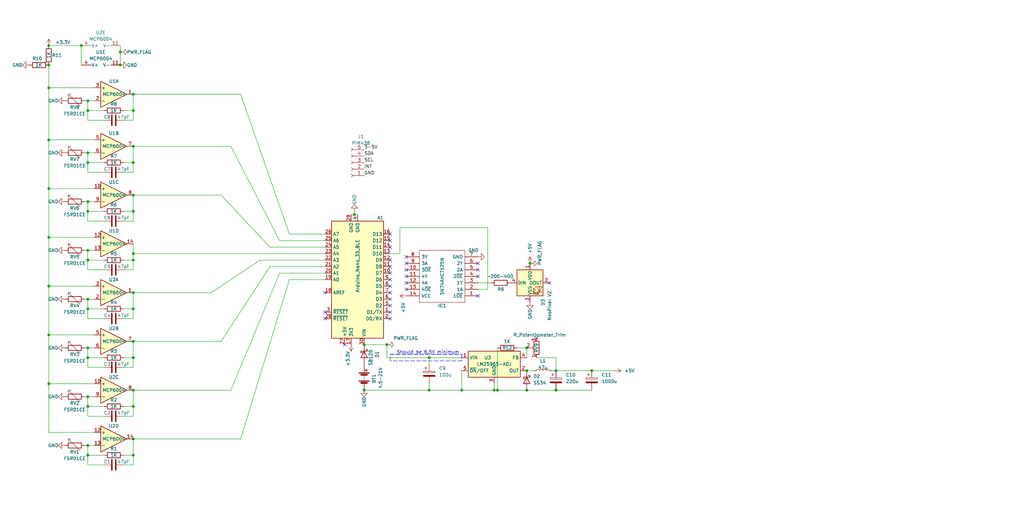
<source format=kicad_sch>
(kicad_sch (version 20211123) (generator eeschema)

  (uuid f4ed5963-ebb1-400c-b029-36c7b05bb6b0)

  (paper "User" 399.999 200)

  (lib_symbols
    (symbol "Amplifier_Operational:MCP6004" (pin_names (offset 0.127)) (in_bom yes) (on_board yes)
      (property "Reference" "U" (id 0) (at 0 5.08 0)
        (effects (font (size 1.27 1.27)) (justify left))
      )
      (property "Value" "MCP6004" (id 1) (at 0 -5.08 0)
        (effects (font (size 1.27 1.27)) (justify left))
      )
      (property "Footprint" "" (id 2) (at -1.27 2.54 0)
        (effects (font (size 1.27 1.27)) hide)
      )
      (property "Datasheet" "http://ww1.microchip.com/downloads/en/DeviceDoc/21733j.pdf" (id 3) (at 1.27 5.08 0)
        (effects (font (size 1.27 1.27)) hide)
      )
      (property "ki_locked" "" (id 4) (at 0 0 0)
        (effects (font (size 1.27 1.27)))
      )
      (property "ki_keywords" "quad opamp" (id 5) (at 0 0 0)
        (effects (font (size 1.27 1.27)) hide)
      )
      (property "ki_description" "1MHz, Low-Power Op Amp, DIP-14/SOIC-14/TSSOP-14" (id 6) (at 0 0 0)
        (effects (font (size 1.27 1.27)) hide)
      )
      (property "ki_fp_filters" "SOIC*3.9x8.7mm*P1.27mm* DIP*W7.62mm* TSSOP*4.4x5mm*P0.65mm* SSOP*5.3x6.2mm*P0.65mm* MSOP*3x3mm*P0.5mm*" (id 7) (at 0 0 0)
        (effects (font (size 1.27 1.27)) hide)
      )
      (symbol "MCP6004_1_1"
        (polyline
          (pts
            (xy -5.08 5.08)
            (xy 5.08 0)
            (xy -5.08 -5.08)
            (xy -5.08 5.08)
          )
          (stroke (width 0.254) (type default) (color 0 0 0 0))
          (fill (type background))
        )
        (pin output line (at 7.62 0 180) (length 2.54)
          (name "~" (effects (font (size 1.27 1.27))))
          (number "1" (effects (font (size 1.27 1.27))))
        )
        (pin input line (at -7.62 -2.54 0) (length 2.54)
          (name "-" (effects (font (size 1.27 1.27))))
          (number "2" (effects (font (size 1.27 1.27))))
        )
        (pin input line (at -7.62 2.54 0) (length 2.54)
          (name "+" (effects (font (size 1.27 1.27))))
          (number "3" (effects (font (size 1.27 1.27))))
        )
      )
      (symbol "MCP6004_2_1"
        (polyline
          (pts
            (xy -5.08 5.08)
            (xy 5.08 0)
            (xy -5.08 -5.08)
            (xy -5.08 5.08)
          )
          (stroke (width 0.254) (type default) (color 0 0 0 0))
          (fill (type background))
        )
        (pin input line (at -7.62 2.54 0) (length 2.54)
          (name "+" (effects (font (size 1.27 1.27))))
          (number "5" (effects (font (size 1.27 1.27))))
        )
        (pin input line (at -7.62 -2.54 0) (length 2.54)
          (name "-" (effects (font (size 1.27 1.27))))
          (number "6" (effects (font (size 1.27 1.27))))
        )
        (pin output line (at 7.62 0 180) (length 2.54)
          (name "~" (effects (font (size 1.27 1.27))))
          (number "7" (effects (font (size 1.27 1.27))))
        )
      )
      (symbol "MCP6004_3_1"
        (polyline
          (pts
            (xy -5.08 5.08)
            (xy 5.08 0)
            (xy -5.08 -5.08)
            (xy -5.08 5.08)
          )
          (stroke (width 0.254) (type default) (color 0 0 0 0))
          (fill (type background))
        )
        (pin input line (at -7.62 2.54 0) (length 2.54)
          (name "+" (effects (font (size 1.27 1.27))))
          (number "10" (effects (font (size 1.27 1.27))))
        )
        (pin output line (at 7.62 0 180) (length 2.54)
          (name "~" (effects (font (size 1.27 1.27))))
          (number "8" (effects (font (size 1.27 1.27))))
        )
        (pin input line (at -7.62 -2.54 0) (length 2.54)
          (name "-" (effects (font (size 1.27 1.27))))
          (number "9" (effects (font (size 1.27 1.27))))
        )
      )
      (symbol "MCP6004_4_1"
        (polyline
          (pts
            (xy -5.08 5.08)
            (xy 5.08 0)
            (xy -5.08 -5.08)
            (xy -5.08 5.08)
          )
          (stroke (width 0.254) (type default) (color 0 0 0 0))
          (fill (type background))
        )
        (pin input line (at -7.62 2.54 0) (length 2.54)
          (name "+" (effects (font (size 1.27 1.27))))
          (number "12" (effects (font (size 1.27 1.27))))
        )
        (pin input line (at -7.62 -2.54 0) (length 2.54)
          (name "-" (effects (font (size 1.27 1.27))))
          (number "13" (effects (font (size 1.27 1.27))))
        )
        (pin output line (at 7.62 0 180) (length 2.54)
          (name "~" (effects (font (size 1.27 1.27))))
          (number "14" (effects (font (size 1.27 1.27))))
        )
      )
      (symbol "MCP6004_5_1"
        (pin power_in line (at -2.54 -7.62 90) (length 3.81)
          (name "V-" (effects (font (size 1.27 1.27))))
          (number "11" (effects (font (size 1.27 1.27))))
        )
        (pin power_in line (at -2.54 7.62 270) (length 3.81)
          (name "V+" (effects (font (size 1.27 1.27))))
          (number "4" (effects (font (size 1.27 1.27))))
        )
      )
    )
    (symbol "Connector:Conn_01x05_Female" (pin_names (offset 1.016) hide) (in_bom yes) (on_board yes)
      (property "Reference" "J" (id 0) (at 0 7.62 0)
        (effects (font (size 1.27 1.27)))
      )
      (property "Value" "Conn_01x05_Female" (id 1) (at 0 -7.62 0)
        (effects (font (size 1.27 1.27)))
      )
      (property "Footprint" "" (id 2) (at 0 0 0)
        (effects (font (size 1.27 1.27)) hide)
      )
      (property "Datasheet" "~" (id 3) (at 0 0 0)
        (effects (font (size 1.27 1.27)) hide)
      )
      (property "ki_keywords" "connector" (id 4) (at 0 0 0)
        (effects (font (size 1.27 1.27)) hide)
      )
      (property "ki_description" "Generic connector, single row, 01x05, script generated (kicad-library-utils/schlib/autogen/connector/)" (id 5) (at 0 0 0)
        (effects (font (size 1.27 1.27)) hide)
      )
      (property "ki_fp_filters" "Connector*:*_1x??_*" (id 6) (at 0 0 0)
        (effects (font (size 1.27 1.27)) hide)
      )
      (symbol "Conn_01x05_Female_1_1"
        (arc (start 0 -4.572) (mid -0.508 -5.08) (end 0 -5.588)
          (stroke (width 0.1524) (type default) (color 0 0 0 0))
          (fill (type none))
        )
        (arc (start 0 -2.032) (mid -0.508 -2.54) (end 0 -3.048)
          (stroke (width 0.1524) (type default) (color 0 0 0 0))
          (fill (type none))
        )
        (polyline
          (pts
            (xy -1.27 -5.08)
            (xy -0.508 -5.08)
          )
          (stroke (width 0.1524) (type default) (color 0 0 0 0))
          (fill (type none))
        )
        (polyline
          (pts
            (xy -1.27 -2.54)
            (xy -0.508 -2.54)
          )
          (stroke (width 0.1524) (type default) (color 0 0 0 0))
          (fill (type none))
        )
        (polyline
          (pts
            (xy -1.27 0)
            (xy -0.508 0)
          )
          (stroke (width 0.1524) (type default) (color 0 0 0 0))
          (fill (type none))
        )
        (polyline
          (pts
            (xy -1.27 2.54)
            (xy -0.508 2.54)
          )
          (stroke (width 0.1524) (type default) (color 0 0 0 0))
          (fill (type none))
        )
        (polyline
          (pts
            (xy -1.27 5.08)
            (xy -0.508 5.08)
          )
          (stroke (width 0.1524) (type default) (color 0 0 0 0))
          (fill (type none))
        )
        (arc (start 0 0.508) (mid -0.508 0) (end 0 -0.508)
          (stroke (width 0.1524) (type default) (color 0 0 0 0))
          (fill (type none))
        )
        (arc (start 0 3.048) (mid -0.508 2.54) (end 0 2.032)
          (stroke (width 0.1524) (type default) (color 0 0 0 0))
          (fill (type none))
        )
        (arc (start 0 5.588) (mid -0.508 5.08) (end 0 4.572)
          (stroke (width 0.1524) (type default) (color 0 0 0 0))
          (fill (type none))
        )
        (pin passive line (at -5.08 5.08 0) (length 3.81)
          (name "Pin_1" (effects (font (size 1.27 1.27))))
          (number "1" (effects (font (size 1.27 1.27))))
        )
        (pin passive line (at -5.08 2.54 0) (length 3.81)
          (name "Pin_2" (effects (font (size 1.27 1.27))))
          (number "2" (effects (font (size 1.27 1.27))))
        )
        (pin passive line (at -5.08 0 0) (length 3.81)
          (name "Pin_3" (effects (font (size 1.27 1.27))))
          (number "3" (effects (font (size 1.27 1.27))))
        )
        (pin passive line (at -5.08 -2.54 0) (length 3.81)
          (name "Pin_4" (effects (font (size 1.27 1.27))))
          (number "4" (effects (font (size 1.27 1.27))))
        )
        (pin passive line (at -5.08 -5.08 0) (length 3.81)
          (name "Pin_5" (effects (font (size 1.27 1.27))))
          (number "5" (effects (font (size 1.27 1.27))))
        )
      )
    )
    (symbol "Device:Battery" (pin_numbers hide) (pin_names (offset 0) hide) (in_bom yes) (on_board yes)
      (property "Reference" "BT" (id 0) (at 2.54 2.54 0)
        (effects (font (size 1.27 1.27)) (justify left))
      )
      (property "Value" "Battery" (id 1) (at 2.54 0 0)
        (effects (font (size 1.27 1.27)) (justify left))
      )
      (property "Footprint" "" (id 2) (at 0 1.524 90)
        (effects (font (size 1.27 1.27)) hide)
      )
      (property "Datasheet" "~" (id 3) (at 0 1.524 90)
        (effects (font (size 1.27 1.27)) hide)
      )
      (property "ki_keywords" "batt voltage-source cell" (id 4) (at 0 0 0)
        (effects (font (size 1.27 1.27)) hide)
      )
      (property "ki_description" "Multiple-cell battery" (id 5) (at 0 0 0)
        (effects (font (size 1.27 1.27)) hide)
      )
      (symbol "Battery_0_1"
        (rectangle (start -2.032 -1.397) (end 2.032 -1.651)
          (stroke (width 0) (type default) (color 0 0 0 0))
          (fill (type outline))
        )
        (rectangle (start -2.032 1.778) (end 2.032 1.524)
          (stroke (width 0) (type default) (color 0 0 0 0))
          (fill (type outline))
        )
        (rectangle (start -1.3208 -1.9812) (end 1.27 -2.4892)
          (stroke (width 0) (type default) (color 0 0 0 0))
          (fill (type outline))
        )
        (rectangle (start -1.3208 1.1938) (end 1.27 0.6858)
          (stroke (width 0) (type default) (color 0 0 0 0))
          (fill (type outline))
        )
        (polyline
          (pts
            (xy 0 -1.524)
            (xy 0 -1.27)
          )
          (stroke (width 0) (type default) (color 0 0 0 0))
          (fill (type none))
        )
        (polyline
          (pts
            (xy 0 -1.016)
            (xy 0 -0.762)
          )
          (stroke (width 0) (type default) (color 0 0 0 0))
          (fill (type none))
        )
        (polyline
          (pts
            (xy 0 -0.508)
            (xy 0 -0.254)
          )
          (stroke (width 0) (type default) (color 0 0 0 0))
          (fill (type none))
        )
        (polyline
          (pts
            (xy 0 0)
            (xy 0 0.254)
          )
          (stroke (width 0) (type default) (color 0 0 0 0))
          (fill (type none))
        )
        (polyline
          (pts
            (xy 0 0.508)
            (xy 0 0.762)
          )
          (stroke (width 0) (type default) (color 0 0 0 0))
          (fill (type none))
        )
        (polyline
          (pts
            (xy 0 1.778)
            (xy 0 2.54)
          )
          (stroke (width 0) (type default) (color 0 0 0 0))
          (fill (type none))
        )
        (polyline
          (pts
            (xy 0.254 2.667)
            (xy 1.27 2.667)
          )
          (stroke (width 0.254) (type default) (color 0 0 0 0))
          (fill (type none))
        )
        (polyline
          (pts
            (xy 0.762 3.175)
            (xy 0.762 2.159)
          )
          (stroke (width 0.254) (type default) (color 0 0 0 0))
          (fill (type none))
        )
      )
      (symbol "Battery_1_1"
        (pin passive line (at 0 5.08 270) (length 2.54)
          (name "+" (effects (font (size 1.27 1.27))))
          (number "1" (effects (font (size 1.27 1.27))))
        )
        (pin passive line (at 0 -5.08 90) (length 2.54)
          (name "-" (effects (font (size 1.27 1.27))))
          (number "2" (effects (font (size 1.27 1.27))))
        )
      )
    )
    (symbol "Device:C" (pin_numbers hide) (pin_names (offset 0.254)) (in_bom yes) (on_board yes)
      (property "Reference" "C" (id 0) (at 0.635 2.54 0)
        (effects (font (size 1.27 1.27)) (justify left))
      )
      (property "Value" "C" (id 1) (at 0.635 -2.54 0)
        (effects (font (size 1.27 1.27)) (justify left))
      )
      (property "Footprint" "" (id 2) (at 0.9652 -3.81 0)
        (effects (font (size 1.27 1.27)) hide)
      )
      (property "Datasheet" "~" (id 3) (at 0 0 0)
        (effects (font (size 1.27 1.27)) hide)
      )
      (property "ki_keywords" "cap capacitor" (id 4) (at 0 0 0)
        (effects (font (size 1.27 1.27)) hide)
      )
      (property "ki_description" "Unpolarized capacitor" (id 5) (at 0 0 0)
        (effects (font (size 1.27 1.27)) hide)
      )
      (property "ki_fp_filters" "C_*" (id 6) (at 0 0 0)
        (effects (font (size 1.27 1.27)) hide)
      )
      (symbol "C_0_1"
        (polyline
          (pts
            (xy -2.032 -0.762)
            (xy 2.032 -0.762)
          )
          (stroke (width 0.508) (type default) (color 0 0 0 0))
          (fill (type none))
        )
        (polyline
          (pts
            (xy -2.032 0.762)
            (xy 2.032 0.762)
          )
          (stroke (width 0.508) (type default) (color 0 0 0 0))
          (fill (type none))
        )
      )
      (symbol "C_1_1"
        (pin passive line (at 0 3.81 270) (length 2.794)
          (name "~" (effects (font (size 1.27 1.27))))
          (number "1" (effects (font (size 1.27 1.27))))
        )
        (pin passive line (at 0 -3.81 90) (length 2.794)
          (name "~" (effects (font (size 1.27 1.27))))
          (number "2" (effects (font (size 1.27 1.27))))
        )
      )
    )
    (symbol "Device:C_Polarized" (pin_numbers hide) (pin_names (offset 0.254)) (in_bom yes) (on_board yes)
      (property "Reference" "C" (id 0) (at 0.635 2.54 0)
        (effects (font (size 1.27 1.27)) (justify left))
      )
      (property "Value" "C_Polarized" (id 1) (at 0.635 -2.54 0)
        (effects (font (size 1.27 1.27)) (justify left))
      )
      (property "Footprint" "" (id 2) (at 0.9652 -3.81 0)
        (effects (font (size 1.27 1.27)) hide)
      )
      (property "Datasheet" "~" (id 3) (at 0 0 0)
        (effects (font (size 1.27 1.27)) hide)
      )
      (property "ki_keywords" "cap capacitor" (id 4) (at 0 0 0)
        (effects (font (size 1.27 1.27)) hide)
      )
      (property "ki_description" "Polarized capacitor" (id 5) (at 0 0 0)
        (effects (font (size 1.27 1.27)) hide)
      )
      (property "ki_fp_filters" "CP_*" (id 6) (at 0 0 0)
        (effects (font (size 1.27 1.27)) hide)
      )
      (symbol "C_Polarized_0_1"
        (rectangle (start -2.286 0.508) (end 2.286 1.016)
          (stroke (width 0) (type default) (color 0 0 0 0))
          (fill (type none))
        )
        (polyline
          (pts
            (xy -1.778 2.286)
            (xy -0.762 2.286)
          )
          (stroke (width 0) (type default) (color 0 0 0 0))
          (fill (type none))
        )
        (polyline
          (pts
            (xy -1.27 2.794)
            (xy -1.27 1.778)
          )
          (stroke (width 0) (type default) (color 0 0 0 0))
          (fill (type none))
        )
        (rectangle (start 2.286 -0.508) (end -2.286 -1.016)
          (stroke (width 0) (type default) (color 0 0 0 0))
          (fill (type outline))
        )
      )
      (symbol "C_Polarized_1_1"
        (pin passive line (at 0 3.81 270) (length 2.794)
          (name "~" (effects (font (size 1.27 1.27))))
          (number "1" (effects (font (size 1.27 1.27))))
        )
        (pin passive line (at 0 -3.81 90) (length 2.794)
          (name "~" (effects (font (size 1.27 1.27))))
          (number "2" (effects (font (size 1.27 1.27))))
        )
      )
    )
    (symbol "Device:D_Schottky" (pin_numbers hide) (pin_names (offset 1.016) hide) (in_bom yes) (on_board yes)
      (property "Reference" "D" (id 0) (at 0 2.54 0)
        (effects (font (size 1.27 1.27)))
      )
      (property "Value" "D_Schottky" (id 1) (at 0 -2.54 0)
        (effects (font (size 1.27 1.27)))
      )
      (property "Footprint" "" (id 2) (at 0 0 0)
        (effects (font (size 1.27 1.27)) hide)
      )
      (property "Datasheet" "~" (id 3) (at 0 0 0)
        (effects (font (size 1.27 1.27)) hide)
      )
      (property "ki_keywords" "diode Schottky" (id 4) (at 0 0 0)
        (effects (font (size 1.27 1.27)) hide)
      )
      (property "ki_description" "Schottky diode" (id 5) (at 0 0 0)
        (effects (font (size 1.27 1.27)) hide)
      )
      (property "ki_fp_filters" "TO-???* *_Diode_* *SingleDiode* D_*" (id 6) (at 0 0 0)
        (effects (font (size 1.27 1.27)) hide)
      )
      (symbol "D_Schottky_0_1"
        (polyline
          (pts
            (xy 1.27 0)
            (xy -1.27 0)
          )
          (stroke (width 0) (type default) (color 0 0 0 0))
          (fill (type none))
        )
        (polyline
          (pts
            (xy 1.27 1.27)
            (xy 1.27 -1.27)
            (xy -1.27 0)
            (xy 1.27 1.27)
          )
          (stroke (width 0.254) (type default) (color 0 0 0 0))
          (fill (type none))
        )
        (polyline
          (pts
            (xy -1.905 0.635)
            (xy -1.905 1.27)
            (xy -1.27 1.27)
            (xy -1.27 -1.27)
            (xy -0.635 -1.27)
            (xy -0.635 -0.635)
          )
          (stroke (width 0.254) (type default) (color 0 0 0 0))
          (fill (type none))
        )
      )
      (symbol "D_Schottky_1_1"
        (pin passive line (at -3.81 0 0) (length 2.54)
          (name "K" (effects (font (size 1.27 1.27))))
          (number "1" (effects (font (size 1.27 1.27))))
        )
        (pin passive line (at 3.81 0 180) (length 2.54)
          (name "A" (effects (font (size 1.27 1.27))))
          (number "2" (effects (font (size 1.27 1.27))))
        )
      )
    )
    (symbol "Device:L" (pin_numbers hide) (pin_names (offset 1.016) hide) (in_bom yes) (on_board yes)
      (property "Reference" "L" (id 0) (at -1.27 0 90)
        (effects (font (size 1.27 1.27)))
      )
      (property "Value" "L" (id 1) (at 1.905 0 90)
        (effects (font (size 1.27 1.27)))
      )
      (property "Footprint" "" (id 2) (at 0 0 0)
        (effects (font (size 1.27 1.27)) hide)
      )
      (property "Datasheet" "~" (id 3) (at 0 0 0)
        (effects (font (size 1.27 1.27)) hide)
      )
      (property "ki_keywords" "inductor choke coil reactor magnetic" (id 4) (at 0 0 0)
        (effects (font (size 1.27 1.27)) hide)
      )
      (property "ki_description" "Inductor" (id 5) (at 0 0 0)
        (effects (font (size 1.27 1.27)) hide)
      )
      (property "ki_fp_filters" "Choke_* *Coil* Inductor_* L_*" (id 6) (at 0 0 0)
        (effects (font (size 1.27 1.27)) hide)
      )
      (symbol "L_0_1"
        (arc (start 0 -2.54) (mid 0.635 -1.905) (end 0 -1.27)
          (stroke (width 0) (type default) (color 0 0 0 0))
          (fill (type none))
        )
        (arc (start 0 -1.27) (mid 0.635 -0.635) (end 0 0)
          (stroke (width 0) (type default) (color 0 0 0 0))
          (fill (type none))
        )
        (arc (start 0 0) (mid 0.635 0.635) (end 0 1.27)
          (stroke (width 0) (type default) (color 0 0 0 0))
          (fill (type none))
        )
        (arc (start 0 1.27) (mid 0.635 1.905) (end 0 2.54)
          (stroke (width 0) (type default) (color 0 0 0 0))
          (fill (type none))
        )
      )
      (symbol "L_1_1"
        (pin passive line (at 0 3.81 270) (length 1.27)
          (name "1" (effects (font (size 1.27 1.27))))
          (number "1" (effects (font (size 1.27 1.27))))
        )
        (pin passive line (at 0 -3.81 90) (length 1.27)
          (name "2" (effects (font (size 1.27 1.27))))
          (number "2" (effects (font (size 1.27 1.27))))
        )
      )
    )
    (symbol "Device:R" (pin_numbers hide) (pin_names (offset 0)) (in_bom yes) (on_board yes)
      (property "Reference" "R" (id 0) (at 2.032 0 90)
        (effects (font (size 1.27 1.27)))
      )
      (property "Value" "R" (id 1) (at 0 0 90)
        (effects (font (size 1.27 1.27)))
      )
      (property "Footprint" "" (id 2) (at -1.778 0 90)
        (effects (font (size 1.27 1.27)) hide)
      )
      (property "Datasheet" "~" (id 3) (at 0 0 0)
        (effects (font (size 1.27 1.27)) hide)
      )
      (property "ki_keywords" "R res resistor" (id 4) (at 0 0 0)
        (effects (font (size 1.27 1.27)) hide)
      )
      (property "ki_description" "Resistor" (id 5) (at 0 0 0)
        (effects (font (size 1.27 1.27)) hide)
      )
      (property "ki_fp_filters" "R_*" (id 6) (at 0 0 0)
        (effects (font (size 1.27 1.27)) hide)
      )
      (symbol "R_0_1"
        (rectangle (start -1.016 -2.54) (end 1.016 2.54)
          (stroke (width 0.254) (type default) (color 0 0 0 0))
          (fill (type none))
        )
      )
      (symbol "R_1_1"
        (pin passive line (at 0 3.81 270) (length 1.27)
          (name "~" (effects (font (size 1.27 1.27))))
          (number "1" (effects (font (size 1.27 1.27))))
        )
        (pin passive line (at 0 -3.81 90) (length 1.27)
          (name "~" (effects (font (size 1.27 1.27))))
          (number "2" (effects (font (size 1.27 1.27))))
        )
      )
    )
    (symbol "Device:R_Potentiometer_Trim" (pin_names (offset 1.016) hide) (in_bom yes) (on_board yes)
      (property "Reference" "RV" (id 0) (at -4.445 0 90)
        (effects (font (size 1.27 1.27)))
      )
      (property "Value" "R_Potentiometer_Trim" (id 1) (at -2.54 0 90)
        (effects (font (size 1.27 1.27)))
      )
      (property "Footprint" "" (id 2) (at 0 0 0)
        (effects (font (size 1.27 1.27)) hide)
      )
      (property "Datasheet" "~" (id 3) (at 0 0 0)
        (effects (font (size 1.27 1.27)) hide)
      )
      (property "ki_keywords" "resistor variable trimpot trimmer" (id 4) (at 0 0 0)
        (effects (font (size 1.27 1.27)) hide)
      )
      (property "ki_description" "Trim-potentiometer" (id 5) (at 0 0 0)
        (effects (font (size 1.27 1.27)) hide)
      )
      (property "ki_fp_filters" "Potentiometer*" (id 6) (at 0 0 0)
        (effects (font (size 1.27 1.27)) hide)
      )
      (symbol "R_Potentiometer_Trim_0_1"
        (polyline
          (pts
            (xy 1.524 0.762)
            (xy 1.524 -0.762)
          )
          (stroke (width 0) (type default) (color 0 0 0 0))
          (fill (type none))
        )
        (polyline
          (pts
            (xy 2.54 0)
            (xy 1.524 0)
          )
          (stroke (width 0) (type default) (color 0 0 0 0))
          (fill (type none))
        )
        (rectangle (start 1.016 2.54) (end -1.016 -2.54)
          (stroke (width 0.254) (type default) (color 0 0 0 0))
          (fill (type none))
        )
      )
      (symbol "R_Potentiometer_Trim_1_1"
        (pin passive line (at 0 3.81 270) (length 1.27)
          (name "1" (effects (font (size 1.27 1.27))))
          (number "1" (effects (font (size 1.27 1.27))))
        )
        (pin passive line (at 3.81 0 180) (length 1.27)
          (name "2" (effects (font (size 1.27 1.27))))
          (number "2" (effects (font (size 1.27 1.27))))
        )
        (pin passive line (at 0 -3.81 90) (length 1.27)
          (name "3" (effects (font (size 1.27 1.27))))
          (number "3" (effects (font (size 1.27 1.27))))
        )
      )
    )
    (symbol "Device:R_Variable" (pin_numbers hide) (pin_names (offset 0)) (in_bom yes) (on_board yes)
      (property "Reference" "R" (id 0) (at 2.54 -2.54 90)
        (effects (font (size 1.27 1.27)) (justify left))
      )
      (property "Value" "R_Variable" (id 1) (at -2.54 -1.27 90)
        (effects (font (size 1.27 1.27)) (justify left))
      )
      (property "Footprint" "" (id 2) (at -1.778 0 90)
        (effects (font (size 1.27 1.27)) hide)
      )
      (property "Datasheet" "~" (id 3) (at 0 0 0)
        (effects (font (size 1.27 1.27)) hide)
      )
      (property "ki_keywords" "R res resistor variable potentiometer rheostat" (id 4) (at 0 0 0)
        (effects (font (size 1.27 1.27)) hide)
      )
      (property "ki_description" "Variable resistor" (id 5) (at 0 0 0)
        (effects (font (size 1.27 1.27)) hide)
      )
      (property "ki_fp_filters" "R_*" (id 6) (at 0 0 0)
        (effects (font (size 1.27 1.27)) hide)
      )
      (symbol "R_Variable_0_1"
        (rectangle (start -1.016 -2.54) (end 1.016 2.54)
          (stroke (width 0.254) (type default) (color 0 0 0 0))
          (fill (type none))
        )
        (polyline
          (pts
            (xy 2.54 1.524)
            (xy 2.54 2.54)
            (xy 1.524 2.54)
            (xy 2.54 2.54)
            (xy -2.032 -2.032)
          )
          (stroke (width 0) (type default) (color 0 0 0 0))
          (fill (type none))
        )
      )
      (symbol "R_Variable_1_1"
        (pin passive line (at 0 3.81 270) (length 1.27)
          (name "~" (effects (font (size 1.27 1.27))))
          (number "1" (effects (font (size 1.27 1.27))))
        )
        (pin passive line (at 0 -3.81 90) (length 1.27)
          (name "~" (effects (font (size 1.27 1.27))))
          (number "2" (effects (font (size 1.27 1.27))))
        )
      )
    )
    (symbol "Diode:SB120" (pin_numbers hide) (pin_names (offset 1.016) hide) (in_bom yes) (on_board yes)
      (property "Reference" "D" (id 0) (at 0 2.54 0)
        (effects (font (size 1.27 1.27)))
      )
      (property "Value" "SB120" (id 1) (at 0 -2.54 0)
        (effects (font (size 1.27 1.27)))
      )
      (property "Footprint" "Diode_THT:D_DO-41_SOD81_P10.16mm_Horizontal" (id 2) (at 0 -4.445 0)
        (effects (font (size 1.27 1.27)) hide)
      )
      (property "Datasheet" "http://www.diodes.com/_files/datasheets/ds23022.pdf" (id 3) (at 0 0 0)
        (effects (font (size 1.27 1.27)) hide)
      )
      (property "ki_keywords" "diode Schottky" (id 4) (at 0 0 0)
        (effects (font (size 1.27 1.27)) hide)
      )
      (property "ki_description" "20V 1A Schottky Barrier Rectifier Diode, DO-41" (id 5) (at 0 0 0)
        (effects (font (size 1.27 1.27)) hide)
      )
      (property "ki_fp_filters" "D*DO?41*" (id 6) (at 0 0 0)
        (effects (font (size 1.27 1.27)) hide)
      )
      (symbol "SB120_0_1"
        (polyline
          (pts
            (xy 1.27 0)
            (xy -1.27 0)
          )
          (stroke (width 0) (type default) (color 0 0 0 0))
          (fill (type none))
        )
        (polyline
          (pts
            (xy 1.27 1.27)
            (xy 1.27 -1.27)
            (xy -1.27 0)
            (xy 1.27 1.27)
          )
          (stroke (width 0.254) (type default) (color 0 0 0 0))
          (fill (type none))
        )
        (polyline
          (pts
            (xy -1.905 0.635)
            (xy -1.905 1.27)
            (xy -1.27 1.27)
            (xy -1.27 -1.27)
            (xy -0.635 -1.27)
            (xy -0.635 -0.635)
          )
          (stroke (width 0.254) (type default) (color 0 0 0 0))
          (fill (type none))
        )
      )
      (symbol "SB120_1_1"
        (pin passive line (at -3.81 0 0) (length 2.54)
          (name "K" (effects (font (size 1.27 1.27))))
          (number "1" (effects (font (size 1.27 1.27))))
        )
        (pin passive line (at 3.81 0 180) (length 2.54)
          (name "A" (effects (font (size 1.27 1.27))))
          (number "2" (effects (font (size 1.27 1.27))))
        )
      )
    )
    (symbol "LED:WS2812B" (pin_names (offset 0.254)) (in_bom yes) (on_board yes)
      (property "Reference" "D" (id 0) (at 5.08 5.715 0)
        (effects (font (size 1.27 1.27)) (justify right bottom))
      )
      (property "Value" "WS2812B" (id 1) (at 1.27 -5.715 0)
        (effects (font (size 1.27 1.27)) (justify left top))
      )
      (property "Footprint" "LED_SMD:LED_WS2812B_PLCC4_5.0x5.0mm_P3.2mm" (id 2) (at 1.27 -7.62 0)
        (effects (font (size 1.27 1.27)) (justify left top) hide)
      )
      (property "Datasheet" "https://cdn-shop.adafruit.com/datasheets/WS2812B.pdf" (id 3) (at 2.54 -9.525 0)
        (effects (font (size 1.27 1.27)) (justify left top) hide)
      )
      (property "ki_keywords" "RGB LED NeoPixel addressable" (id 4) (at 0 0 0)
        (effects (font (size 1.27 1.27)) hide)
      )
      (property "ki_description" "RGB LED with integrated controller" (id 5) (at 0 0 0)
        (effects (font (size 1.27 1.27)) hide)
      )
      (property "ki_fp_filters" "LED*WS2812*PLCC*5.0x5.0mm*P3.2mm*" (id 6) (at 0 0 0)
        (effects (font (size 1.27 1.27)) hide)
      )
      (symbol "WS2812B_0_0"
        (text "RGB" (at 2.286 -4.191 0)
          (effects (font (size 0.762 0.762)))
        )
      )
      (symbol "WS2812B_0_1"
        (polyline
          (pts
            (xy 1.27 -3.556)
            (xy 1.778 -3.556)
          )
          (stroke (width 0) (type default) (color 0 0 0 0))
          (fill (type none))
        )
        (polyline
          (pts
            (xy 1.27 -2.54)
            (xy 1.778 -2.54)
          )
          (stroke (width 0) (type default) (color 0 0 0 0))
          (fill (type none))
        )
        (polyline
          (pts
            (xy 4.699 -3.556)
            (xy 2.667 -3.556)
          )
          (stroke (width 0) (type default) (color 0 0 0 0))
          (fill (type none))
        )
        (polyline
          (pts
            (xy 2.286 -2.54)
            (xy 1.27 -3.556)
            (xy 1.27 -3.048)
          )
          (stroke (width 0) (type default) (color 0 0 0 0))
          (fill (type none))
        )
        (polyline
          (pts
            (xy 2.286 -1.524)
            (xy 1.27 -2.54)
            (xy 1.27 -2.032)
          )
          (stroke (width 0) (type default) (color 0 0 0 0))
          (fill (type none))
        )
        (polyline
          (pts
            (xy 3.683 -1.016)
            (xy 3.683 -3.556)
            (xy 3.683 -4.064)
          )
          (stroke (width 0) (type default) (color 0 0 0 0))
          (fill (type none))
        )
        (polyline
          (pts
            (xy 4.699 -1.524)
            (xy 2.667 -1.524)
            (xy 3.683 -3.556)
            (xy 4.699 -1.524)
          )
          (stroke (width 0) (type default) (color 0 0 0 0))
          (fill (type none))
        )
        (rectangle (start 5.08 5.08) (end -5.08 -5.08)
          (stroke (width 0.254) (type default) (color 0 0 0 0))
          (fill (type background))
        )
      )
      (symbol "WS2812B_1_1"
        (pin power_in line (at 0 7.62 270) (length 2.54)
          (name "VDD" (effects (font (size 1.27 1.27))))
          (number "1" (effects (font (size 1.27 1.27))))
        )
        (pin output line (at 7.62 0 180) (length 2.54)
          (name "DOUT" (effects (font (size 1.27 1.27))))
          (number "2" (effects (font (size 1.27 1.27))))
        )
        (pin power_in line (at 0 -7.62 90) (length 2.54)
          (name "VSS" (effects (font (size 1.27 1.27))))
          (number "3" (effects (font (size 1.27 1.27))))
        )
        (pin input line (at -7.62 0 0) (length 2.54)
          (name "DIN" (effects (font (size 1.27 1.27))))
          (number "4" (effects (font (size 1.27 1.27))))
        )
      )
    )
    (symbol "MCU_Module:Arduino_Nano_v3.x" (in_bom yes) (on_board yes)
      (property "Reference" "A" (id 0) (at -10.16 23.495 0)
        (effects (font (size 1.27 1.27)) (justify left bottom))
      )
      (property "Value" "Arduino_Nano_v3.x" (id 1) (at 5.08 -24.13 0)
        (effects (font (size 1.27 1.27)) (justify left top))
      )
      (property "Footprint" "Module:Arduino_Nano" (id 2) (at 0 0 0)
        (effects (font (size 1.27 1.27) italic) hide)
      )
      (property "Datasheet" "http://www.mouser.com/pdfdocs/Gravitech_Arduino_Nano3_0.pdf" (id 3) (at 0 0 0)
        (effects (font (size 1.27 1.27)) hide)
      )
      (property "ki_keywords" "Arduino nano microcontroller module USB" (id 4) (at 0 0 0)
        (effects (font (size 1.27 1.27)) hide)
      )
      (property "ki_description" "Arduino Nano v3.x" (id 5) (at 0 0 0)
        (effects (font (size 1.27 1.27)) hide)
      )
      (property "ki_fp_filters" "Arduino*Nano*" (id 6) (at 0 0 0)
        (effects (font (size 1.27 1.27)) hide)
      )
      (symbol "Arduino_Nano_v3.x_0_1"
        (rectangle (start -10.16 22.86) (end 10.16 -22.86)
          (stroke (width 0.254) (type default) (color 0 0 0 0))
          (fill (type background))
        )
      )
      (symbol "Arduino_Nano_v3.x_1_1"
        (pin bidirectional line (at -12.7 12.7 0) (length 2.54)
          (name "D1/TX" (effects (font (size 1.27 1.27))))
          (number "1" (effects (font (size 1.27 1.27))))
        )
        (pin bidirectional line (at -12.7 -2.54 0) (length 2.54)
          (name "D7" (effects (font (size 1.27 1.27))))
          (number "10" (effects (font (size 1.27 1.27))))
        )
        (pin bidirectional line (at -12.7 -5.08 0) (length 2.54)
          (name "D8" (effects (font (size 1.27 1.27))))
          (number "11" (effects (font (size 1.27 1.27))))
        )
        (pin bidirectional line (at -12.7 -7.62 0) (length 2.54)
          (name "D9" (effects (font (size 1.27 1.27))))
          (number "12" (effects (font (size 1.27 1.27))))
        )
        (pin bidirectional line (at -12.7 -10.16 0) (length 2.54)
          (name "D10" (effects (font (size 1.27 1.27))))
          (number "13" (effects (font (size 1.27 1.27))))
        )
        (pin bidirectional line (at -12.7 -12.7 0) (length 2.54)
          (name "D11" (effects (font (size 1.27 1.27))))
          (number "14" (effects (font (size 1.27 1.27))))
        )
        (pin bidirectional line (at -12.7 -15.24 0) (length 2.54)
          (name "D12" (effects (font (size 1.27 1.27))))
          (number "15" (effects (font (size 1.27 1.27))))
        )
        (pin bidirectional line (at -12.7 -17.78 0) (length 2.54)
          (name "D13" (effects (font (size 1.27 1.27))))
          (number "16" (effects (font (size 1.27 1.27))))
        )
        (pin power_out line (at 2.54 25.4 270) (length 2.54)
          (name "3V3" (effects (font (size 1.27 1.27))))
          (number "17" (effects (font (size 1.27 1.27))))
        )
        (pin input line (at 12.7 5.08 180) (length 2.54)
          (name "AREF" (effects (font (size 1.27 1.27))))
          (number "18" (effects (font (size 1.27 1.27))))
        )
        (pin bidirectional line (at 12.7 0 180) (length 2.54)
          (name "A0" (effects (font (size 1.27 1.27))))
          (number "19" (effects (font (size 1.27 1.27))))
        )
        (pin bidirectional line (at -12.7 15.24 0) (length 2.54)
          (name "D0/RX" (effects (font (size 1.27 1.27))))
          (number "2" (effects (font (size 1.27 1.27))))
        )
        (pin bidirectional line (at 12.7 -2.54 180) (length 2.54)
          (name "A1" (effects (font (size 1.27 1.27))))
          (number "20" (effects (font (size 1.27 1.27))))
        )
        (pin bidirectional line (at 12.7 -5.08 180) (length 2.54)
          (name "A2" (effects (font (size 1.27 1.27))))
          (number "21" (effects (font (size 1.27 1.27))))
        )
        (pin bidirectional line (at 12.7 -7.62 180) (length 2.54)
          (name "A3" (effects (font (size 1.27 1.27))))
          (number "22" (effects (font (size 1.27 1.27))))
        )
        (pin bidirectional line (at 12.7 -10.16 180) (length 2.54)
          (name "A4" (effects (font (size 1.27 1.27))))
          (number "23" (effects (font (size 1.27 1.27))))
        )
        (pin bidirectional line (at 12.7 -12.7 180) (length 2.54)
          (name "A5" (effects (font (size 1.27 1.27))))
          (number "24" (effects (font (size 1.27 1.27))))
        )
        (pin bidirectional line (at 12.7 -15.24 180) (length 2.54)
          (name "A6" (effects (font (size 1.27 1.27))))
          (number "25" (effects (font (size 1.27 1.27))))
        )
        (pin bidirectional line (at 12.7 -17.78 180) (length 2.54)
          (name "A7" (effects (font (size 1.27 1.27))))
          (number "26" (effects (font (size 1.27 1.27))))
        )
        (pin power_out line (at 5.08 25.4 270) (length 2.54)
          (name "+5V" (effects (font (size 1.27 1.27))))
          (number "27" (effects (font (size 1.27 1.27))))
        )
        (pin input line (at 12.7 15.24 180) (length 2.54)
          (name "~{RESET}" (effects (font (size 1.27 1.27))))
          (number "28" (effects (font (size 1.27 1.27))))
        )
        (pin power_in line (at 2.54 -25.4 90) (length 2.54)
          (name "GND" (effects (font (size 1.27 1.27))))
          (number "29" (effects (font (size 1.27 1.27))))
        )
        (pin input line (at 12.7 12.7 180) (length 2.54)
          (name "~{RESET}" (effects (font (size 1.27 1.27))))
          (number "3" (effects (font (size 1.27 1.27))))
        )
        (pin power_in line (at -2.54 25.4 270) (length 2.54)
          (name "VIN" (effects (font (size 1.27 1.27))))
          (number "30" (effects (font (size 1.27 1.27))))
        )
        (pin power_in line (at 0 -25.4 90) (length 2.54)
          (name "GND" (effects (font (size 1.27 1.27))))
          (number "4" (effects (font (size 1.27 1.27))))
        )
        (pin bidirectional line (at -12.7 10.16 0) (length 2.54)
          (name "D2" (effects (font (size 1.27 1.27))))
          (number "5" (effects (font (size 1.27 1.27))))
        )
        (pin bidirectional line (at -12.7 7.62 0) (length 2.54)
          (name "D3" (effects (font (size 1.27 1.27))))
          (number "6" (effects (font (size 1.27 1.27))))
        )
        (pin bidirectional line (at -12.7 5.08 0) (length 2.54)
          (name "D4" (effects (font (size 1.27 1.27))))
          (number "7" (effects (font (size 1.27 1.27))))
        )
        (pin bidirectional line (at -12.7 2.54 0) (length 2.54)
          (name "D5" (effects (font (size 1.27 1.27))))
          (number "8" (effects (font (size 1.27 1.27))))
        )
        (pin bidirectional line (at -12.7 0 0) (length 2.54)
          (name "D6" (effects (font (size 1.27 1.27))))
          (number "9" (effects (font (size 1.27 1.27))))
        )
      )
    )
    (symbol "Regulator_Switching:LM2596S-ADJ" (in_bom yes) (on_board yes)
      (property "Reference" "U" (id 0) (at -10.16 6.35 0)
        (effects (font (size 1.27 1.27)) (justify left))
      )
      (property "Value" "LM2596S-ADJ" (id 1) (at 0 6.35 0)
        (effects (font (size 1.27 1.27)) (justify left))
      )
      (property "Footprint" "Package_TO_SOT_SMD:TO-263-5_TabPin3" (id 2) (at 1.27 -6.35 0)
        (effects (font (size 1.27 1.27) italic) (justify left) hide)
      )
      (property "Datasheet" "http://www.ti.com/lit/ds/symlink/lm2596.pdf" (id 3) (at 0 0 0)
        (effects (font (size 1.27 1.27)) hide)
      )
      (property "ki_keywords" "Step-Down Voltage Regulator Adjustable 3A" (id 4) (at 0 0 0)
        (effects (font (size 1.27 1.27)) hide)
      )
      (property "ki_description" "Adjustable 3A Step-Down Voltage Regulator, TO-263" (id 5) (at 0 0 0)
        (effects (font (size 1.27 1.27)) hide)
      )
      (property "ki_fp_filters" "TO?263*" (id 6) (at 0 0 0)
        (effects (font (size 1.27 1.27)) hide)
      )
      (symbol "LM2596S-ADJ_0_1"
        (rectangle (start -10.16 5.08) (end 10.16 -5.08)
          (stroke (width 0.254) (type default) (color 0 0 0 0))
          (fill (type background))
        )
      )
      (symbol "LM2596S-ADJ_1_1"
        (pin power_in line (at -12.7 2.54 0) (length 2.54)
          (name "VIN" (effects (font (size 1.27 1.27))))
          (number "1" (effects (font (size 1.27 1.27))))
        )
        (pin output line (at 12.7 -2.54 180) (length 2.54)
          (name "OUT" (effects (font (size 1.27 1.27))))
          (number "2" (effects (font (size 1.27 1.27))))
        )
        (pin power_in line (at 0 -7.62 90) (length 2.54)
          (name "GND" (effects (font (size 1.27 1.27))))
          (number "3" (effects (font (size 1.27 1.27))))
        )
        (pin input line (at 12.7 2.54 180) (length 2.54)
          (name "FB" (effects (font (size 1.27 1.27))))
          (number "4" (effects (font (size 1.27 1.27))))
        )
        (pin input line (at -12.7 -2.54 0) (length 2.54)
          (name "~{ON}/OFF" (effects (font (size 1.27 1.27))))
          (number "5" (effects (font (size 1.27 1.27))))
        )
      )
    )
    (symbol "SN74AHCT125N:SN74AHCT125N" (pin_names (offset 0.762)) (in_bom yes) (on_board yes)
      (property "Reference" "IC" (id 0) (at 24.13 7.62 0)
        (effects (font (size 1.27 1.27)) (justify left))
      )
      (property "Value" "SN74AHCT125N" (id 1) (at 24.13 5.08 0)
        (effects (font (size 1.27 1.27)) (justify left))
      )
      (property "Footprint" "DIP794W53P254L1930H508Q14N" (id 2) (at 24.13 2.54 0)
        (effects (font (size 1.27 1.27)) (justify left) hide)
      )
      (property "Datasheet" "http://www.ti.com/lit/gpn/sn74ahct125" (id 3) (at 24.13 0 0)
        (effects (font (size 1.27 1.27)) (justify left) hide)
      )
      (property "Description" "Quadruple Bus Buffer Gates With 3-State Outputs" (id 4) (at 24.13 -2.54 0)
        (effects (font (size 1.27 1.27)) (justify left) hide)
      )
      (property "Height" "5.08" (id 5) (at 24.13 -5.08 0)
        (effects (font (size 1.27 1.27)) (justify left) hide)
      )
      (property "Mouser Part Number" "595-SN74AHCT125N" (id 6) (at 24.13 -7.62 0)
        (effects (font (size 1.27 1.27)) (justify left) hide)
      )
      (property "Mouser Price/Stock" "https://www.mouser.co.uk/ProductDetail/Texas-Instruments/SN74AHCT125N?qs=1wQRf3HkBjyxwrHMwAiMfw%3D%3D" (id 7) (at 24.13 -10.16 0)
        (effects (font (size 1.27 1.27)) (justify left) hide)
      )
      (property "Manufacturer_Name" "Texas Instruments" (id 8) (at 24.13 -12.7 0)
        (effects (font (size 1.27 1.27)) (justify left) hide)
      )
      (property "Manufacturer_Part_Number" "SN74AHCT125N" (id 9) (at 24.13 -15.24 0)
        (effects (font (size 1.27 1.27)) (justify left) hide)
      )
      (property "ki_description" "Quadruple Bus Buffer Gates With 3-State Outputs" (id 10) (at 0 0 0)
        (effects (font (size 1.27 1.27)) hide)
      )
      (symbol "SN74AHCT125N_0_0"
        (pin passive line (at 0 0 0) (length 5.08)
          (name "1~{OE}" (effects (font (size 1.27 1.27))))
          (number "1" (effects (font (size 1.27 1.27))))
        )
        (pin passive line (at 27.94 -10.16 180) (length 5.08)
          (name "3~{OE}" (effects (font (size 1.27 1.27))))
          (number "10" (effects (font (size 1.27 1.27))))
        )
        (pin passive line (at 27.94 -7.62 180) (length 5.08)
          (name "4Y" (effects (font (size 1.27 1.27))))
          (number "11" (effects (font (size 1.27 1.27))))
        )
        (pin passive line (at 27.94 -5.08 180) (length 5.08)
          (name "4A" (effects (font (size 1.27 1.27))))
          (number "12" (effects (font (size 1.27 1.27))))
        )
        (pin passive line (at 27.94 -2.54 180) (length 5.08)
          (name "4~{OE}" (effects (font (size 1.27 1.27))))
          (number "13" (effects (font (size 1.27 1.27))))
        )
        (pin passive line (at 27.94 0 180) (length 5.08)
          (name "VCC" (effects (font (size 1.27 1.27))))
          (number "14" (effects (font (size 1.27 1.27))))
        )
        (pin passive line (at 0 -2.54 0) (length 5.08)
          (name "1A" (effects (font (size 1.27 1.27))))
          (number "2" (effects (font (size 1.27 1.27))))
        )
        (pin passive line (at 0 -5.08 0) (length 5.08)
          (name "1Y" (effects (font (size 1.27 1.27))))
          (number "3" (effects (font (size 1.27 1.27))))
        )
        (pin passive line (at 0 -7.62 0) (length 5.08)
          (name "2~{OE}" (effects (font (size 1.27 1.27))))
          (number "4" (effects (font (size 1.27 1.27))))
        )
        (pin passive line (at 0 -10.16 0) (length 5.08)
          (name "2A" (effects (font (size 1.27 1.27))))
          (number "5" (effects (font (size 1.27 1.27))))
        )
        (pin passive line (at 0 -12.7 0) (length 5.08)
          (name "2Y" (effects (font (size 1.27 1.27))))
          (number "6" (effects (font (size 1.27 1.27))))
        )
        (pin passive line (at 0 -15.24 0) (length 5.08)
          (name "GND" (effects (font (size 1.27 1.27))))
          (number "7" (effects (font (size 1.27 1.27))))
        )
        (pin passive line (at 27.94 -15.24 180) (length 5.08)
          (name "3Y" (effects (font (size 1.27 1.27))))
          (number "8" (effects (font (size 1.27 1.27))))
        )
        (pin passive line (at 27.94 -12.7 180) (length 5.08)
          (name "3A" (effects (font (size 1.27 1.27))))
          (number "9" (effects (font (size 1.27 1.27))))
        )
      )
      (symbol "SN74AHCT125N_0_1"
        (polyline
          (pts
            (xy 5.08 2.54)
            (xy 22.86 2.54)
            (xy 22.86 -17.78)
            (xy 5.08 -17.78)
            (xy 5.08 2.54)
          )
          (stroke (width 0.1524) (type default) (color 0 0 0 0))
          (fill (type none))
        )
      )
    )
    (symbol "power:+3.3V" (power) (pin_names (offset 0)) (in_bom yes) (on_board yes)
      (property "Reference" "#PWR" (id 0) (at 0 -3.81 0)
        (effects (font (size 1.27 1.27)) hide)
      )
      (property "Value" "+3.3V" (id 1) (at 0 3.556 0)
        (effects (font (size 1.27 1.27)))
      )
      (property "Footprint" "" (id 2) (at 0 0 0)
        (effects (font (size 1.27 1.27)) hide)
      )
      (property "Datasheet" "" (id 3) (at 0 0 0)
        (effects (font (size 1.27 1.27)) hide)
      )
      (property "ki_keywords" "power-flag" (id 4) (at 0 0 0)
        (effects (font (size 1.27 1.27)) hide)
      )
      (property "ki_description" "Power symbol creates a global label with name \"+3.3V\"" (id 5) (at 0 0 0)
        (effects (font (size 1.27 1.27)) hide)
      )
      (symbol "+3.3V_0_1"
        (polyline
          (pts
            (xy -0.762 1.27)
            (xy 0 2.54)
          )
          (stroke (width 0) (type default) (color 0 0 0 0))
          (fill (type none))
        )
        (polyline
          (pts
            (xy 0 0)
            (xy 0 2.54)
          )
          (stroke (width 0) (type default) (color 0 0 0 0))
          (fill (type none))
        )
        (polyline
          (pts
            (xy 0 2.54)
            (xy 0.762 1.27)
          )
          (stroke (width 0) (type default) (color 0 0 0 0))
          (fill (type none))
        )
      )
      (symbol "+3.3V_1_1"
        (pin power_in line (at 0 0 90) (length 0) hide
          (name "+3.3V" (effects (font (size 1.27 1.27))))
          (number "1" (effects (font (size 1.27 1.27))))
        )
      )
    )
    (symbol "power:+5V" (power) (pin_names (offset 0)) (in_bom yes) (on_board yes)
      (property "Reference" "#PWR" (id 0) (at 0 -3.81 0)
        (effects (font (size 1.27 1.27)) hide)
      )
      (property "Value" "+5V" (id 1) (at 0 3.556 0)
        (effects (font (size 1.27 1.27)))
      )
      (property "Footprint" "" (id 2) (at 0 0 0)
        (effects (font (size 1.27 1.27)) hide)
      )
      (property "Datasheet" "" (id 3) (at 0 0 0)
        (effects (font (size 1.27 1.27)) hide)
      )
      (property "ki_keywords" "power-flag" (id 4) (at 0 0 0)
        (effects (font (size 1.27 1.27)) hide)
      )
      (property "ki_description" "Power symbol creates a global label with name \"+5V\"" (id 5) (at 0 0 0)
        (effects (font (size 1.27 1.27)) hide)
      )
      (symbol "+5V_0_1"
        (polyline
          (pts
            (xy -0.762 1.27)
            (xy 0 2.54)
          )
          (stroke (width 0) (type default) (color 0 0 0 0))
          (fill (type none))
        )
        (polyline
          (pts
            (xy 0 0)
            (xy 0 2.54)
          )
          (stroke (width 0) (type default) (color 0 0 0 0))
          (fill (type none))
        )
        (polyline
          (pts
            (xy 0 2.54)
            (xy 0.762 1.27)
          )
          (stroke (width 0) (type default) (color 0 0 0 0))
          (fill (type none))
        )
      )
      (symbol "+5V_1_1"
        (pin power_in line (at 0 0 90) (length 0) hide
          (name "+5V" (effects (font (size 1.27 1.27))))
          (number "1" (effects (font (size 1.27 1.27))))
        )
      )
    )
    (symbol "power:GND" (power) (pin_names (offset 0)) (in_bom yes) (on_board yes)
      (property "Reference" "#PWR" (id 0) (at 0 -6.35 0)
        (effects (font (size 1.27 1.27)) hide)
      )
      (property "Value" "GND" (id 1) (at 0 -3.81 0)
        (effects (font (size 1.27 1.27)))
      )
      (property "Footprint" "" (id 2) (at 0 0 0)
        (effects (font (size 1.27 1.27)) hide)
      )
      (property "Datasheet" "" (id 3) (at 0 0 0)
        (effects (font (size 1.27 1.27)) hide)
      )
      (property "ki_keywords" "power-flag" (id 4) (at 0 0 0)
        (effects (font (size 1.27 1.27)) hide)
      )
      (property "ki_description" "Power symbol creates a global label with name \"GND\" , ground" (id 5) (at 0 0 0)
        (effects (font (size 1.27 1.27)) hide)
      )
      (symbol "GND_0_1"
        (polyline
          (pts
            (xy 0 0)
            (xy 0 -1.27)
            (xy 1.27 -1.27)
            (xy 0 -2.54)
            (xy -1.27 -1.27)
            (xy 0 -1.27)
          )
          (stroke (width 0) (type default) (color 0 0 0 0))
          (fill (type none))
        )
      )
      (symbol "GND_1_1"
        (pin power_in line (at 0 0 270) (length 0) hide
          (name "GND" (effects (font (size 1.27 1.27))))
          (number "1" (effects (font (size 1.27 1.27))))
        )
      )
    )
    (symbol "power:PWR_FLAG" (power) (pin_numbers hide) (pin_names (offset 0) hide) (in_bom yes) (on_board yes)
      (property "Reference" "#FLG" (id 0) (at 0 1.905 0)
        (effects (font (size 1.27 1.27)) hide)
      )
      (property "Value" "PWR_FLAG" (id 1) (at 0 3.81 0)
        (effects (font (size 1.27 1.27)))
      )
      (property "Footprint" "" (id 2) (at 0 0 0)
        (effects (font (size 1.27 1.27)) hide)
      )
      (property "Datasheet" "~" (id 3) (at 0 0 0)
        (effects (font (size 1.27 1.27)) hide)
      )
      (property "ki_keywords" "power-flag" (id 4) (at 0 0 0)
        (effects (font (size 1.27 1.27)) hide)
      )
      (property "ki_description" "Special symbol for telling ERC where power comes from" (id 5) (at 0 0 0)
        (effects (font (size 1.27 1.27)) hide)
      )
      (symbol "PWR_FLAG_0_0"
        (pin power_out line (at 0 0 90) (length 0)
          (name "pwr" (effects (font (size 1.27 1.27))))
          (number "1" (effects (font (size 1.27 1.27))))
        )
      )
      (symbol "PWR_FLAG_0_1"
        (polyline
          (pts
            (xy 0 0)
            (xy 0 1.27)
            (xy -1.016 1.905)
            (xy 0 2.54)
            (xy 1.016 1.905)
            (xy 0 1.27)
          )
          (stroke (width 0) (type default) (color 0 0 0 0))
          (fill (type none))
        )
      )
    )
  )

  (junction (at 34.29 135.89) (diameter 0) (color 0 0 0 0)
    (uuid 031117b1-80cb-45a0-8bd1-e465f4bb9cbd)
  )
  (junction (at 34.29 139.7) (diameter 0) (color 0 0 0 0)
    (uuid 04b490ad-029b-4069-aa80-90c7efd60230)
  )
  (junction (at 52.07 171.45) (diameter 0) (color 0 0 0 0)
    (uuid 05774933-f483-4346-8582-d8edab88e8e1)
  )
  (junction (at 31.75 17.78) (diameter 0) (color 0 0 0 0)
    (uuid 062ae921-e6cf-42c5-86d1-5dda7838fac6)
  )
  (junction (at 52.07 120.65) (diameter 0) (color 0 0 0 0)
    (uuid 0fb321b0-d763-4f84-a560-11906ef1ae9f)
  )
  (junction (at 217.17 152.4) (diameter 0) (color 0 0 0 0)
    (uuid 1afde4cf-3d9f-43ff-92d0-e643766c154d)
  )
  (junction (at 142.24 134.62) (diameter 0) (color 0 0 0 0)
    (uuid 1b02ca80-1e84-44f3-b250-556de3c0d603)
  )
  (junction (at 34.29 177.8) (diameter 0) (color 0 0 0 0)
    (uuid 1edb1a87-5c9b-4684-a0b4-c6fdcb49c77b)
  )
  (junction (at 34.29 97.79) (diameter 0) (color 0 0 0 0)
    (uuid 29559834-abef-4f2b-ade3-304dbe2d36c3)
  )
  (junction (at 231.14 144.78) (diameter 0) (color 0 0 0 0)
    (uuid 3070ac66-2022-413a-98a0-fc0a3322785d)
  )
  (junction (at 52.07 101.6) (diameter 0) (color 0 0 0 0)
    (uuid 3426037c-a280-4290-876a-6d3b9f18e88d)
  )
  (junction (at 52.07 133.35) (diameter 0) (color 0 0 0 0)
    (uuid 3a575d56-ca5c-495a-b2f5-924285481b35)
  )
  (junction (at 217.17 144.78) (diameter 0) (color 0 0 0 0)
    (uuid 45249e03-8abf-4230-a882-eb26b0b3dc4b)
  )
  (junction (at 19.05 73.66) (diameter 0) (color 0 0 0 0)
    (uuid 46046636-55f1-44f5-863e-4a71801ce3bf)
  )
  (junction (at 52.07 82.55) (diameter 0) (color 0 0 0 0)
    (uuid 5aae9e9e-a876-46b0-b617-7046feb4fb96)
  )
  (junction (at 52.07 114.3) (diameter 0) (color 0 0 0 0)
    (uuid 5d5a4c64-42e0-4b26-8c58-b2bc45e27ea8)
  )
  (junction (at 19.05 149.86) (diameter 0) (color 0 0 0 0)
    (uuid 61bd75a6-140b-4f3f-a107-44e5f4fdec67)
  )
  (junction (at 19.05 92.71) (diameter 0) (color 0 0 0 0)
    (uuid 65e858eb-78e7-4439-aa4e-27699b24420d)
  )
  (junction (at 19.05 25.4) (diameter 0) (color 0 0 0 0)
    (uuid 6ad616d1-d2a9-464c-84c4-a86dff20c48b)
  )
  (junction (at 34.29 59.69) (diameter 0) (color 0 0 0 0)
    (uuid 6b164d45-0dc6-4b7b-bc09-3ed1051ae811)
  )
  (junction (at 167.64 152.4) (diameter 0) (color 0 0 0 0)
    (uuid 6d1c439a-aa7a-437c-b852-970b748cde62)
  )
  (junction (at 52.07 63.5) (diameter 0) (color 0 0 0 0)
    (uuid 8292ef92-d319-4456-ae3e-97dd7ac750ee)
  )
  (junction (at 205.74 135.89) (diameter 0) (color 0 0 0 0)
    (uuid 82a4a038-468d-401d-a30b-0dd89ba450cd)
  )
  (junction (at 34.29 82.55) (diameter 0) (color 0 0 0 0)
    (uuid 86bcc365-d09a-476b-bae8-a273d7c87c8c)
  )
  (junction (at 34.29 154.94) (diameter 0) (color 0 0 0 0)
    (uuid 89658e40-a873-4248-8102-33d37b92b8f1)
  )
  (junction (at 34.29 120.65) (diameter 0) (color 0 0 0 0)
    (uuid 8c471cf1-6a10-4778-a27a-93ca553a2ca3)
  )
  (junction (at 19.05 17.78) (diameter 0) (color 0 0 0 0)
    (uuid 8f133b49-31a4-4690-ae35-1eaaf1199fb8)
  )
  (junction (at 142.24 152.4) (diameter 0) (color 0 0 0 0)
    (uuid 90e7c732-b248-47e2-afd4-bbfd69804a26)
  )
  (junction (at 34.29 101.6) (diameter 0) (color 0 0 0 0)
    (uuid 92001495-e980-4b66-8df9-96c583a59f5c)
  )
  (junction (at 207.01 102.87) (diameter 0) (color 0 0 0 0)
    (uuid 9b353ac7-9118-4a29-ab43-30e282edca93)
  )
  (junction (at 46.99 20.32) (diameter 0) (color 0 0 0 0)
    (uuid 9fb93976-71d4-4a86-b096-159ba7da90d6)
  )
  (junction (at 194.31 152.4) (diameter 0) (color 0 0 0 0)
    (uuid a01a812a-c750-4413-9503-a27676b18a86)
  )
  (junction (at 34.29 158.75) (diameter 0) (color 0 0 0 0)
    (uuid a757a9c3-c484-4bb9-b3db-402d1d542e99)
  )
  (junction (at 34.29 43.18) (diameter 0) (color 0 0 0 0)
    (uuid a8ede020-c9f0-4e8d-8fa2-5821edd36fdd)
  )
  (junction (at 52.07 57.15) (diameter 0) (color 0 0 0 0)
    (uuid aae3fecf-2d00-4f1b-85dc-685b76360925)
  )
  (junction (at 34.29 39.37) (diameter 0) (color 0 0 0 0)
    (uuid ae9df335-1940-4a7b-b8f3-c3828c4e262d)
  )
  (junction (at 34.29 173.99) (diameter 0) (color 0 0 0 0)
    (uuid b025d277-bcf2-4839-be4a-394fd1c11299)
  )
  (junction (at 34.29 78.74) (diameter 0) (color 0 0 0 0)
    (uuid b19b653e-ca25-4827-917b-99b5a450e0c5)
  )
  (junction (at 52.07 43.18) (diameter 0) (color 0 0 0 0)
    (uuid b2288122-ef99-41c3-8ad6-fa7649c535eb)
  )
  (junction (at 138.43 83.82) (diameter 0) (color 0 0 0 0)
    (uuid b4617962-af88-4264-800b-deab56838065)
  )
  (junction (at 52.07 76.2) (diameter 0) (color 0 0 0 0)
    (uuid b65e055b-9895-45a0-8a1f-4d25b53dac73)
  )
  (junction (at 19.05 34.29) (diameter 0) (color 0 0 0 0)
    (uuid b767dc3b-06b9-490f-b881-4f4dd24d7f3a)
  )
  (junction (at 193.04 152.4) (diameter 0) (color 0 0 0 0)
    (uuid b91d8a2a-2e77-452f-b551-f835e8043dbf)
  )
  (junction (at 52.07 177.8) (diameter 0) (color 0 0 0 0)
    (uuid b99a7c0f-99ad-43c2-87ed-cb7d535901cf)
  )
  (junction (at 205.74 152.4) (diameter 0) (color 0 0 0 0)
    (uuid c115f025-f7a5-4501-9528-e24bfadb8dde)
  )
  (junction (at 34.29 116.84) (diameter 0) (color 0 0 0 0)
    (uuid c4b5a3c4-4438-4add-b0e3-cde40634a26f)
  )
  (junction (at 19.05 54.61) (diameter 0) (color 0 0 0 0)
    (uuid c5afb16d-cdfc-4683-be9b-9e2d05466826)
  )
  (junction (at 167.64 139.7) (diameter 0) (color 0 0 0 0)
    (uuid c811ffcc-600e-4396-b748-e53cbd11dc51)
  )
  (junction (at 205.74 144.78) (diameter 0) (color 0 0 0 0)
    (uuid cb784378-f64e-45bf-a150-9e1851b75adf)
  )
  (junction (at 52.07 139.7) (diameter 0) (color 0 0 0 0)
    (uuid cd28da8d-d094-4c86-9b75-b35a0915c16d)
  )
  (junction (at 52.07 152.4) (diameter 0) (color 0 0 0 0)
    (uuid d8e6d021-bd9c-4f86-a8b1-7450d6091dde)
  )
  (junction (at 34.29 63.5) (diameter 0) (color 0 0 0 0)
    (uuid db809349-d9be-48fe-897a-cfe4f159f174)
  )
  (junction (at 19.05 111.76) (diameter 0) (color 0 0 0 0)
    (uuid e31d9379-8212-4c47-a450-bf0994be594e)
  )
  (junction (at 46.99 25.4) (diameter 0) (color 0 0 0 0)
    (uuid e4034124-bcb6-4c7a-b143-6c8b72326104)
  )
  (junction (at 19.05 130.81) (diameter 0) (color 0 0 0 0)
    (uuid e6eaddfc-8f7e-45ec-b3a2-67464cf0f6d4)
  )
  (junction (at 151.13 134.62) (diameter 0) (color 0 0 0 0)
    (uuid f576147f-ea9f-4992-8238-fe78ab784dc0)
  )
  (junction (at 180.34 152.4) (diameter 0) (color 0 0 0 0)
    (uuid f8a6ba24-6ab9-4ae8-9339-906e948d3dc1)
  )
  (junction (at 52.07 158.75) (diameter 0) (color 0 0 0 0)
    (uuid fabe808b-85af-43e8-9438-fa8adede3bcb)
  )
  (junction (at 52.07 99.06) (diameter 0) (color 0 0 0 0)
    (uuid fdd22034-de55-46f7-9a7f-a1d6ed9a80f3)
  )
  (junction (at 52.07 36.83) (diameter 0) (color 0 0 0 0)
    (uuid fe82eae3-5adb-4d0e-aaf8-18eadd8a5d20)
  )

  (no_connect (at 134.62 134.62) (uuid 0ce4689d-95d7-4eab-b855-e8f05ee1e221))
  (no_connect (at 152.4 124.46) (uuid 0ce4689d-95d7-4eab-b855-e8f05ee1e222))
  (no_connect (at 152.4 114.3) (uuid 0ce4689d-95d7-4eab-b855-e8f05ee1e223))
  (no_connect (at 152.4 111.76) (uuid 0ce4689d-95d7-4eab-b855-e8f05ee1e224))
  (no_connect (at 152.4 109.22) (uuid 0ce4689d-95d7-4eab-b855-e8f05ee1e225))
  (no_connect (at 152.4 116.84) (uuid 0ce4689d-95d7-4eab-b855-e8f05ee1e226))
  (no_connect (at 152.4 119.38) (uuid 0ce4689d-95d7-4eab-b855-e8f05ee1e227))
  (no_connect (at 152.4 121.92) (uuid 0ce4689d-95d7-4eab-b855-e8f05ee1e228))
  (no_connect (at 158.75 107.95) (uuid 35c94c35-fb31-4b24-85cb-8ef50446ec2f))
  (no_connect (at 158.75 113.03) (uuid 35c94c35-fb31-4b24-85cb-8ef50446ec30))
  (no_connect (at 186.69 115.57) (uuid 35c94c35-fb31-4b24-85cb-8ef50446ec31))
  (no_connect (at 186.69 107.95) (uuid 35c94c35-fb31-4b24-85cb-8ef50446ec32))
  (no_connect (at 186.69 105.41) (uuid 35c94c35-fb31-4b24-85cb-8ef50446ec33))
  (no_connect (at 186.69 102.87) (uuid 35c94c35-fb31-4b24-85cb-8ef50446ec34))
  (no_connect (at 158.75 110.49) (uuid 35c94c35-fb31-4b24-85cb-8ef50446ec35))
  (no_connect (at 158.75 100.33) (uuid 35c94c35-fb31-4b24-85cb-8ef50446ec36))
  (no_connect (at 158.75 102.87) (uuid 35c94c35-fb31-4b24-85cb-8ef50446ec37))
  (no_connect (at 158.75 105.41) (uuid 35c94c35-fb31-4b24-85cb-8ef50446ec38))
  (no_connect (at 127 121.92) (uuid 798ad0cd-2d29-4848-b327-ec8dfd44c3a9))
  (no_connect (at 127 114.3) (uuid 798ad0cd-2d29-4848-b327-ec8dfd44c3aa))
  (no_connect (at 127 124.46) (uuid 798ad0cd-2d29-4848-b327-ec8dfd44c3ab))
  (no_connect (at 209.55 132.08) (uuid a2129a31-bb6c-4e11-820d-a60ff20eecd8))
  (no_connect (at 214.63 110.49) (uuid ad866ddd-031c-4065-ad31-f28d6ae41c05))
  (no_connect (at 152.4 96.52) (uuid b64f4775-50bf-40ed-97fe-9f5fe4ddae12))
  (no_connect (at 152.4 91.44) (uuid b64f4775-50bf-40ed-97fe-9f5fe4ddae13))
  (no_connect (at 152.4 93.98) (uuid b64f4775-50bf-40ed-97fe-9f5fe4ddae14))
  (no_connect (at 152.4 106.68) (uuid b64f4775-50bf-40ed-97fe-9f5fe4ddae15))
  (no_connect (at 152.4 101.6) (uuid b64f4775-50bf-40ed-97fe-9f5fe4ddae16))
  (no_connect (at 152.4 104.14) (uuid b64f4775-50bf-40ed-97fe-9f5fe4ddae17))

  (wire (pts (xy 34.29 154.94) (xy 36.83 154.94))
    (stroke (width 0) (type default) (color 0 0 0 0))
    (uuid 0456b296-75f7-4329-9bb8-710711b49195)
  )
  (wire (pts (xy 34.29 116.84) (xy 36.83 116.84))
    (stroke (width 0) (type default) (color 0 0 0 0))
    (uuid 0523d94b-ed1e-44ad-b81d-f35579079a4f)
  )
  (wire (pts (xy 34.29 43.18) (xy 34.29 39.37))
    (stroke (width 0) (type default) (color 0 0 0 0))
    (uuid 09d54007-1477-40c6-ad96-4a3c1fc79336)
  )
  (wire (pts (xy 40.64 82.55) (xy 34.29 82.55))
    (stroke (width 0) (type default) (color 0 0 0 0))
    (uuid 0aadbc7d-09bd-4c52-adfd-32c8f6d15230)
  )
  (wire (pts (xy 52.07 67.31) (xy 52.07 63.5))
    (stroke (width 0) (type default) (color 0 0 0 0))
    (uuid 0ae419a7-593c-4716-9bda-e800b135dd0c)
  )
  (wire (pts (xy 231.14 152.4) (xy 217.17 152.4))
    (stroke (width 0) (type default) (color 0 0 0 0))
    (uuid 0b3c2cdd-e9f7-499b-90f0-cc9b8579b51d)
  )
  (wire (pts (xy 19.05 34.29) (xy 36.83 34.29))
    (stroke (width 0) (type default) (color 0 0 0 0))
    (uuid 0dc1813e-628d-414b-b2a3-f66dfb6a0d6c)
  )
  (wire (pts (xy 34.29 39.37) (xy 36.83 39.37))
    (stroke (width 0) (type default) (color 0 0 0 0))
    (uuid 1334494f-7bb5-40cf-a9a1-7e5c99e47660)
  )
  (wire (pts (xy 109.22 93.98) (xy 127 93.98))
    (stroke (width 0) (type default) (color 0 0 0 0))
    (uuid 1486b820-8d55-4d44-87c8-34c3743f5f0b)
  )
  (wire (pts (xy 193.04 152.4) (xy 180.34 152.4))
    (stroke (width 0) (type default) (color 0 0 0 0))
    (uuid 15d6177c-d9b7-49a5-8a20-07fd9832518a)
  )
  (wire (pts (xy 105.41 104.14) (xy 127 104.14))
    (stroke (width 0) (type default) (color 0 0 0 0))
    (uuid 163af0fb-db8c-44c2-99fa-216ca977d6f7)
  )
  (wire (pts (xy 34.29 124.46) (xy 34.29 120.65))
    (stroke (width 0) (type default) (color 0 0 0 0))
    (uuid 19520b69-f889-4093-ae43-c2dccb727ad0)
  )
  (wire (pts (xy 205.74 139.7) (xy 205.74 135.89))
    (stroke (width 0) (type default) (color 0 0 0 0))
    (uuid 1ae8b4e4-f4dd-4561-9875-1c6ef1bebd9d)
  )
  (wire (pts (xy 33.02 39.37) (xy 34.29 39.37))
    (stroke (width 0) (type default) (color 0 0 0 0))
    (uuid 21ac6c82-4997-4790-b58d-8b45425b0d11)
  )
  (wire (pts (xy 34.29 101.6) (xy 34.29 97.79))
    (stroke (width 0) (type default) (color 0 0 0 0))
    (uuid 231b28ac-2dfc-4df2-99d2-12b8ce93623d)
  )
  (wire (pts (xy 33.02 154.94) (xy 34.29 154.94))
    (stroke (width 0) (type default) (color 0 0 0 0))
    (uuid 28b2fd8a-d326-472d-a518-e8e0181c4255)
  )
  (wire (pts (xy 86.36 76.2) (xy 105.41 96.52))
    (stroke (width 0) (type default) (color 0 0 0 0))
    (uuid 2978e835-8689-49f2-80be-7599ba8745ba)
  )
  (wire (pts (xy 34.29 143.51) (xy 34.29 139.7))
    (stroke (width 0) (type default) (color 0 0 0 0))
    (uuid 2a357040-9c55-4b85-99d6-9ffcaca8a2df)
  )
  (wire (pts (xy 48.26 143.51) (xy 52.07 143.51))
    (stroke (width 0) (type default) (color 0 0 0 0))
    (uuid 2b180c70-7d60-4571-8e24-6cf38f6a8f04)
  )
  (wire (pts (xy 34.29 46.99) (xy 34.29 43.18))
    (stroke (width 0) (type default) (color 0 0 0 0))
    (uuid 2bf2ca84-3c26-4149-bc6d-6e7a29eef491)
  )
  (wire (pts (xy 86.36 133.35) (xy 105.41 104.14))
    (stroke (width 0) (type default) (color 0 0 0 0))
    (uuid 2cefc7ae-5f22-4df1-86b6-182980ae9731)
  )
  (wire (pts (xy 48.26 120.65) (xy 52.07 120.65))
    (stroke (width 0) (type default) (color 0 0 0 0))
    (uuid 2d328ac5-7cee-45df-97b7-9e9ff7ab0c25)
  )
  (wire (pts (xy 19.05 149.86) (xy 36.83 149.86))
    (stroke (width 0) (type default) (color 0 0 0 0))
    (uuid 2eda2075-89f6-4207-b341-2197ee8434d6)
  )
  (wire (pts (xy 194.31 152.4) (xy 193.04 152.4))
    (stroke (width 0) (type default) (color 0 0 0 0))
    (uuid 315b743f-5234-43da-bc97-07c33b69429e)
  )
  (wire (pts (xy 205.74 152.4) (xy 194.31 152.4))
    (stroke (width 0) (type default) (color 0 0 0 0))
    (uuid 316966cc-51f4-4b58-b152-be0fdacd68c8)
  )
  (wire (pts (xy 52.07 152.4) (xy 90.17 152.4))
    (stroke (width 0) (type default) (color 0 0 0 0))
    (uuid 31aaea34-0bca-44ac-a67c-ee72ce5287ff)
  )
  (wire (pts (xy 48.26 86.36) (xy 52.07 86.36))
    (stroke (width 0) (type default) (color 0 0 0 0))
    (uuid 3223798c-c99b-410c-aa3e-69546d1bfba0)
  )
  (wire (pts (xy 52.07 143.51) (xy 52.07 139.7))
    (stroke (width 0) (type default) (color 0 0 0 0))
    (uuid 327eb24d-ee5b-4105-abad-524095e973b1)
  )
  (wire (pts (xy 231.14 144.78) (xy 240.03 144.78))
    (stroke (width 0) (type default) (color 0 0 0 0))
    (uuid 369c0be2-92f7-4134-96e7-b51452f118f9)
  )
  (wire (pts (xy 40.64 143.51) (xy 34.29 143.51))
    (stroke (width 0) (type default) (color 0 0 0 0))
    (uuid 37cd7190-ef95-491a-8490-a0e5746b4b2c)
  )
  (wire (pts (xy 48.26 101.6) (xy 52.07 101.6))
    (stroke (width 0) (type default) (color 0 0 0 0))
    (uuid 39f40801-98a4-4ad0-90a6-c443fa10c116)
  )
  (wire (pts (xy 209.55 139.7) (xy 217.17 139.7))
    (stroke (width 0) (type default) (color 0 0 0 0))
    (uuid 3b421640-87d4-44ae-8c9b-5b0881d4ef0c)
  )
  (wire (pts (xy 19.05 111.76) (xy 19.05 130.81))
    (stroke (width 0) (type default) (color 0 0 0 0))
    (uuid 3bd6220c-8544-44f3-9a10-4de12bccbdf0)
  )
  (wire (pts (xy 151.13 139.7) (xy 167.64 139.7))
    (stroke (width 0) (type default) (color 0 0 0 0))
    (uuid 3f00c206-2b5c-42f6-8a9a-2406c1c59df7)
  )
  (wire (pts (xy 205.74 135.89) (xy 201.93 135.89))
    (stroke (width 0) (type default) (color 0 0 0 0))
    (uuid 40112af0-3d3d-4a9e-8916-36328199bb0c)
  )
  (wire (pts (xy 48.26 158.75) (xy 52.07 158.75))
    (stroke (width 0) (type default) (color 0 0 0 0))
    (uuid 41a4a927-fb7e-4a2d-81cd-3d71692ea252)
  )
  (polyline (pts (xy 180.34 138.43) (xy 180.34 140.97))
    (stroke (width 0) (type default) (color 0 0 0 0))
    (uuid 43ac5dbd-2213-4d1c-a488-ea5e023e86e5)
  )

  (wire (pts (xy 180.34 152.4) (xy 180.34 144.78))
    (stroke (width 0) (type default) (color 0 0 0 0))
    (uuid 43cc5e56-5563-4422-94e3-8745bd1c90fc)
  )
  (wire (pts (xy 19.05 111.76) (xy 36.83 111.76))
    (stroke (width 0) (type default) (color 0 0 0 0))
    (uuid 4417b0c9-28a9-4f72-a7f2-eafc41881348)
  )
  (wire (pts (xy 33.02 59.69) (xy 34.29 59.69))
    (stroke (width 0) (type default) (color 0 0 0 0))
    (uuid 444d8f5f-3bb8-4bee-8335-75ff53c587b1)
  )
  (wire (pts (xy 19.05 149.86) (xy 19.05 168.91))
    (stroke (width 0) (type default) (color 0 0 0 0))
    (uuid 44a20d55-ff3b-4346-82bd-76fdd8da3f94)
  )
  (wire (pts (xy 167.64 139.7) (xy 180.34 139.7))
    (stroke (width 0) (type default) (color 0 0 0 0))
    (uuid 44d21204-39e4-4bfa-bfb8-0b4165e55ca9)
  )
  (wire (pts (xy 40.64 63.5) (xy 34.29 63.5))
    (stroke (width 0) (type default) (color 0 0 0 0))
    (uuid 467efeb8-4396-492a-80fc-9e4b078d90e8)
  )
  (polyline (pts (xy 180.34 138.43) (xy 180.34 140.97))
    (stroke (width 0) (type default) (color 0 0 0 0))
    (uuid 48a8f576-4311-4928-b068-70d130517d46)
  )

  (wire (pts (xy 19.05 92.71) (xy 36.83 92.71))
    (stroke (width 0) (type default) (color 0 0 0 0))
    (uuid 48d9cbd5-3b33-4b2e-a72e-7c954ce8b9f4)
  )
  (wire (pts (xy 34.29 139.7) (xy 34.29 135.89))
    (stroke (width 0) (type default) (color 0 0 0 0))
    (uuid 49099ad2-2804-4a79-9652-98bdbc817d38)
  )
  (wire (pts (xy 215.9 144.78) (xy 217.17 144.78))
    (stroke (width 0) (type default) (color 0 0 0 0))
    (uuid 4b2f9c5b-4ae8-4753-85eb-9cb62c84e36e)
  )
  (wire (pts (xy 19.05 73.66) (xy 19.05 92.71))
    (stroke (width 0) (type default) (color 0 0 0 0))
    (uuid 4b3a4e2d-bd76-4afd-a3a7-b522bb934a48)
  )
  (polyline (pts (xy 180.34 140.97) (xy 152.4 140.97))
    (stroke (width 0) (type default) (color 0 0 0 0))
    (uuid 4b4f509e-aad2-4e6e-99a3-69fd71f4c73d)
  )

  (wire (pts (xy 40.64 101.6) (xy 34.29 101.6))
    (stroke (width 0) (type default) (color 0 0 0 0))
    (uuid 4c1cebfe-5c50-4cdd-a1c0-201fb3801ff4)
  )
  (wire (pts (xy 34.29 67.31) (xy 34.29 63.5))
    (stroke (width 0) (type default) (color 0 0 0 0))
    (uuid 4cde9957-befa-4827-af71-190b7de4684a)
  )
  (wire (pts (xy 90.17 152.4) (xy 109.22 106.68))
    (stroke (width 0) (type default) (color 0 0 0 0))
    (uuid 4e8a557b-65a6-4d09-9b4a-d8e47044870d)
  )
  (wire (pts (xy 52.07 99.06) (xy 127 99.06))
    (stroke (width 0) (type default) (color 0 0 0 0))
    (uuid 4f9f5492-3bd6-4714-88af-eeaac653c21c)
  )
  (wire (pts (xy 101.6 101.6) (xy 127 101.6))
    (stroke (width 0) (type default) (color 0 0 0 0))
    (uuid 52222d33-827e-46cb-8695-6d3cd342fedc)
  )
  (wire (pts (xy 19.05 25.4) (xy 19.05 34.29))
    (stroke (width 0) (type default) (color 0 0 0 0))
    (uuid 54a64548-85ac-42af-9b94-5b109ba65e51)
  )
  (wire (pts (xy 48.26 105.41) (xy 52.07 105.41))
    (stroke (width 0) (type default) (color 0 0 0 0))
    (uuid 56d6c358-8850-4498-855e-f05c9ae0b436)
  )
  (wire (pts (xy 40.64 120.65) (xy 34.29 120.65))
    (stroke (width 0) (type default) (color 0 0 0 0))
    (uuid 57ab9050-5f7e-456f-a52d-79b4d171564e)
  )
  (wire (pts (xy 40.64 46.99) (xy 34.29 46.99))
    (stroke (width 0) (type default) (color 0 0 0 0))
    (uuid 59c2c593-8adb-4269-881b-6271f792c55d)
  )
  (wire (pts (xy 34.29 158.75) (xy 34.29 154.94))
    (stroke (width 0) (type default) (color 0 0 0 0))
    (uuid 5d6a6810-b487-4e5e-97e4-2bab2517462b)
  )
  (wire (pts (xy 52.07 46.99) (xy 52.07 43.18))
    (stroke (width 0) (type default) (color 0 0 0 0))
    (uuid 5dac4c02-09c6-4aba-bfa0-c9c3a5acc684)
  )
  (wire (pts (xy 40.64 177.8) (xy 34.29 177.8))
    (stroke (width 0) (type default) (color 0 0 0 0))
    (uuid 5f0d6428-78e6-47f4-b2d3-6985f7ea614b)
  )
  (wire (pts (xy 151.13 139.7) (xy 151.13 134.62))
    (stroke (width 0) (type default) (color 0 0 0 0))
    (uuid 633083cd-d3e1-41a2-881d-43627fc47cf9)
  )
  (wire (pts (xy 191.77 110.49) (xy 186.69 110.49))
    (stroke (width 0) (type default) (color 0 0 0 0))
    (uuid 6599ecab-74cc-4caf-a36d-02bf338718db)
  )
  (wire (pts (xy 34.29 86.36) (xy 34.29 82.55))
    (stroke (width 0) (type default) (color 0 0 0 0))
    (uuid 65e79a3c-81ea-4e35-bc22-edc4cdb811f5)
  )
  (wire (pts (xy 40.64 86.36) (xy 34.29 86.36))
    (stroke (width 0) (type default) (color 0 0 0 0))
    (uuid 6a936618-1895-459a-8488-a0f4ff56651c)
  )
  (wire (pts (xy 40.64 158.75) (xy 34.29 158.75))
    (stroke (width 0) (type default) (color 0 0 0 0))
    (uuid 6b078da0-1c4d-4807-a4a3-bfb6eb8b2ed0)
  )
  (wire (pts (xy 52.07 158.75) (xy 52.07 152.4))
    (stroke (width 0) (type default) (color 0 0 0 0))
    (uuid 6b0ca4b3-ea68-4a38-b0bd-cfac82c65ca4)
  )
  (wire (pts (xy 34.29 59.69) (xy 36.83 59.69))
    (stroke (width 0) (type default) (color 0 0 0 0))
    (uuid 6ba58d9b-e19e-457e-942d-5d0351e13969)
  )
  (wire (pts (xy 52.07 99.06) (xy 52.07 95.25))
    (stroke (width 0) (type default) (color 0 0 0 0))
    (uuid 6db0a2c1-4ddc-4418-a409-7247ece844c8)
  )
  (wire (pts (xy 48.26 177.8) (xy 52.07 177.8))
    (stroke (width 0) (type default) (color 0 0 0 0))
    (uuid 6e0cb5e9-8060-4d9b-8598-c3953811d4e6)
  )
  (wire (pts (xy 52.07 139.7) (xy 52.07 133.35))
    (stroke (width 0) (type default) (color 0 0 0 0))
    (uuid 6eb8e7e0-0b20-47ff-ac59-cc6d9582ee07)
  )
  (wire (pts (xy 40.64 181.61) (xy 34.29 181.61))
    (stroke (width 0) (type default) (color 0 0 0 0))
    (uuid 719580bb-36cb-4622-92af-930053022dd8)
  )
  (wire (pts (xy 34.29 135.89) (xy 36.83 135.89))
    (stroke (width 0) (type default) (color 0 0 0 0))
    (uuid 7241c3fa-1b8d-4ce5-894e-a6e78c62c49e)
  )
  (wire (pts (xy 52.07 86.36) (xy 52.07 82.55))
    (stroke (width 0) (type default) (color 0 0 0 0))
    (uuid 73da6281-ac9a-4e9e-9379-7f64c4d5c3cd)
  )
  (wire (pts (xy 137.16 83.82) (xy 138.43 83.82))
    (stroke (width 0) (type default) (color 0 0 0 0))
    (uuid 7d8aa578-07de-4e1d-a3ed-fc84107c765c)
  )
  (wire (pts (xy 205.74 152.4) (xy 217.17 152.4))
    (stroke (width 0) (type default) (color 0 0 0 0))
    (uuid 7fab0678-2826-41bc-a7b1-304bba8f8b5f)
  )
  (wire (pts (xy 36.83 168.91) (xy 19.05 168.91))
    (stroke (width 0) (type default) (color 0 0 0 0))
    (uuid 81958b82-8658-459a-88fe-45989b9ed929)
  )
  (wire (pts (xy 52.07 114.3) (xy 82.55 114.3))
    (stroke (width 0) (type default) (color 0 0 0 0))
    (uuid 82006c17-f2fb-4f53-82a9-4fa54e0eae4d)
  )
  (wire (pts (xy 52.07 76.2) (xy 86.36 76.2))
    (stroke (width 0) (type default) (color 0 0 0 0))
    (uuid 8285bc9d-8f29-44dc-b4ad-75a2b5dc1d5d)
  )
  (wire (pts (xy 19.05 17.78) (xy 31.75 17.78))
    (stroke (width 0) (type default) (color 0 0 0 0))
    (uuid 82a78331-89f4-453f-b27c-54cd657c5d86)
  )
  (wire (pts (xy 190.5 88.9) (xy 190.5 113.03))
    (stroke (width 0) (type default) (color 0 0 0 0))
    (uuid 86ef7675-cb1d-4539-8487-c6ccfefe61e1)
  )
  (wire (pts (xy 40.64 124.46) (xy 34.29 124.46))
    (stroke (width 0) (type default) (color 0 0 0 0))
    (uuid 8aa98055-844d-48a3-8dcc-48a47128d475)
  )
  (wire (pts (xy 40.64 162.56) (xy 34.29 162.56))
    (stroke (width 0) (type default) (color 0 0 0 0))
    (uuid 8b228e50-fa54-4610-9697-46b173f64a48)
  )
  (wire (pts (xy 113.03 109.22) (xy 127 109.22))
    (stroke (width 0) (type default) (color 0 0 0 0))
    (uuid 8c2c95b9-558d-4d81-ba8b-ee21bf45949a)
  )
  (wire (pts (xy 52.07 36.83) (xy 52.07 43.18))
    (stroke (width 0) (type default) (color 0 0 0 0))
    (uuid 8e39a977-c1d5-4536-8416-cf9ea3a95564)
  )
  (wire (pts (xy 52.07 120.65) (xy 52.07 114.3))
    (stroke (width 0) (type default) (color 0 0 0 0))
    (uuid 8eb36ab2-c257-488f-b194-38697ff8f8bf)
  )
  (wire (pts (xy 194.31 135.89) (xy 194.31 152.4))
    (stroke (width 0) (type default) (color 0 0 0 0))
    (uuid 900dbfff-a6fc-4469-85ad-17d7704cf2d3)
  )
  (wire (pts (xy 156.21 88.9) (xy 156.21 99.06))
    (stroke (width 0) (type default) (color 0 0 0 0))
    (uuid 911727c0-301f-4b2b-be92-d679b51cc997)
  )
  (wire (pts (xy 105.41 96.52) (xy 127 96.52))
    (stroke (width 0) (type default) (color 0 0 0 0))
    (uuid 92f66d07-2cbf-4eb8-9fe1-6128c7b86d0d)
  )
  (wire (pts (xy 151.13 134.62) (xy 142.24 134.62))
    (stroke (width 0) (type default) (color 0 0 0 0))
    (uuid 98d2cac7-d9aa-4bf5-b1dc-50c30240ce20)
  )
  (wire (pts (xy 33.02 116.84) (xy 34.29 116.84))
    (stroke (width 0) (type default) (color 0 0 0 0))
    (uuid 9923a773-bbae-4db5-ad5e-4c96d6d1191a)
  )
  (wire (pts (xy 46.99 17.78) (xy 46.99 20.32))
    (stroke (width 0) (type default) (color 0 0 0 0))
    (uuid 9b7a248a-89e6-4cab-a934-df5ff3e4b368)
  )
  (wire (pts (xy 52.07 101.6) (xy 52.07 99.06))
    (stroke (width 0) (type default) (color 0 0 0 0))
    (uuid 9cdd325a-8007-4429-8455-cee388ea5580)
  )
  (wire (pts (xy 33.02 97.79) (xy 34.29 97.79))
    (stroke (width 0) (type default) (color 0 0 0 0))
    (uuid 9cfad853-8aa1-48de-816c-a4f4c9a66dc2)
  )
  (wire (pts (xy 156.21 99.06) (xy 152.4 99.06))
    (stroke (width 0) (type default) (color 0 0 0 0))
    (uuid 9e48f77f-56d5-47dd-bd77-dc35aeb80674)
  )
  (wire (pts (xy 33.02 135.89) (xy 34.29 135.89))
    (stroke (width 0) (type default) (color 0 0 0 0))
    (uuid 9ec5f567-b173-40ab-828c-ea5e874273ba)
  )
  (wire (pts (xy 180.34 152.4) (xy 167.64 152.4))
    (stroke (width 0) (type default) (color 0 0 0 0))
    (uuid 9f5a1509-8880-40b5-8337-d5dd032c8efe)
  )
  (wire (pts (xy 139.7 83.82) (xy 138.43 83.82))
    (stroke (width 0) (type default) (color 0 0 0 0))
    (uuid 9fbf31aa-8714-4df7-a521-98f55122c7aa)
  )
  (wire (pts (xy 113.03 91.44) (xy 127 91.44))
    (stroke (width 0) (type default) (color 0 0 0 0))
    (uuid a1127152-175f-46d2-876c-8fe256b627ce)
  )
  (wire (pts (xy 34.29 120.65) (xy 34.29 116.84))
    (stroke (width 0) (type default) (color 0 0 0 0))
    (uuid a4c70b33-7870-44fc-a754-76a3513797ef)
  )
  (wire (pts (xy 40.64 43.18) (xy 34.29 43.18))
    (stroke (width 0) (type default) (color 0 0 0 0))
    (uuid a59a0c6d-3484-4d54-8106-54ae55168bf6)
  )
  (wire (pts (xy 190.5 88.9) (xy 156.21 88.9))
    (stroke (width 0) (type default) (color 0 0 0 0))
    (uuid a5f835e8-95cb-4313-bdb8-dbf95ba1b39e)
  )
  (wire (pts (xy 48.26 43.18) (xy 52.07 43.18))
    (stroke (width 0) (type default) (color 0 0 0 0))
    (uuid a67d744e-366f-4d68-9045-ac9972e87d4c)
  )
  (wire (pts (xy 34.29 181.61) (xy 34.29 177.8))
    (stroke (width 0) (type default) (color 0 0 0 0))
    (uuid a97340d4-05c1-4c3a-a260-0048332c23b3)
  )
  (wire (pts (xy 48.26 139.7) (xy 52.07 139.7))
    (stroke (width 0) (type default) (color 0 0 0 0))
    (uuid aa48b775-cf53-4077-a0c9-67b3cfa4231f)
  )
  (wire (pts (xy 19.05 34.29) (xy 19.05 54.61))
    (stroke (width 0) (type default) (color 0 0 0 0))
    (uuid ab458420-50dd-485c-91eb-01b51d2c41e4)
  )
  (wire (pts (xy 138.43 83.82) (xy 138.43 82.55))
    (stroke (width 0) (type default) (color 0 0 0 0))
    (uuid adb35c7f-e572-479f-bede-8be7215ec264)
  )
  (wire (pts (xy 52.07 171.45) (xy 93.98 171.45))
    (stroke (width 0) (type default) (color 0 0 0 0))
    (uuid ae58d63e-8624-4393-902f-bf617a19e51d)
  )
  (wire (pts (xy 31.75 17.78) (xy 31.75 25.4))
    (stroke (width 0) (type default) (color 0 0 0 0))
    (uuid b07d1a06-0772-41c3-a431-9aac96b9d262)
  )
  (wire (pts (xy 34.29 177.8) (xy 34.29 173.99))
    (stroke (width 0) (type default) (color 0 0 0 0))
    (uuid b538935a-68b3-4a8d-aff8-6c245b55f089)
  )
  (wire (pts (xy 93.98 171.45) (xy 113.03 109.22))
    (stroke (width 0) (type default) (color 0 0 0 0))
    (uuid b75fd9da-c001-41c9-90d7-129c1502a15e)
  )
  (wire (pts (xy 19.05 54.61) (xy 19.05 73.66))
    (stroke (width 0) (type default) (color 0 0 0 0))
    (uuid b7e054aa-98d2-4526-b7ec-cf4b193a938e)
  )
  (wire (pts (xy 52.07 63.5) (xy 52.07 57.15))
    (stroke (width 0) (type default) (color 0 0 0 0))
    (uuid b7eaa1c1-2d9e-4b55-b94d-042f1df23c04)
  )
  (wire (pts (xy 48.26 63.5) (xy 52.07 63.5))
    (stroke (width 0) (type default) (color 0 0 0 0))
    (uuid b834e069-985a-4802-83fd-c98ee0f925ab)
  )
  (wire (pts (xy 48.26 181.61) (xy 52.07 181.61))
    (stroke (width 0) (type default) (color 0 0 0 0))
    (uuid b9afdfbc-79f1-4a67-b1b7-065caf6383f4)
  )
  (wire (pts (xy 34.29 78.74) (xy 36.83 78.74))
    (stroke (width 0) (type default) (color 0 0 0 0))
    (uuid ba8b22e5-e8a4-4875-80d8-522dc51c37cd)
  )
  (polyline (pts (xy 152.4 138.43) (xy 180.34 138.43))
    (stroke (width 0) (type default) (color 0 0 0 0))
    (uuid ba94adc4-0a20-4986-85b9-292fe4e8bb40)
  )

  (wire (pts (xy 48.26 67.31) (xy 52.07 67.31))
    (stroke (width 0) (type default) (color 0 0 0 0))
    (uuid bcc230aa-596a-4728-9340-349b6e27f048)
  )
  (wire (pts (xy 34.29 97.79) (xy 36.83 97.79))
    (stroke (width 0) (type default) (color 0 0 0 0))
    (uuid bfadf128-3f95-4172-a2dd-66e0d23e60fe)
  )
  (wire (pts (xy 52.07 82.55) (xy 52.07 76.2))
    (stroke (width 0) (type default) (color 0 0 0 0))
    (uuid c0684d7e-6ce9-443c-aea2-ceaf8aad1a64)
  )
  (wire (pts (xy 48.26 46.99) (xy 52.07 46.99))
    (stroke (width 0) (type default) (color 0 0 0 0))
    (uuid c386f0d0-1a73-483e-a55f-a86f473c81df)
  )
  (wire (pts (xy 52.07 57.15) (xy 90.17 57.15))
    (stroke (width 0) (type default) (color 0 0 0 0))
    (uuid c5a929fd-98ff-4614-b11a-020aef79dce0)
  )
  (wire (pts (xy 19.05 73.66) (xy 36.83 73.66))
    (stroke (width 0) (type default) (color 0 0 0 0))
    (uuid c6b1e822-f037-417d-a6ae-ee83e7e4e6db)
  )
  (wire (pts (xy 82.55 114.3) (xy 101.6 101.6))
    (stroke (width 0) (type default) (color 0 0 0 0))
    (uuid c791d754-4819-402c-bce5-937be78558b8)
  )
  (wire (pts (xy 193.04 149.86) (xy 193.04 152.4))
    (stroke (width 0) (type default) (color 0 0 0 0))
    (uuid c7c092ed-fe6e-4617-ba35-4da0ba51d700)
  )
  (wire (pts (xy 52.07 177.8) (xy 52.07 171.45))
    (stroke (width 0) (type default) (color 0 0 0 0))
    (uuid c849f96f-fd37-403e-8458-574e7ffe64ce)
  )
  (polyline (pts (xy 152.4 140.97) (xy 152.4 138.43))
    (stroke (width 0) (type default) (color 0 0 0 0))
    (uuid cad1b35b-e801-4110-8ec6-6df008fe6269)
  )

  (wire (pts (xy 34.29 105.41) (xy 34.29 101.6))
    (stroke (width 0) (type default) (color 0 0 0 0))
    (uuid cbecfe8c-e262-4b66-bc69-8c7912bd39fc)
  )
  (wire (pts (xy 52.07 181.61) (xy 52.07 177.8))
    (stroke (width 0) (type default) (color 0 0 0 0))
    (uuid cc0e6dd6-b4a8-440b-8a48-3921a31a0320)
  )
  (wire (pts (xy 48.26 162.56) (xy 52.07 162.56))
    (stroke (width 0) (type default) (color 0 0 0 0))
    (uuid cd461eac-60ca-4b2e-aa76-9369defe26d3)
  )
  (wire (pts (xy 167.64 142.24) (xy 167.64 139.7))
    (stroke (width 0) (type default) (color 0 0 0 0))
    (uuid d0d88c01-2fa9-4c31-a638-db62394d6cd9)
  )
  (wire (pts (xy 190.5 113.03) (xy 186.69 113.03))
    (stroke (width 0) (type default) (color 0 0 0 0))
    (uuid d1aa1b2d-2086-48fb-9a03-ac23a47e38da)
  )
  (wire (pts (xy 33.02 173.99) (xy 34.29 173.99))
    (stroke (width 0) (type default) (color 0 0 0 0))
    (uuid d62c4e02-ba79-41d3-97ed-edcc9b842aba)
  )
  (wire (pts (xy 46.99 20.32) (xy 46.99 25.4))
    (stroke (width 0) (type default) (color 0 0 0 0))
    (uuid d6dd852c-ef50-4846-b995-f014116ca6b9)
  )
  (wire (pts (xy 34.29 82.55) (xy 34.29 78.74))
    (stroke (width 0) (type default) (color 0 0 0 0))
    (uuid d824f233-000d-431b-94c8-87766181d52d)
  )
  (polyline (pts (xy 152.4 138.43) (xy 180.34 138.43))
    (stroke (width 0) (type default) (color 0 0 0 0))
    (uuid d87f0658-4385-4b52-9904-5a4bafdc2b2b)
  )

  (wire (pts (xy 19.05 54.61) (xy 36.83 54.61))
    (stroke (width 0) (type default) (color 0 0 0 0))
    (uuid d915ee49-f704-4d65-9ed4-8d15d1f48041)
  )
  (wire (pts (xy 52.07 124.46) (xy 52.07 120.65))
    (stroke (width 0) (type default) (color 0 0 0 0))
    (uuid d95ac4bf-28d2-4402-b320-f03ce76299a7)
  )
  (wire (pts (xy 19.05 92.71) (xy 19.05 111.76))
    (stroke (width 0) (type default) (color 0 0 0 0))
    (uuid d9fb518c-49ed-428b-9302-e04a8b32e6b9)
  )
  (wire (pts (xy 34.29 162.56) (xy 34.29 158.75))
    (stroke (width 0) (type default) (color 0 0 0 0))
    (uuid dd1f0528-1802-4a38-807c-ca76c28d6a9f)
  )
  (wire (pts (xy 34.29 173.99) (xy 36.83 173.99))
    (stroke (width 0) (type default) (color 0 0 0 0))
    (uuid dd65f38f-e187-4b24-8599-40a8f2b07361)
  )
  (wire (pts (xy 33.02 78.74) (xy 34.29 78.74))
    (stroke (width 0) (type default) (color 0 0 0 0))
    (uuid de8e889d-5006-4a01-8ce9-2e58f241f926)
  )
  (wire (pts (xy 52.07 133.35) (xy 86.36 133.35))
    (stroke (width 0) (type default) (color 0 0 0 0))
    (uuid dfa0f770-43d4-4ed0-8731-8ff08ec9b1d5)
  )
  (wire (pts (xy 217.17 139.7) (xy 217.17 144.78))
    (stroke (width 0) (type default) (color 0 0 0 0))
    (uuid e015cea8-8cd1-4aee-96ff-14f0e4318eb5)
  )
  (wire (pts (xy 40.64 67.31) (xy 34.29 67.31))
    (stroke (width 0) (type default) (color 0 0 0 0))
    (uuid e1d0330c-6515-4226-b7c2-8825faabb2d1)
  )
  (wire (pts (xy 52.07 36.83) (xy 93.98 36.83))
    (stroke (width 0) (type default) (color 0 0 0 0))
    (uuid e25d4276-d62a-4866-ac9c-db0bef0e221e)
  )
  (wire (pts (xy 52.07 162.56) (xy 52.07 158.75))
    (stroke (width 0) (type default) (color 0 0 0 0))
    (uuid e4cab28b-1e52-4dc6-8a99-7cf4dfb4cea2)
  )
  (wire (pts (xy 48.26 124.46) (xy 52.07 124.46))
    (stroke (width 0) (type default) (color 0 0 0 0))
    (uuid e7110140-c7d0-4ae7-9fd8-236f23978c29)
  )
  (wire (pts (xy 19.05 130.81) (xy 19.05 149.86))
    (stroke (width 0) (type default) (color 0 0 0 0))
    (uuid e8946636-c5b3-4056-94de-c192a4ae81f3)
  )
  (wire (pts (xy 34.29 63.5) (xy 34.29 59.69))
    (stroke (width 0) (type default) (color 0 0 0 0))
    (uuid e92e459f-0bd5-45dd-80cb-7afca312b374)
  )
  (wire (pts (xy 48.26 82.55) (xy 52.07 82.55))
    (stroke (width 0) (type default) (color 0 0 0 0))
    (uuid e9e8947e-907f-4319-a382-8749ef4b3aaa)
  )
  (wire (pts (xy 142.24 152.4) (xy 167.64 152.4))
    (stroke (width 0) (type default) (color 0 0 0 0))
    (uuid eb634142-68aa-45f0-b50e-0452be2f0450)
  )
  (wire (pts (xy 93.98 36.83) (xy 113.03 91.44))
    (stroke (width 0) (type default) (color 0 0 0 0))
    (uuid ebb00153-54be-440d-9c29-0e25251323ac)
  )
  (wire (pts (xy 208.28 144.78) (xy 205.74 144.78))
    (stroke (width 0) (type default) (color 0 0 0 0))
    (uuid edd37ba6-24a4-46ed-9768-c3dc19010ea0)
  )
  (wire (pts (xy 231.14 144.78) (xy 217.17 144.78))
    (stroke (width 0) (type default) (color 0 0 0 0))
    (uuid ef126371-8ef0-45e3-9024-5ecd19274bff)
  )
  (wire (pts (xy 40.64 139.7) (xy 34.29 139.7))
    (stroke (width 0) (type default) (color 0 0 0 0))
    (uuid f0d21a21-641c-4d58-a1a5-dccca9a11a74)
  )
  (wire (pts (xy 40.64 105.41) (xy 34.29 105.41))
    (stroke (width 0) (type default) (color 0 0 0 0))
    (uuid f252cfd7-fdc8-4183-817e-64cbe7a45ece)
  )
  (wire (pts (xy 19.05 130.81) (xy 36.83 130.81))
    (stroke (width 0) (type default) (color 0 0 0 0))
    (uuid f27d263a-376d-4b4e-a32c-a82323dc4cba)
  )
  (wire (pts (xy 109.22 106.68) (xy 127 106.68))
    (stroke (width 0) (type default) (color 0 0 0 0))
    (uuid f47eeae5-b579-40f1-a962-fc7eed9481e0)
  )
  (wire (pts (xy 52.07 105.41) (xy 52.07 101.6))
    (stroke (width 0) (type default) (color 0 0 0 0))
    (uuid fc6e49c6-51f4-4bbf-bc71-c7154142c7a2)
  )
  (wire (pts (xy 90.17 57.15) (xy 109.22 93.98))
    (stroke (width 0) (type default) (color 0 0 0 0))
    (uuid fd857063-833f-4a0c-a7a6-4d8b4234ef18)
  )
  (wire (pts (xy 167.64 152.4) (xy 167.64 149.86))
    (stroke (width 0) (type default) (color 0 0 0 0))
    (uuid febc6568-6f86-411b-ab9a-6d106f53a4ef)
  )

  (text "Should be 6.5V minimum" (at 154.94 138.43 0)
    (effects (font (size 1.27 1.27)) (justify left bottom))
    (uuid fa7dc57d-87b4-4684-9f16-586800469d51)
  )

  (label "SDA" (at 142.24 60.96 0)
    (effects (font (size 1.27 1.27)) (justify left bottom))
    (uuid 360d8bde-5a3b-4ec6-8dde-306f1e69ccf3)
  )
  (label "3-5V" (at 142.24 58.42 0)
    (effects (font (size 1.27 1.27)) (justify left bottom))
    (uuid 7b18b2e2-cdb7-44d3-8115-1f67c62601ed)
  )
  (label "INT" (at 142.24 66.04 0)
    (effects (font (size 1.27 1.27)) (justify left bottom))
    (uuid 8314c9b8-7ad8-4ff0-accf-86f170d1fa83)
  )
  (label "SCL" (at 142.24 63.5 0)
    (effects (font (size 1.27 1.27)) (justify left bottom))
    (uuid a79a8a5d-6f36-4277-a2ff-c50d4bf55d2e)
  )
  (label "GND" (at 142.24 68.58 0)
    (effects (font (size 1.27 1.27)) (justify left bottom))
    (uuid f6f9c793-d60d-465f-be12-7d8fd721a13a)
  )

  (symbol (lib_id "Amplifier_Operational:MCP6004") (at 44.45 76.2 0) (unit 3)
    (in_bom yes) (on_board yes)
    (uuid 02249ee3-f716-4d11-83fe-a67b642036e0)
    (property "Reference" "U1" (id 0) (at 44.45 71.12 0))
    (property "Value" "MCP6004" (id 1) (at 44.45 76.2 0))
    (property "Footprint" "Op Amp:DIP781W56P254L1918H533Q14N" (id 2) (at 43.18 73.66 0)
      (effects (font (size 1.27 1.27)) hide)
    )
    (property "Datasheet" "http://ww1.microchip.com/downloads/en/DeviceDoc/21733j.pdf" (id 3) (at 45.72 71.12 0)
      (effects (font (size 1.27 1.27)) hide)
    )
    (pin "1" (uuid 420625cc-6804-4cf6-b587-145b94cd1cb4))
    (pin "2" (uuid 2fb7040e-43f4-4281-b203-d8663fb87da8))
    (pin "3" (uuid 50b8cdac-e256-4810-9fe2-a61cab1ae6d9))
    (pin "5" (uuid fed82d30-ecba-4c88-9ec4-6ab3cb6a5358))
    (pin "6" (uuid f0ba4c3e-a993-4714-ab7e-fd1a371f3950))
    (pin "7" (uuid d68620cb-072b-4e77-adfb-01994b9f904b))
    (pin "10" (uuid 0019472b-153d-4783-82ca-fae4aaf16737))
    (pin "8" (uuid 9622c3ca-1ffd-4ae9-88f4-b545b72f261b))
    (pin "9" (uuid 6dec9027-d3ca-4d5e-8945-b3f7b1689838))
    (pin "12" (uuid 209cf0ef-3b1a-4190-877d-d14eb0e8c909))
    (pin "13" (uuid b562233f-fba3-4b21-b4ce-8f9a01497e6d))
    (pin "14" (uuid 357924e0-f8c0-443f-8c0d-48c48bca854e))
    (pin "11" (uuid 2dcaa336-c04c-4126-99ff-45250f8b2450))
    (pin "4" (uuid bf072833-687e-45b8-ac19-b605fc980e6f))
  )

  (symbol (lib_id "Device:C") (at 44.45 162.56 270) (unit 1)
    (in_bom yes) (on_board yes)
    (uuid 06ad6af8-bcd3-415f-a23e-a69654c0cbae)
    (property "Reference" "C2" (id 0) (at 41.91 161.29 90))
    (property "Value" "47pF" (id 1) (at 48.26 161.29 90))
    (property "Footprint" "Capacitor_THT:C_Disc_D3.8mm_W2.6mm_P2.50mm" (id 2) (at 40.64 163.5252 0)
      (effects (font (size 1.27 1.27)) hide)
    )
    (property "Datasheet" "~" (id 3) (at 44.45 162.56 0)
      (effects (font (size 1.27 1.27)) hide)
    )
    (pin "1" (uuid eefdd600-5514-4df3-ae29-d81fb1a8b3ae))
    (pin "2" (uuid f5e3b04d-9256-4b7c-b6dc-627e24f37455))
  )

  (symbol (lib_id "Device:R") (at 19.05 21.59 180) (unit 1)
    (in_bom yes) (on_board yes)
    (uuid 075a06bd-2631-4b74-b5af-53f419f27c0f)
    (property "Reference" "R11" (id 0) (at 20.32 21.59 0)
      (effects (font (size 1.27 1.27)) (justify right))
    )
    (property "Value" "1K" (id 1) (at 19.05 22.86 90)
      (effects (font (size 1.27 1.27)) (justify right))
    )
    (property "Footprint" "" (id 2) (at 20.828 21.59 90)
      (effects (font (size 1.27 1.27)) hide)
    )
    (property "Datasheet" "~" (id 3) (at 19.05 21.59 0)
      (effects (font (size 1.27 1.27)) hide)
    )
    (pin "1" (uuid ec659fdc-1f1c-44e7-bfe7-a26586e70a85))
    (pin "2" (uuid 29190821-4093-41f0-a4ca-7c44baf76ebe))
  )

  (symbol (lib_id "Device:D_Schottky") (at 205.74 148.59 270) (unit 1)
    (in_bom yes) (on_board yes) (fields_autoplaced)
    (uuid 0d682e9d-b41b-409a-91c8-5a46f1f802db)
    (property "Reference" "D2" (id 0) (at 208.28 147.0024 90)
      (effects (font (size 1.27 1.27)) (justify left))
    )
    (property "Value" "SS34" (id 1) (at 208.28 149.5424 90)
      (effects (font (size 1.27 1.27)) (justify left))
    )
    (property "Footprint" "Diode_SMD:D_MELF_Handsoldering" (id 2) (at 205.74 148.59 0)
      (effects (font (size 1.27 1.27)) hide)
    )
    (property "Datasheet" "~" (id 3) (at 205.74 148.59 0)
      (effects (font (size 1.27 1.27)) hide)
    )
    (pin "1" (uuid dc252c43-0d68-452c-8b9e-5ed4f6b56752))
    (pin "2" (uuid aa9111d4-6af7-4338-94fc-b343b6c2937b))
  )

  (symbol (lib_id "power:GND") (at 25.4 78.74 270) (unit 1)
    (in_bom yes) (on_board yes)
    (uuid 170bf380-4e5e-4648-9a94-7656183d1e3d)
    (property "Reference" "#PWR04" (id 0) (at 19.05 78.74 0)
      (effects (font (size 1.27 1.27)) hide)
    )
    (property "Value" "GND" (id 1) (at 22.86 78.74 90)
      (effects (font (size 1.27 1.27)) (justify right))
    )
    (property "Footprint" "" (id 2) (at 25.4 78.74 0)
      (effects (font (size 1.27 1.27)) hide)
    )
    (property "Datasheet" "" (id 3) (at 25.4 78.74 0)
      (effects (font (size 1.27 1.27)) hide)
    )
    (pin "1" (uuid b74edde9-b6b7-468b-ac35-6dbb0a78b460))
  )

  (symbol (lib_id "Device:C_Polarized") (at 217.17 148.59 0) (unit 1)
    (in_bom yes) (on_board yes) (fields_autoplaced)
    (uuid 1c8e6cd0-691a-43b2-9d91-c38593c4d298)
    (property "Reference" "C10" (id 0) (at 220.98 146.4309 0)
      (effects (font (size 1.27 1.27)) (justify left))
    )
    (property "Value" "220u" (id 1) (at 220.98 148.9709 0)
      (effects (font (size 1.27 1.27)) (justify left))
    )
    (property "Footprint" "Capacitor_SMD:CP_Elec_8x10" (id 2) (at 218.1352 152.4 0)
      (effects (font (size 1.27 1.27)) hide)
    )
    (property "Datasheet" "~" (id 3) (at 217.17 148.59 0)
      (effects (font (size 1.27 1.27)) hide)
    )
    (pin "1" (uuid 431130d5-972e-4870-8a8c-c3a3b99ff2a0))
    (pin "2" (uuid a331806c-b124-4648-a9f2-f1212f1dd7b2))
  )

  (symbol (lib_id "Device:Battery") (at 142.24 147.32 0) (unit 1)
    (in_bom yes) (on_board yes)
    (uuid 1dd1e28a-7fd8-4f63-9343-68f22aa446b1)
    (property "Reference" "BT1" (id 0) (at 146.05 146.05 90)
      (effects (font (size 1.27 1.27)) (justify right))
    )
    (property "Value" "4.5-21V" (id 1) (at 148.59 143.51 90)
      (effects (font (size 1.27 1.27)) (justify right))
    )
    (property "Footprint" "18650 Battery Holder:1048" (id 2) (at 142.24 145.796 90)
      (effects (font (size 1.27 1.27)) hide)
    )
    (property "Datasheet" "~" (id 3) (at 142.24 145.796 90)
      (effects (font (size 1.27 1.27)) hide)
    )
    (pin "1" (uuid f8780813-99fe-47bb-aed3-c8a9d7ffbfce))
    (pin "2" (uuid f23ec818-a233-4046-9955-c5af7c7a6d53))
  )

  (symbol (lib_id "Device:R") (at 44.45 43.18 90) (unit 1)
    (in_bom yes) (on_board yes)
    (uuid 1e6565eb-c52e-4c9e-8262-9b577c314966)
    (property "Reference" "R8" (id 0) (at 44.45 40.64 90))
    (property "Value" "1K" (id 1) (at 44.45 43.18 90))
    (property "Footprint" "Resistor_THT:R_Axial_DIN0204_L3.6mm_D1.6mm_P7.62mm_Horizontal" (id 2) (at 44.45 44.958 90)
      (effects (font (size 1.27 1.27)) hide)
    )
    (property "Datasheet" "~" (id 3) (at 44.45 43.18 0)
      (effects (font (size 1.27 1.27)) hide)
    )
    (pin "1" (uuid b198e272-3c40-42f2-a7e0-4e835c9c6604))
    (pin "2" (uuid 35fea2b7-da2b-4327-b758-ab6815656384))
  )

  (symbol (lib_id "Device:R") (at 44.45 158.75 90) (unit 1)
    (in_bom yes) (on_board yes)
    (uuid 1f95bf53-350c-4776-ac5c-a2765f39bb0a)
    (property "Reference" "R2" (id 0) (at 44.45 156.21 90))
    (property "Value" "1K" (id 1) (at 44.45 158.75 90))
    (property "Footprint" "Resistor_THT:R_Axial_DIN0204_L3.6mm_D1.6mm_P7.62mm_Horizontal" (id 2) (at 44.45 160.528 90)
      (effects (font (size 1.27 1.27)) hide)
    )
    (property "Datasheet" "~" (id 3) (at 44.45 158.75 0)
      (effects (font (size 1.27 1.27)) hide)
    )
    (pin "1" (uuid 9ad581ae-d378-4905-9f02-58e854a82427))
    (pin "2" (uuid 12c95bcf-737c-4a9b-8e62-a6ede1c57b65))
  )

  (symbol (lib_id "Device:R_Variable") (at 29.21 78.74 90) (unit 1)
    (in_bom yes) (on_board yes)
    (uuid 28817d1a-63b9-496d-8961-2d23fcff2bc1)
    (property "Reference" "RV6" (id 0) (at 29.21 81.28 90))
    (property "Value" "FSR01CE" (id 1) (at 29.21 83.82 90))
    (property "Footprint" "Connector_Wire:SolderWire-0.5sqmm_1x02_P4.8mm_D0.9mm_OD2.3mm" (id 2) (at 29.21 80.518 90)
      (effects (font (size 1.27 1.27)) hide)
    )
    (property "Datasheet" "~" (id 3) (at 29.21 78.74 0)
      (effects (font (size 1.27 1.27)) hide)
    )
    (pin "1" (uuid 34f3c88b-3ef5-45ea-a850-0601e6748630))
    (pin "2" (uuid 325445e1-d2fc-4050-8dd9-994254403428))
  )

  (symbol (lib_id "Device:R_Variable") (at 29.21 59.69 90) (unit 1)
    (in_bom yes) (on_board yes)
    (uuid 2a5a6a77-b750-4f37-92a6-29088f05e6d1)
    (property "Reference" "RV7" (id 0) (at 29.21 62.23 90))
    (property "Value" "FSR01CE" (id 1) (at 29.21 64.77 90))
    (property "Footprint" "Connector_Wire:SolderWire-0.5sqmm_1x02_P4.8mm_D0.9mm_OD2.3mm" (id 2) (at 29.21 61.468 90)
      (effects (font (size 1.27 1.27)) hide)
    )
    (property "Datasheet" "~" (id 3) (at 29.21 59.69 0)
      (effects (font (size 1.27 1.27)) hide)
    )
    (pin "1" (uuid b37b2bd9-b9fd-440c-ac3d-017830937d75))
    (pin "2" (uuid 3096fa91-b035-403b-abbc-567282b94153))
  )

  (symbol (lib_id "Device:R_Variable") (at 29.21 39.37 90) (unit 1)
    (in_bom yes) (on_board yes)
    (uuid 378485f8-f385-43d2-8e01-56f05b1de2fc)
    (property "Reference" "RV8" (id 0) (at 29.21 41.91 90))
    (property "Value" "FSR01CE" (id 1) (at 29.21 44.45 90))
    (property "Footprint" "Connector_Wire:SolderWire-0.5sqmm_1x02_P4.8mm_D0.9mm_OD2.3mm" (id 2) (at 29.21 41.148 90)
      (effects (font (size 1.27 1.27)) hide)
    )
    (property "Datasheet" "~" (id 3) (at 29.21 39.37 0)
      (effects (font (size 1.27 1.27)) hide)
    )
    (pin "1" (uuid c093624f-f9ce-479a-8de7-8d2f0834a529))
    (pin "2" (uuid a14d3fce-6eef-48d3-b135-9e1cb306df96))
  )

  (symbol (lib_id "Device:R") (at 44.45 82.55 90) (unit 1)
    (in_bom yes) (on_board yes)
    (uuid 38e5ffc1-0275-4358-a928-b617650e9ad9)
    (property "Reference" "R6" (id 0) (at 44.45 80.01 90))
    (property "Value" "1K" (id 1) (at 44.45 82.55 90))
    (property "Footprint" "Resistor_THT:R_Axial_DIN0204_L3.6mm_D1.6mm_P7.62mm_Horizontal" (id 2) (at 44.45 84.328 90)
      (effects (font (size 1.27 1.27)) hide)
    )
    (property "Datasheet" "~" (id 3) (at 44.45 82.55 0)
      (effects (font (size 1.27 1.27)) hide)
    )
    (pin "1" (uuid e7ab34f2-aa05-467c-af9d-ba01861c8476))
    (pin "2" (uuid baec51a8-aabf-4396-9dd6-6a13d4a82fbf))
  )

  (symbol (lib_id "SN74AHCT125N:SN74AHCT125N") (at 186.69 115.57 180) (unit 1)
    (in_bom yes) (on_board yes)
    (uuid 398f25f6-c9a5-4bf1-a7ed-9f1457ee7f4f)
    (property "Reference" "IC1" (id 0) (at 172.72 119.38 0))
    (property "Value" "SN74AHCT125N" (id 1) (at 172.72 107.95 90))
    (property "Footprint" "Logic Level Converter:DIP794W53P254L1930H508Q14N" (id 2) (at 162.56 118.11 0)
      (effects (font (size 1.27 1.27)) (justify left) hide)
    )
    (property "Datasheet" "http://www.ti.com/lit/gpn/sn74ahct125" (id 3) (at 162.56 115.57 0)
      (effects (font (size 1.27 1.27)) (justify left) hide)
    )
    (property "Description" "Quadruple Bus Buffer Gates With 3-State Outputs" (id 4) (at 162.56 113.03 0)
      (effects (font (size 1.27 1.27)) (justify left) hide)
    )
    (property "Height" "5.08" (id 5) (at 162.56 110.49 0)
      (effects (font (size 1.27 1.27)) (justify left) hide)
    )
    (property "Mouser Part Number" "595-SN74AHCT125N" (id 6) (at 162.56 107.95 0)
      (effects (font (size 1.27 1.27)) (justify left) hide)
    )
    (property "Mouser Price/Stock" "https://www.mouser.co.uk/ProductDetail/Texas-Instruments/SN74AHCT125N?qs=1wQRf3HkBjyxwrHMwAiMfw%3D%3D" (id 7) (at 162.56 105.41 0)
      (effects (font (size 1.27 1.27)) (justify left) hide)
    )
    (property "Manufacturer_Name" "Texas Instruments" (id 8) (at 162.56 102.87 0)
      (effects (font (size 1.27 1.27)) (justify left) hide)
    )
    (property "Manufacturer_Part_Number" "SN74AHCT125N" (id 9) (at 162.56 100.33 0)
      (effects (font (size 1.27 1.27)) (justify left) hide)
    )
    (pin "1" (uuid 3af9e17a-f8bc-424d-856c-bb288a59c70f))
    (pin "10" (uuid 9dee489a-2f26-4940-952b-5ed3a3fd2557))
    (pin "11" (uuid f0c95e59-75fe-4ca2-9b05-6d55fdb13dec))
    (pin "12" (uuid 605a8e0b-502f-4a9f-9ca0-ba8a4fcceb95))
    (pin "13" (uuid fb96bc23-7ba8-4b1e-a792-e8036e9ee21e))
    (pin "14" (uuid 6eccc6a7-8e64-46a3-a67d-a314647de98a))
    (pin "2" (uuid 6a07b7bc-607d-48f5-aa80-3d82c8b8124c))
    (pin "3" (uuid bd49fc88-8159-4c7b-ac94-bcc2028669c2))
    (pin "4" (uuid 77af8039-38a6-493a-ba92-eba709e650f2))
    (pin "5" (uuid 8450f0c5-0d3e-4124-b29b-04ca7d335a2d))
    (pin "6" (uuid e9a61dfd-5bb8-4c0b-b003-5f0eb2deaae3))
    (pin "7" (uuid 59a12e6d-d66f-4e0c-a5e6-7789eb9841d1))
    (pin "8" (uuid ffbfa8c2-18c1-4e2d-8866-f8e365af3a95))
    (pin "9" (uuid 41afeff6-9fb1-44a4-b873-a97040a14ad2))
  )

  (symbol (lib_id "Device:R") (at 198.12 135.89 90) (unit 1)
    (in_bom yes) (on_board yes)
    (uuid 3d5064c7-70d6-405d-a33f-af7f03d98d12)
    (property "Reference" "R12" (id 0) (at 198.12 135.89 90))
    (property "Value" "1K" (id 1) (at 198.12 133.35 90))
    (property "Footprint" "Resistor_THT:R_Axial_DIN0204_L3.6mm_D1.6mm_P7.62mm_Horizontal" (id 2) (at 198.12 137.668 90)
      (effects (font (size 1.27 1.27)) hide)
    )
    (property "Datasheet" "~" (id 3) (at 198.12 135.89 0)
      (effects (font (size 1.27 1.27)) hide)
    )
    (pin "1" (uuid ec89938d-fc80-4d6c-833a-410c2eb4190a))
    (pin "2" (uuid 88c252df-c5f8-4ae9-bc80-3d2355e393c8))
  )

  (symbol (lib_id "Device:R_Variable") (at 29.21 173.99 90) (unit 1)
    (in_bom yes) (on_board yes)
    (uuid 3d594e03-acc1-47de-9282-d97767a1e0c9)
    (property "Reference" "RV1" (id 0) (at 29.21 176.53 90))
    (property "Value" "FSR01CE" (id 1) (at 29.21 179.07 90))
    (property "Footprint" "Connector_Wire:SolderWire-0.5sqmm_1x02_P4.8mm_D0.9mm_OD2.3mm" (id 2) (at 29.21 175.768 90)
      (effects (font (size 1.27 1.27)) hide)
    )
    (property "Datasheet" "~" (id 3) (at 29.21 173.99 0)
      (effects (font (size 1.27 1.27)) hide)
    )
    (pin "1" (uuid 49830057-f5bf-44f2-acae-1d52688ae1be))
    (pin "2" (uuid 8184a317-026b-408e-8721-05dff76e4d53))
  )

  (symbol (lib_id "Regulator_Switching:LM2596S-ADJ") (at 193.04 142.24 0) (unit 1)
    (in_bom yes) (on_board yes)
    (uuid 3d69bb3a-5439-44be-9a01-02a0c8a3d7e0)
    (property "Reference" "U3" (id 0) (at 190.5 139.7 0))
    (property "Value" "LM2596S-ADJ" (id 1) (at 193.04 142.24 0))
    (property "Footprint" "Package_TO_SOT_SMD:TO-263-5_TabPin3" (id 2) (at 194.31 148.59 0)
      (effects (font (size 1.27 1.27) italic) (justify left) hide)
    )
    (property "Datasheet" "http://www.ti.com/lit/ds/symlink/lm2596.pdf" (id 3) (at 193.04 142.24 0)
      (effects (font (size 1.27 1.27)) hide)
    )
    (pin "1" (uuid 0e18329b-a620-4749-8171-85ce41ec3b9d))
    (pin "2" (uuid 67ac2eb0-646b-4fad-8823-66cce8352159))
    (pin "3" (uuid 864e95a6-7f8a-4f60-9c08-2b94e749685d))
    (pin "4" (uuid 69c3fc0f-fd24-4f40-944a-75e04c767f41))
    (pin "5" (uuid 7d22813e-e9f7-42cc-a250-d4618f306506))
  )

  (symbol (lib_id "power:+3.3V") (at 137.16 134.62 180) (unit 1)
    (in_bom yes) (on_board yes)
    (uuid 3eaf9791-5da1-43cf-884d-d32ca23b88a2)
    (property "Reference" "#PWR0107" (id 0) (at 137.16 130.81 0)
      (effects (font (size 1.27 1.27)) hide)
    )
    (property "Value" "+3.3V" (id 1) (at 135.89 137.16 90)
      (effects (font (size 1.27 1.27)) (justify left))
    )
    (property "Footprint" "" (id 2) (at 137.16 134.62 0)
      (effects (font (size 1.27 1.27)) hide)
    )
    (property "Datasheet" "" (id 3) (at 137.16 134.62 0)
      (effects (font (size 1.27 1.27)) hide)
    )
    (pin "1" (uuid 3809cfe2-1e95-438c-993e-0193c5c9461b))
  )

  (symbol (lib_id "power:GND") (at 207.01 118.11 0) (unit 1)
    (in_bom yes) (on_board yes)
    (uuid 49bc1557-4b12-44dc-a392-a39ee948bf7e)
    (property "Reference" "#PWR012" (id 0) (at 207.01 124.46 0)
      (effects (font (size 1.27 1.27)) hide)
    )
    (property "Value" "GND" (id 1) (at 207.01 120.65 90)
      (effects (font (size 1.27 1.27)) (justify right))
    )
    (property "Footprint" "" (id 2) (at 207.01 118.11 0)
      (effects (font (size 1.27 1.27)) hide)
    )
    (property "Datasheet" "" (id 3) (at 207.01 118.11 0)
      (effects (font (size 1.27 1.27)) hide)
    )
    (pin "1" (uuid e6496201-e6cf-42a8-b156-9902dd0c1272))
  )

  (symbol (lib_id "Device:R") (at 44.45 139.7 90) (unit 1)
    (in_bom yes) (on_board yes)
    (uuid 4adda1d5-1a3d-4ed3-9059-b0669971b18e)
    (property "Reference" "R3" (id 0) (at 44.45 137.16 90))
    (property "Value" "1K" (id 1) (at 44.45 139.7 90))
    (property "Footprint" "Resistor_THT:R_Axial_DIN0204_L3.6mm_D1.6mm_P7.62mm_Horizontal" (id 2) (at 44.45 141.478 90)
      (effects (font (size 1.27 1.27)) hide)
    )
    (property "Datasheet" "~" (id 3) (at 44.45 139.7 0)
      (effects (font (size 1.27 1.27)) hide)
    )
    (pin "1" (uuid 4599dfa0-0280-4e2d-92f9-206b13c93848))
    (pin "2" (uuid 270355a4-7afc-433e-9e15-4eaaf90fd6e7))
  )

  (symbol (lib_id "Device:C") (at 44.45 46.99 270) (unit 1)
    (in_bom yes) (on_board yes)
    (uuid 51475dad-73a6-49f6-9ec3-de6c197cea2c)
    (property "Reference" "C8" (id 0) (at 41.91 45.72 90))
    (property "Value" "47pF" (id 1) (at 48.26 45.72 90))
    (property "Footprint" "Capacitor_THT:C_Disc_D3.8mm_W2.6mm_P2.50mm" (id 2) (at 40.64 47.9552 0)
      (effects (font (size 1.27 1.27)) hide)
    )
    (property "Datasheet" "~" (id 3) (at 44.45 46.99 0)
      (effects (font (size 1.27 1.27)) hide)
    )
    (pin "1" (uuid 0d455a9c-23d2-4063-b002-0145aa24366d))
    (pin "2" (uuid 38369f7f-bd7f-4d64-b15f-4698ed349e00))
  )

  (symbol (lib_id "Amplifier_Operational:MCP6004") (at 44.45 171.45 0) (unit 4)
    (in_bom yes) (on_board yes)
    (uuid 515b5d48-ae71-4fbb-933a-6d41b66726af)
    (property "Reference" "U2" (id 0) (at 44.45 166.37 0))
    (property "Value" "MCP6004" (id 1) (at 44.45 171.45 0))
    (property "Footprint" "Op Amp:DIP781W56P254L1918H533Q14N" (id 2) (at 43.18 168.91 0)
      (effects (font (size 1.27 1.27)) hide)
    )
    (property "Datasheet" "http://ww1.microchip.com/downloads/en/DeviceDoc/21733j.pdf" (id 3) (at 45.72 166.37 0)
      (effects (font (size 1.27 1.27)) hide)
    )
    (pin "1" (uuid 5e5faa84-7071-4ada-acf5-5e9ca43e1eae))
    (pin "2" (uuid 309bf8bf-775e-4714-bbcb-13d505158a41))
    (pin "3" (uuid 4de27f72-10b8-4d77-82cb-9412bb3d3c92))
    (pin "5" (uuid d1f90165-4615-463b-88a8-635148979bda))
    (pin "6" (uuid cb9be64d-b8a3-4a90-baec-cfe4ed9f7913))
    (pin "7" (uuid 5e9ef25c-1af9-41c0-a934-452d9e8b5a08))
    (pin "10" (uuid acac2544-305d-4534-bd5e-c17f26c3f1e6))
    (pin "8" (uuid bcf27fa2-0008-4cf4-96e0-19326cae6d36))
    (pin "9" (uuid 954bb944-483b-4906-b6cd-18e7f5d00224))
    (pin "12" (uuid 1d42e869-98a2-448e-96e3-e4e21de6ddc7))
    (pin "13" (uuid 3df3a296-ce84-4f26-a573-9402774f7f8f))
    (pin "14" (uuid 19beb559-ea0e-4cb4-b706-df434dd89cf2))
    (pin "11" (uuid 7c1db0d9-03a4-48a2-8803-7305d354da2b))
    (pin "4" (uuid 79af4925-4709-4c89-ac13-fd8abba9b4c6))
  )

  (symbol (lib_id "Device:C_Polarized") (at 167.64 146.05 0) (unit 1)
    (in_bom yes) (on_board yes) (fields_autoplaced)
    (uuid 51e88784-c604-44e2-b2ed-b4f8d00aeb82)
    (property "Reference" "C9" (id 0) (at 171.45 143.8909 0)
      (effects (font (size 1.27 1.27)) (justify left))
    )
    (property "Value" "100u" (id 1) (at 171.45 146.4309 0)
      (effects (font (size 1.27 1.27)) (justify left))
    )
    (property "Footprint" "Capacitor_SMD:CP_Elec_8x10" (id 2) (at 168.6052 149.86 0)
      (effects (font (size 1.27 1.27)) hide)
    )
    (property "Datasheet" "~" (id 3) (at 167.64 146.05 0)
      (effects (font (size 1.27 1.27)) hide)
    )
    (pin "1" (uuid 1b5dedac-7cd1-4a8e-9dfe-ab117f2c6e44))
    (pin "2" (uuid 8f4344fc-564f-4b0a-aba4-4c73dd97995b))
  )

  (symbol (lib_id "Device:R") (at 44.45 177.8 90) (unit 1)
    (in_bom yes) (on_board yes)
    (uuid 52befa20-e80b-4e95-8b79-5df337cabd7f)
    (property "Reference" "R1" (id 0) (at 44.45 175.26 90))
    (property "Value" "1K" (id 1) (at 44.45 177.8 90))
    (property "Footprint" "Resistor_THT:R_Axial_DIN0204_L3.6mm_D1.6mm_P7.62mm_Horizontal" (id 2) (at 44.45 179.578 90)
      (effects (font (size 1.27 1.27)) hide)
    )
    (property "Datasheet" "~" (id 3) (at 44.45 177.8 0)
      (effects (font (size 1.27 1.27)) hide)
    )
    (pin "1" (uuid aa5cafec-eafb-4622-bed3-5bd9c194ffc6))
    (pin "2" (uuid a35fb871-1655-4899-88f4-a11a2b485518))
  )

  (symbol (lib_id "Device:C") (at 44.45 143.51 270) (unit 1)
    (in_bom yes) (on_board yes)
    (uuid 5332e4a2-b3c0-48c8-9da1-6b952715a861)
    (property "Reference" "C3" (id 0) (at 41.91 142.24 90))
    (property "Value" "47pF" (id 1) (at 48.26 142.24 90))
    (property "Footprint" "Capacitor_THT:C_Disc_D3.8mm_W2.6mm_P2.50mm" (id 2) (at 40.64 144.4752 0)
      (effects (font (size 1.27 1.27)) hide)
    )
    (property "Datasheet" "~" (id 3) (at 44.45 143.51 0)
      (effects (font (size 1.27 1.27)) hide)
    )
    (pin "1" (uuid eef08bfb-a9e9-4909-a85a-2f0f939b382b))
    (pin "2" (uuid 72264ee9-88fd-474c-970d-eff516c2c223))
  )

  (symbol (lib_id "Device:R") (at 44.45 101.6 90) (unit 1)
    (in_bom yes) (on_board yes)
    (uuid 55062131-84fe-4c1a-88f9-edbb04face20)
    (property "Reference" "R5" (id 0) (at 44.45 99.06 90))
    (property "Value" "1K" (id 1) (at 44.45 101.6 90))
    (property "Footprint" "Resistor_THT:R_Axial_DIN0204_L3.6mm_D1.6mm_P7.62mm_Horizontal" (id 2) (at 44.45 103.378 90)
      (effects (font (size 1.27 1.27)) hide)
    )
    (property "Datasheet" "~" (id 3) (at 44.45 101.6 0)
      (effects (font (size 1.27 1.27)) hide)
    )
    (pin "1" (uuid 1e33a20f-bc82-47c7-aa47-4f700e40b9f3))
    (pin "2" (uuid eeeabf8c-8a43-402f-bd67-b9dea84e96a3))
  )

  (symbol (lib_id "Device:C") (at 44.45 67.31 270) (unit 1)
    (in_bom yes) (on_board yes)
    (uuid 55812cf4-0970-420d-9ec8-9bd47b2a222d)
    (property "Reference" "C7" (id 0) (at 41.91 66.04 90))
    (property "Value" "47pF" (id 1) (at 48.26 66.04 90))
    (property "Footprint" "Capacitor_THT:C_Disc_D3.8mm_W2.6mm_P2.50mm" (id 2) (at 40.64 68.2752 0)
      (effects (font (size 1.27 1.27)) hide)
    )
    (property "Datasheet" "~" (id 3) (at 44.45 67.31 0)
      (effects (font (size 1.27 1.27)) hide)
    )
    (pin "1" (uuid 47f1b981-8b97-4b5d-bdcd-5514a2a4f85a))
    (pin "2" (uuid 87425951-73a6-4a85-8a25-caf49abe4ea9))
  )

  (symbol (lib_id "power:GND") (at 25.4 135.89 270) (unit 1)
    (in_bom yes) (on_board yes)
    (uuid 55dc2c0a-c8a4-4c2d-891e-ca0ef66d65dc)
    (property "Reference" "#PWR07" (id 0) (at 19.05 135.89 0)
      (effects (font (size 1.27 1.27)) hide)
    )
    (property "Value" "GND" (id 1) (at 22.86 135.89 90)
      (effects (font (size 1.27 1.27)) (justify right))
    )
    (property "Footprint" "" (id 2) (at 25.4 135.89 0)
      (effects (font (size 1.27 1.27)) hide)
    )
    (property "Datasheet" "" (id 3) (at 25.4 135.89 0)
      (effects (font (size 1.27 1.27)) hide)
    )
    (pin "1" (uuid bb462a64-b074-46d8-920b-1b5180a45c88))
  )

  (symbol (lib_id "power:PWR_FLAG") (at 207.01 102.87 270) (unit 1)
    (in_bom yes) (on_board yes)
    (uuid 57267876-69e7-4a71-b99d-e8ee655348b9)
    (property "Reference" "#FLG0103" (id 0) (at 208.915 102.87 0)
      (effects (font (size 1.27 1.27)) hide)
    )
    (property "Value" "PWR_FLAG" (id 1) (at 210.82 93.98 0)
      (effects (font (size 1.27 1.27)) (justify left))
    )
    (property "Footprint" "" (id 2) (at 207.01 102.87 0)
      (effects (font (size 1.27 1.27)) hide)
    )
    (property "Datasheet" "~" (id 3) (at 207.01 102.87 0)
      (effects (font (size 1.27 1.27)) hide)
    )
    (pin "1" (uuid f07dc045-0b0a-49dc-ad54-d5bfe93da8c5))
  )

  (symbol (lib_id "power:GND") (at 186.69 100.33 90) (unit 1)
    (in_bom yes) (on_board yes)
    (uuid 61c86e6f-8d7a-4475-9420-6040d5b21fd9)
    (property "Reference" "#PWR0102" (id 0) (at 193.04 100.33 0)
      (effects (font (size 1.27 1.27)) hide)
    )
    (property "Value" "GND" (id 1) (at 182.88 97.79 90)
      (effects (font (size 1.27 1.27)) (justify right))
    )
    (property "Footprint" "" (id 2) (at 186.69 100.33 0)
      (effects (font (size 1.27 1.27)) hide)
    )
    (property "Datasheet" "" (id 3) (at 186.69 100.33 0)
      (effects (font (size 1.27 1.27)) hide)
    )
    (pin "1" (uuid 6e673e56-7236-45b3-bbba-87f87b320080))
  )

  (symbol (lib_id "Amplifier_Operational:MCP6004") (at 44.45 152.4 0) (unit 3)
    (in_bom yes) (on_board yes)
    (uuid 6ce7f5b4-461a-4496-98f5-a8cd9fabc7d7)
    (property "Reference" "U2" (id 0) (at 44.45 147.32 0))
    (property "Value" "MCP6004" (id 1) (at 44.45 152.4 0))
    (property "Footprint" "Op Amp:DIP781W56P254L1918H533Q14N" (id 2) (at 43.18 149.86 0)
      (effects (font (size 1.27 1.27)) hide)
    )
    (property "Datasheet" "http://ww1.microchip.com/downloads/en/DeviceDoc/21733j.pdf" (id 3) (at 45.72 147.32 0)
      (effects (font (size 1.27 1.27)) hide)
    )
    (pin "1" (uuid 5d15e9b9-9a57-49b7-82fc-e08979f2a6b9))
    (pin "2" (uuid f72440d7-bcf9-43b5-86b4-f8150b31aec1))
    (pin "3" (uuid ba3e70ef-ff61-4563-8581-707d1f5cd5e4))
    (pin "5" (uuid 13bad1f0-8345-49d5-a2e9-c6bd39009e54))
    (pin "6" (uuid 9ae5bef5-bc44-47b9-8e44-67beb43abeb8))
    (pin "7" (uuid 6fa6bb48-7953-48df-ba02-2a4829470c39))
    (pin "10" (uuid 28392966-89b0-4baf-8eb1-385adb8ee67e))
    (pin "8" (uuid b1c96e3c-ef98-4fcb-829c-66577e5d824b))
    (pin "9" (uuid 82bf01a0-e021-4406-ae47-669381048b31))
    (pin "12" (uuid d8b31c3a-9b1b-4aba-9a26-f7c627125aab))
    (pin "13" (uuid ea661e16-ec56-4b8f-b117-021845cace59))
    (pin "14" (uuid baa0ded6-b7cd-4fd1-9da6-bcedea1157ce))
    (pin "11" (uuid 9b87bfc6-2c92-45d1-8fd0-bc9c81204e36))
    (pin "4" (uuid 476d7da4-002f-466b-97f4-79d703c186d3))
  )

  (symbol (lib_id "Device:R") (at 44.45 120.65 90) (unit 1)
    (in_bom yes) (on_board yes)
    (uuid 713eab95-4b98-4b2b-a221-61865e4094e8)
    (property "Reference" "R4" (id 0) (at 44.45 118.11 90))
    (property "Value" "1K" (id 1) (at 44.45 120.65 90))
    (property "Footprint" "Resistor_THT:R_Axial_DIN0204_L3.6mm_D1.6mm_P7.62mm_Horizontal" (id 2) (at 44.45 122.428 90)
      (effects (font (size 1.27 1.27)) hide)
    )
    (property "Datasheet" "~" (id 3) (at 44.45 120.65 0)
      (effects (font (size 1.27 1.27)) hide)
    )
    (pin "1" (uuid a73f2074-c014-4f80-a441-1aed756c0f84))
    (pin "2" (uuid 71227ada-dd91-4806-bee6-a2fa4afac28d))
  )

  (symbol (lib_id "Connector:Conn_01x05_Female") (at 137.16 63.5 180) (unit 1)
    (in_bom yes) (on_board yes)
    (uuid 76f89365-a302-4338-adfa-09975cc876c8)
    (property "Reference" "J1" (id 0) (at 140.97 53.34 0))
    (property "Value" "PIM438" (id 1) (at 140.97 55.88 0))
    (property "Footprint" "Connector_Wire:SolderWire-0.5sqmm_1x05_P4.8mm_D0.9mm_OD2.3mm" (id 2) (at 137.16 63.5 0)
      (effects (font (size 1.27 1.27)) hide)
    )
    (property "Datasheet" "~" (id 3) (at 137.16 63.5 0)
      (effects (font (size 1.27 1.27)) hide)
    )
    (pin "1" (uuid 665411a8-dc49-46bf-8129-8cce45ffecf8))
    (pin "2" (uuid 1ac1df81-d956-460d-b688-eb0ca1ed351f))
    (pin "3" (uuid ef97baaf-9feb-430c-b6de-56dad719c743))
    (pin "4" (uuid 52625190-a1ed-4e39-8209-140577c3bdbe))
    (pin "5" (uuid 996dc90a-c532-4a0f-a689-a8a12e5a2103))
  )

  (symbol (lib_id "LED:WS2812B") (at 207.01 110.49 0) (unit 1)
    (in_bom yes) (on_board yes)
    (uuid 7fbfbfc0-7f37-4abe-ad61-431c4cf9d767)
    (property "Reference" "D3" (id 0) (at 212.09 118.11 90))
    (property "Value" "NeoPixel V2" (id 1) (at 214.63 119.38 90))
    (property "Footprint" "Connector_Wire:SolderWire-0.25sqmm_1x04_P4.2mm_D0.65mm_OD1.7mm_Relief" (id 2) (at 208.28 118.11 0)
      (effects (font (size 1.27 1.27)) (justify left top) hide)
    )
    (property "Datasheet" "https://cdn-shop.adafruit.com/datasheets/WS2812B.pdf" (id 3) (at 209.55 120.015 0)
      (effects (font (size 1.27 1.27)) (justify left top) hide)
    )
    (pin "1" (uuid 70d2aac3-fece-4a4e-8dc9-24e8c4976823))
    (pin "2" (uuid 5ea0af50-25fc-4a76-8797-f9c7c5a27fdc))
    (pin "3" (uuid 1467bf66-6ede-4ff3-857a-6bdebafe15e9))
    (pin "4" (uuid 30ee9315-c9fd-4ea0-9fda-7b5d4ff4716c))
  )

  (symbol (lib_id "Device:R_Variable") (at 29.21 116.84 90) (unit 1)
    (in_bom yes) (on_board yes)
    (uuid 82bbc46c-d3c7-4b0f-830e-b4db94d6f446)
    (property "Reference" "RV4" (id 0) (at 29.21 119.38 90))
    (property "Value" "FSR01CE" (id 1) (at 29.21 121.92 90))
    (property "Footprint" "Connector_Wire:SolderWire-0.5sqmm_1x02_P4.8mm_D0.9mm_OD2.3mm" (id 2) (at 29.21 118.618 90)
      (effects (font (size 1.27 1.27)) hide)
    )
    (property "Datasheet" "~" (id 3) (at 29.21 116.84 0)
      (effects (font (size 1.27 1.27)) hide)
    )
    (pin "1" (uuid c73bdfe0-88ed-4125-87e4-02cbfa24948e))
    (pin "2" (uuid 270c7e2a-ef4a-483e-a0e4-ee88a4269ecd))
  )

  (symbol (lib_id "power:GND") (at 25.4 59.69 270) (unit 1)
    (in_bom yes) (on_board yes)
    (uuid 87e77427-89c3-4853-8199-49c524366902)
    (property "Reference" "#PWR03" (id 0) (at 19.05 59.69 0)
      (effects (font (size 1.27 1.27)) hide)
    )
    (property "Value" "GND" (id 1) (at 22.86 59.69 90)
      (effects (font (size 1.27 1.27)) (justify right))
    )
    (property "Footprint" "" (id 2) (at 25.4 59.69 0)
      (effects (font (size 1.27 1.27)) hide)
    )
    (property "Datasheet" "" (id 3) (at 25.4 59.69 0)
      (effects (font (size 1.27 1.27)) hide)
    )
    (pin "1" (uuid f18ac38c-f7b8-4beb-9a16-e7cdcf516eaa))
  )

  (symbol (lib_id "Amplifier_Operational:MCP6004") (at 44.45 57.15 0) (unit 2)
    (in_bom yes) (on_board yes)
    (uuid 8f6b6f94-b359-4040-b8f3-1d082f576737)
    (property "Reference" "U1" (id 0) (at 44.45 52.07 0))
    (property "Value" "MCP6004" (id 1) (at 44.45 57.15 0))
    (property "Footprint" "Op Amp:DIP781W56P254L1918H533Q14N" (id 2) (at 43.18 54.61 0)
      (effects (font (size 1.27 1.27)) hide)
    )
    (property "Datasheet" "http://ww1.microchip.com/downloads/en/DeviceDoc/21733j.pdf" (id 3) (at 45.72 52.07 0)
      (effects (font (size 1.27 1.27)) hide)
    )
    (pin "1" (uuid afa95559-4d87-4fcb-982c-5ada807a115f))
    (pin "2" (uuid 2ebc2288-b182-4543-8af8-fad94e61203b))
    (pin "3" (uuid b374e008-d650-4f41-a7e9-a2c19d27d012))
    (pin "5" (uuid 83761ec0-3b46-443e-9854-77a9ee5db8cf))
    (pin "6" (uuid bdfbfa6f-2dff-45b8-b331-a0a84ce7f2d3))
    (pin "7" (uuid 41b200bc-fb73-4df2-8bdf-a89ee6c154f9))
    (pin "10" (uuid afdafe28-22c3-4f87-8456-65a718d351cd))
    (pin "8" (uuid ffc511f1-7f85-4635-a594-7ea4aceb3418))
    (pin "9" (uuid 70d27be8-04cd-4f5d-a2d6-f4af58446818))
    (pin "12" (uuid a5e41b25-bf2b-4f82-b99b-ac01a176ea06))
    (pin "13" (uuid af314f9a-7290-4b93-b112-38418f298456))
    (pin "14" (uuid 17a17bdc-ec78-4d06-8a6c-8d5bf4857f36))
    (pin "11" (uuid c37003f9-764e-4099-a4b7-8a7477e0d926))
    (pin "4" (uuid d4122654-8f63-48c4-a408-2439f7626b94))
  )

  (symbol (lib_id "Device:R") (at 195.58 110.49 270) (unit 1)
    (in_bom yes) (on_board yes)
    (uuid 925f96bb-872c-4dfd-966a-6b624c30bd28)
    (property "Reference" "R9" (id 0) (at 195.58 113.03 90))
    (property "Value" "~200-400" (id 1) (at 195.58 107.95 90))
    (property "Footprint" "Resistor_THT:R_Axial_DIN0204_L3.6mm_D1.6mm_P7.62mm_Horizontal" (id 2) (at 195.58 108.712 90)
      (effects (font (size 1.27 1.27)) hide)
    )
    (property "Datasheet" "~" (id 3) (at 195.58 110.49 0)
      (effects (font (size 1.27 1.27)) hide)
    )
    (pin "1" (uuid 3ad0b4e4-7248-4c7e-a1f1-1ec1436cb76f))
    (pin "2" (uuid 17ad0e12-73a4-444c-b045-eeb8bdfa7a45))
  )

  (symbol (lib_id "Device:C") (at 44.45 86.36 270) (unit 1)
    (in_bom yes) (on_board yes)
    (uuid 932b30c6-6569-436f-b5c5-6c833db3bddf)
    (property "Reference" "C6" (id 0) (at 41.91 85.09 90))
    (property "Value" "47pF" (id 1) (at 48.26 85.09 90))
    (property "Footprint" "Capacitor_THT:C_Disc_D3.8mm_W2.6mm_P2.50mm" (id 2) (at 40.64 87.3252 0)
      (effects (font (size 1.27 1.27)) hide)
    )
    (property "Datasheet" "~" (id 3) (at 44.45 86.36 0)
      (effects (font (size 1.27 1.27)) hide)
    )
    (pin "1" (uuid 4a5ad311-19c8-4c56-917d-e312beee697a))
    (pin "2" (uuid 9f47bd95-4816-4b19-9fc2-d6cdba195e51))
  )

  (symbol (lib_id "power:GND") (at 25.4 116.84 270) (unit 1)
    (in_bom yes) (on_board yes)
    (uuid 93b30cbe-6ad1-4a2c-b5e9-0349737c6559)
    (property "Reference" "#PWR06" (id 0) (at 19.05 116.84 0)
      (effects (font (size 1.27 1.27)) hide)
    )
    (property "Value" "GND" (id 1) (at 22.86 116.84 90)
      (effects (font (size 1.27 1.27)) (justify right))
    )
    (property "Footprint" "" (id 2) (at 25.4 116.84 0)
      (effects (font (size 1.27 1.27)) hide)
    )
    (property "Datasheet" "" (id 3) (at 25.4 116.84 0)
      (effects (font (size 1.27 1.27)) hide)
    )
    (pin "1" (uuid a58ca02a-1d61-49ca-868a-83574b03f7ac))
  )

  (symbol (lib_id "power:GND") (at 46.99 25.4 90) (unit 1)
    (in_bom yes) (on_board yes)
    (uuid 9659c5ef-f48c-4be7-ae35-c0d0b26afa63)
    (property "Reference" "#PWR010" (id 0) (at 53.34 25.4 0)
      (effects (font (size 1.27 1.27)) hide)
    )
    (property "Value" "GND" (id 1) (at 49.53 25.4 90)
      (effects (font (size 1.27 1.27)) (justify right))
    )
    (property "Footprint" "" (id 2) (at 46.99 25.4 0)
      (effects (font (size 1.27 1.27)) hide)
    )
    (property "Datasheet" "" (id 3) (at 46.99 25.4 0)
      (effects (font (size 1.27 1.27)) hide)
    )
    (pin "1" (uuid e4345482-898f-42b7-8bdc-feecec5e8626))
  )

  (symbol (lib_id "Device:R") (at 44.45 63.5 90) (unit 1)
    (in_bom yes) (on_board yes)
    (uuid 96bd8dee-a453-449e-a01a-82db65028327)
    (property "Reference" "R7" (id 0) (at 44.45 60.96 90))
    (property "Value" "1K" (id 1) (at 44.45 63.5 90))
    (property "Footprint" "Resistor_THT:R_Axial_DIN0204_L3.6mm_D1.6mm_P7.62mm_Horizontal" (id 2) (at 44.45 65.278 90)
      (effects (font (size 1.27 1.27)) hide)
    )
    (property "Datasheet" "~" (id 3) (at 44.45 63.5 0)
      (effects (font (size 1.27 1.27)) hide)
    )
    (pin "1" (uuid cd78dfa3-b054-4fe5-92a3-28b76fc0e0b1))
    (pin "2" (uuid 6df77b98-453b-43e4-9ecb-345ba9e6f751))
  )

  (symbol (lib_id "power:+3.3V") (at 19.05 17.78 0) (unit 1)
    (in_bom yes) (on_board yes)
    (uuid 98be7ef9-ca47-4a74-b0d0-9398696155e3)
    (property "Reference" "#PWR0106" (id 0) (at 19.05 21.59 0)
      (effects (font (size 1.27 1.27)) hide)
    )
    (property "Value" "+3.3V" (id 1) (at 21.59 16.51 0)
      (effects (font (size 1.27 1.27)) (justify left))
    )
    (property "Footprint" "" (id 2) (at 19.05 17.78 0)
      (effects (font (size 1.27 1.27)) hide)
    )
    (property "Datasheet" "" (id 3) (at 19.05 17.78 0)
      (effects (font (size 1.27 1.27)) hide)
    )
    (pin "1" (uuid 8ba98898-04d9-4416-aa27-c6913287880c))
  )

  (symbol (lib_id "power:GND") (at 25.4 97.79 270) (unit 1)
    (in_bom yes) (on_board yes)
    (uuid 9ef1026e-ef59-423d-9232-fb03f21b6643)
    (property "Reference" "#PWR05" (id 0) (at 19.05 97.79 0)
      (effects (font (size 1.27 1.27)) hide)
    )
    (property "Value" "GND" (id 1) (at 22.86 97.79 90)
      (effects (font (size 1.27 1.27)) (justify right))
    )
    (property "Footprint" "" (id 2) (at 25.4 97.79 0)
      (effects (font (size 1.27 1.27)) hide)
    )
    (property "Datasheet" "" (id 3) (at 25.4 97.79 0)
      (effects (font (size 1.27 1.27)) hide)
    )
    (pin "1" (uuid dc30ca68-bba9-4d93-99f0-172119bd9488))
  )

  (symbol (lib_id "Device:L") (at 212.09 144.78 90) (unit 1)
    (in_bom yes) (on_board yes)
    (uuid a53c8416-12c1-4bdc-8dac-487bbdab7d3d)
    (property "Reference" "L1" (id 0) (at 212.09 140.97 90))
    (property "Value" "47u" (id 1) (at 212.09 143.51 90))
    (property "Footprint" "Inductor_SMD:L_10.4x10.4_H4.8" (id 2) (at 212.09 144.78 0)
      (effects (font (size 1.27 1.27)) hide)
    )
    (property "Datasheet" "~" (id 3) (at 212.09 144.78 0)
      (effects (font (size 1.27 1.27)) hide)
    )
    (pin "1" (uuid 77ce7b94-e582-4e8b-b3a4-1fbaff2df623))
    (pin "2" (uuid db767717-9046-4a9c-b0e1-e3d32f90e6dd))
  )

  (symbol (lib_id "power:GND") (at 25.4 39.37 270) (unit 1)
    (in_bom yes) (on_board yes)
    (uuid a7c37cde-d3de-4006-ada4-faa54474acb6)
    (property "Reference" "#PWR02" (id 0) (at 19.05 39.37 0)
      (effects (font (size 1.27 1.27)) hide)
    )
    (property "Value" "GND" (id 1) (at 22.86 39.37 90)
      (effects (font (size 1.27 1.27)) (justify right))
    )
    (property "Footprint" "" (id 2) (at 25.4 39.37 0)
      (effects (font (size 1.27 1.27)) hide)
    )
    (property "Datasheet" "" (id 3) (at 25.4 39.37 0)
      (effects (font (size 1.27 1.27)) hide)
    )
    (pin "1" (uuid 83abc83c-b308-411e-ae48-b1661e8acb45))
  )

  (symbol (lib_id "Device:R") (at 15.24 25.4 270) (unit 1)
    (in_bom yes) (on_board yes)
    (uuid ad344eaa-96d7-4b93-a89a-0021576e3279)
    (property "Reference" "R10" (id 0) (at 16.51 22.86 90)
      (effects (font (size 1.27 1.27)) (justify right))
    )
    (property "Value" "1K" (id 1) (at 16.51 25.4 90)
      (effects (font (size 1.27 1.27)) (justify right))
    )
    (property "Footprint" "" (id 2) (at 15.24 23.622 90)
      (effects (font (size 1.27 1.27)) hide)
    )
    (property "Datasheet" "~" (id 3) (at 15.24 25.4 0)
      (effects (font (size 1.27 1.27)) hide)
    )
    (pin "1" (uuid 844ac85f-8373-466f-b260-d4ff4461ba57))
    (pin "2" (uuid 30a633ec-2e3d-4704-8b5d-2b1ad139a47d))
  )

  (symbol (lib_id "MCU_Module:Arduino_Nano_v3.x") (at 139.7 109.22 180) (unit 1)
    (in_bom yes) (on_board yes)
    (uuid aeb72342-7539-457c-8ce1-452b240b7167)
    (property "Reference" "A1" (id 0) (at 147.32 85.09 0)
      (effects (font (size 1.27 1.27)) (justify right))
    )
    (property "Value" "Arduino_Nano_33_BLE" (id 1) (at 139.7 114.3 90)
      (effects (font (size 1.27 1.27)) (justify right))
    )
    (property "Footprint" "Module:Arduino_Nano_WithMountingHoles" (id 2) (at 139.7 109.22 0)
      (effects (font (size 1.27 1.27) italic) hide)
    )
    (property "Datasheet" "http://www.mouser.com/pdfdocs/Gravitech_Arduino_Nano3_0.pdf" (id 3) (at 139.7 109.22 0)
      (effects (font (size 1.27 1.27)) hide)
    )
    (pin "1" (uuid 978f7812-514a-4ac2-9dde-e6e8c25cf4da))
    (pin "10" (uuid 0dbbed6a-ecf3-4ec5-8417-8ab3a6661842))
    (pin "11" (uuid 160bfed1-c409-49e0-95a3-a3274d3f2b8a))
    (pin "12" (uuid 27b2424f-8d83-41ef-bc5e-bb02089cf381))
    (pin "13" (uuid 11cfb6d3-edc3-46c2-a9c7-419868c854d4))
    (pin "14" (uuid fea9b0b0-4870-4779-b7bf-8d7203329349))
    (pin "15" (uuid 21c6b3d5-e7e3-4cd6-bbc7-67808ab8421b))
    (pin "16" (uuid 85b5a611-8bc0-43b6-8728-bad5f0c10e78))
    (pin "17" (uuid a8b9bcc0-8e6f-407c-8b63-f36a7af6cb1c))
    (pin "18" (uuid 4822287b-6100-4f18-95f2-0c49a5e88b6f))
    (pin "19" (uuid a12fb7ac-d2c4-40ae-90ec-d16351a17210))
    (pin "2" (uuid 145bb8e1-1fd6-4615-9702-b1cef51e7402))
    (pin "20" (uuid 321bbc5f-5e7d-4114-b4a9-b1121de42ec5))
    (pin "21" (uuid e1899820-0f64-446d-8a53-fec211be269a))
    (pin "22" (uuid 23b1f44d-be84-4619-8f65-71c2e3a1dcf1))
    (pin "23" (uuid bedcc5f1-1d57-4266-bc7a-0617aafc5705))
    (pin "24" (uuid 662cc6e3-e6a4-460b-a29d-80400c50a5e6))
    (pin "25" (uuid 3ba03565-2c8f-496e-a625-cc9ae11bcefc))
    (pin "26" (uuid f98a03f9-c9ec-4aa6-b5ab-6ec3c713ca0b))
    (pin "27" (uuid 1e809aee-5e7b-47f7-8d4f-7a9183d61c54))
    (pin "28" (uuid 92b3dc18-c860-4762-8491-039d9aaddad1))
    (pin "29" (uuid 932ebf90-cbc2-42f9-8fc4-4fc52eee361d))
    (pin "3" (uuid 106b7076-20c5-4a79-8cab-13ed8e5fd415))
    (pin "30" (uuid 1dcd6b54-af66-4760-9723-7f71e4d4b7d5))
    (pin "4" (uuid 4a88a5ea-673f-48c6-a48f-3b8bac7b5f65))
    (pin "5" (uuid 9c454ff8-d5d1-4a4d-ac37-89b520886236))
    (pin "6" (uuid 4d21c283-c73d-439b-8912-cfbb450fedff))
    (pin "7" (uuid 18ac26ec-0573-44df-870c-7ff3c3e85d27))
    (pin "8" (uuid 305bc3e2-5cd0-49ab-ba06-87944f50819c))
    (pin "9" (uuid 82c2bb81-8748-4442-bd67-f3ea26fc6d55))
  )

  (symbol (lib_id "Device:R_Variable") (at 29.21 135.89 90) (unit 1)
    (in_bom yes) (on_board yes)
    (uuid af559f02-58fc-4712-89e0-ab6999da4f73)
    (property "Reference" "RV3" (id 0) (at 29.21 138.43 90))
    (property "Value" "FSR01CE" (id 1) (at 29.21 140.97 90))
    (property "Footprint" "Connector_Wire:SolderWire-0.5sqmm_1x02_P4.8mm_D0.9mm_OD2.3mm" (id 2) (at 29.21 137.668 90)
      (effects (font (size 1.27 1.27)) hide)
    )
    (property "Datasheet" "~" (id 3) (at 29.21 135.89 0)
      (effects (font (size 1.27 1.27)) hide)
    )
    (pin "1" (uuid 6ca155ec-772b-4bda-b9ee-9916f69b3cba))
    (pin "2" (uuid 53c59a83-f488-430a-81d1-8aef70c9c5e4))
  )

  (symbol (lib_id "power:+5V") (at 240.03 144.78 270) (unit 1)
    (in_bom yes) (on_board yes) (fields_autoplaced)
    (uuid b2dcb92a-96ed-458b-b509-1640d978233c)
    (property "Reference" "#PWR0103" (id 0) (at 236.22 144.78 0)
      (effects (font (size 1.27 1.27)) hide)
    )
    (property "Value" "+5V" (id 1) (at 243.84 144.7799 90)
      (effects (font (size 1.27 1.27)) (justify left))
    )
    (property "Footprint" "" (id 2) (at 240.03 144.78 0)
      (effects (font (size 1.27 1.27)) hide)
    )
    (property "Datasheet" "" (id 3) (at 240.03 144.78 0)
      (effects (font (size 1.27 1.27)) hide)
    )
    (pin "1" (uuid c173886e-93c0-404d-9ec4-0a6391655406))
  )

  (symbol (lib_id "power:PWR_FLAG") (at 46.99 20.32 270) (unit 1)
    (in_bom yes) (on_board yes)
    (uuid b5ef7a7e-5e09-4858-8e41-69e101538f11)
    (property "Reference" "#FLG0101" (id 0) (at 48.895 20.32 0)
      (effects (font (size 1.27 1.27)) hide)
    )
    (property "Value" "PWR_FLAG" (id 1) (at 49.53 20.32 90)
      (effects (font (size 1.27 1.27)) (justify left))
    )
    (property "Footprint" "" (id 2) (at 46.99 20.32 0)
      (effects (font (size 1.27 1.27)) hide)
    )
    (property "Datasheet" "~" (id 3) (at 46.99 20.32 0)
      (effects (font (size 1.27 1.27)) hide)
    )
    (pin "1" (uuid 29734894-4e80-4dfc-a712-eeb5216ad791))
  )

  (symbol (lib_id "power:GND") (at 25.4 154.94 270) (unit 1)
    (in_bom yes) (on_board yes)
    (uuid b7d589f8-6c6d-42ee-a9dc-f9d7f607589f)
    (property "Reference" "#PWR08" (id 0) (at 19.05 154.94 0)
      (effects (font (size 1.27 1.27)) hide)
    )
    (property "Value" "GND" (id 1) (at 22.86 154.94 90)
      (effects (font (size 1.27 1.27)) (justify right))
    )
    (property "Footprint" "" (id 2) (at 25.4 154.94 0)
      (effects (font (size 1.27 1.27)) hide)
    )
    (property "Datasheet" "" (id 3) (at 25.4 154.94 0)
      (effects (font (size 1.27 1.27)) hide)
    )
    (pin "1" (uuid abb6afde-1ab2-43ff-aa8d-cae25799a878))
  )

  (symbol (lib_id "Amplifier_Operational:MCP6004") (at 39.37 22.86 90) (unit 5)
    (in_bom yes) (on_board yes) (fields_autoplaced)
    (uuid ba1003d1-b773-4689-bdb1-2b301ba2333a)
    (property "Reference" "U1" (id 0) (at 39.37 20.32 90))
    (property "Value" "MCP6004" (id 1) (at 39.37 22.86 90))
    (property "Footprint" "Op Amp:DIP781W56P254L1918H533Q14N" (id 2) (at 36.83 24.13 0)
      (effects (font (size 1.27 1.27)) hide)
    )
    (property "Datasheet" "http://ww1.microchip.com/downloads/en/DeviceDoc/21733j.pdf" (id 3) (at 34.29 21.59 0)
      (effects (font (size 1.27 1.27)) hide)
    )
    (pin "1" (uuid 60bb025d-c503-4105-a05e-85150489b544))
    (pin "2" (uuid 882c090e-e190-4eb9-b570-d18a12ce92f3))
    (pin "3" (uuid 2bd8cfe5-cd76-48c6-b111-4d7bae516819))
    (pin "5" (uuid 6c7a2ad9-42ec-4a4a-8c79-e5fa03b48036))
    (pin "6" (uuid 6133a47f-a4fe-456e-a0f1-d727dca0a6d4))
    (pin "7" (uuid ff4e597e-80e5-48d1-ba15-17ac07e15bda))
    (pin "10" (uuid cb6b4ea5-cb9e-44e0-924e-0b500a587f30))
    (pin "8" (uuid de772a6a-bc77-4af6-9780-adae65ec67ac))
    (pin "9" (uuid 71cb0270-df26-4fed-884a-b8b9be2480e1))
    (pin "12" (uuid 511c0d04-2a11-4494-b8eb-a6464dbc0b5d))
    (pin "13" (uuid 879a61bf-bff3-43f1-a5bf-c2872dd0ab49))
    (pin "14" (uuid 6866a005-4e68-4c8a-a12d-15f8bd24b753))
    (pin "11" (uuid cc860791-c165-41b5-8209-ec712268112c))
    (pin "4" (uuid 86932234-79f3-4d2f-9814-38c6b6917e86))
  )

  (symbol (lib_id "Device:C") (at 44.45 124.46 270) (unit 1)
    (in_bom yes) (on_board yes)
    (uuid c7ce7b6d-6dcd-480f-891a-ff3c0905747d)
    (property "Reference" "C4" (id 0) (at 41.91 123.19 90))
    (property "Value" "47pF" (id 1) (at 48.26 123.19 90))
    (property "Footprint" "Capacitor_THT:C_Disc_D3.8mm_W2.6mm_P2.50mm" (id 2) (at 40.64 125.4252 0)
      (effects (font (size 1.27 1.27)) hide)
    )
    (property "Datasheet" "~" (id 3) (at 44.45 124.46 0)
      (effects (font (size 1.27 1.27)) hide)
    )
    (pin "1" (uuid 611fc84c-3735-42ca-8091-70f3ce730875))
    (pin "2" (uuid e79b99fa-eb08-4a6f-99ec-4e117d064beb))
  )

  (symbol (lib_id "power:GND") (at 11.43 25.4 270) (unit 1)
    (in_bom yes) (on_board yes)
    (uuid ca6cfc8a-70e9-45f2-b6fe-69d8b6eac259)
    (property "Reference" "#PWR01" (id 0) (at 5.08 25.4 0)
      (effects (font (size 1.27 1.27)) hide)
    )
    (property "Value" "GND" (id 1) (at 8.89 25.4 90)
      (effects (font (size 1.27 1.27)) (justify right))
    )
    (property "Footprint" "" (id 2) (at 11.43 25.4 0)
      (effects (font (size 1.27 1.27)) hide)
    )
    (property "Datasheet" "" (id 3) (at 11.43 25.4 0)
      (effects (font (size 1.27 1.27)) hide)
    )
    (pin "1" (uuid f02cb428-525a-4327-b165-b53bcd70df3e))
  )

  (symbol (lib_id "Device:R_Potentiometer_Trim") (at 209.55 135.89 180) (unit 1)
    (in_bom yes) (on_board yes)
    (uuid cac4a5d3-08e4-4de2-b5ec-54afea3112bb)
    (property "Reference" "RV9" (id 0) (at 209.55 135.89 90))
    (property "Value" "R_Potentiometer_Trim" (id 1) (at 210.82 130.81 0))
    (property "Footprint" "Potentiometer_THT:Potentiometer_Bourns_3296W_Vertical" (id 2) (at 209.55 135.89 0)
      (effects (font (size 1.27 1.27)) hide)
    )
    (property "Datasheet" "~" (id 3) (at 209.55 135.89 0)
      (effects (font (size 1.27 1.27)) hide)
    )
    (pin "1" (uuid 6a684f27-1a0b-4f8f-be3b-368de7e40259))
    (pin "2" (uuid 48b65652-298f-4e0b-8190-c8d17b5ad95a))
    (pin "3" (uuid 4489a440-178a-47f7-85d0-c0e78b61eddb))
  )

  (symbol (lib_id "Device:R_Variable") (at 29.21 97.79 90) (unit 1)
    (in_bom yes) (on_board yes)
    (uuid cbbbe3b4-1a80-461e-a036-432e4f5b3621)
    (property "Reference" "RV5" (id 0) (at 29.21 100.33 90))
    (property "Value" "FSR01CE" (id 1) (at 29.21 102.87 90))
    (property "Footprint" "Connector_Wire:SolderWire-0.5sqmm_1x02_P4.8mm_D0.9mm_OD2.3mm" (id 2) (at 29.21 99.568 90)
      (effects (font (size 1.27 1.27)) hide)
    )
    (property "Datasheet" "~" (id 3) (at 29.21 97.79 0)
      (effects (font (size 1.27 1.27)) hide)
    )
    (pin "1" (uuid b40e1ab1-b4c0-4538-b617-f88e1f0c615e))
    (pin "2" (uuid 7af02235-b0ad-4fdf-a124-868b6d7f1916))
  )

  (symbol (lib_id "Amplifier_Operational:MCP6004") (at 44.45 114.3 0) (unit 1)
    (in_bom yes) (on_board yes)
    (uuid d16df05f-5c46-4f87-ab33-6498f0e28f33)
    (property "Reference" "U2" (id 0) (at 44.45 109.22 0))
    (property "Value" "MCP6004" (id 1) (at 44.45 114.3 0))
    (property "Footprint" "Op Amp:DIP781W56P254L1918H533Q14N" (id 2) (at 43.18 111.76 0)
      (effects (font (size 1.27 1.27)) hide)
    )
    (property "Datasheet" "http://ww1.microchip.com/downloads/en/DeviceDoc/21733j.pdf" (id 3) (at 45.72 109.22 0)
      (effects (font (size 1.27 1.27)) hide)
    )
    (pin "1" (uuid 6f40b09d-e231-456f-bffc-82ab186345be))
    (pin "2" (uuid c97ad8f4-bffe-4657-aef1-546d11a144f6))
    (pin "3" (uuid 48490744-330c-4746-b7d8-661e37fcec59))
    (pin "5" (uuid 4eaed251-6ac4-418e-a791-c8ecfef67cd4))
    (pin "6" (uuid 028c524d-b4f9-4e44-abf3-c0f46210b04f))
    (pin "7" (uuid e53fb4b9-db92-430e-9be0-65faa015aacb))
    (pin "10" (uuid 48cea2ee-cbf0-473c-aa03-ad9c2ac6f936))
    (pin "8" (uuid 5ac65aa0-672c-486b-a71f-2fbe4efdadef))
    (pin "9" (uuid 4155ce22-f0a0-4f07-9dc2-14dd7de52fd6))
    (pin "12" (uuid a0570bd4-821b-4d52-b726-2a18420b8078))
    (pin "13" (uuid 62388ecd-5838-4786-9c29-20d0e8b356fb))
    (pin "14" (uuid f5649c6c-a57d-4bef-9365-fc0c94d2d8ee))
    (pin "11" (uuid a23db154-2f2b-47fd-92bc-aece00b33aaf))
    (pin "4" (uuid 49c2c82f-2f4b-456f-b63b-fdd95730395b))
  )

  (symbol (lib_id "Amplifier_Operational:MCP6004") (at 44.45 95.25 0) (unit 4)
    (in_bom yes) (on_board yes)
    (uuid d18fb36a-86b6-4972-a480-900b923a0b78)
    (property "Reference" "U1" (id 0) (at 44.45 90.17 0))
    (property "Value" "MCP6004" (id 1) (at 44.45 95.25 0))
    (property "Footprint" "Op Amp:DIP781W56P254L1918H533Q14N" (id 2) (at 43.18 92.71 0)
      (effects (font (size 1.27 1.27)) hide)
    )
    (property "Datasheet" "http://ww1.microchip.com/downloads/en/DeviceDoc/21733j.pdf" (id 3) (at 45.72 90.17 0)
      (effects (font (size 1.27 1.27)) hide)
    )
    (pin "1" (uuid e9350bd3-30bc-4a0e-8abe-3c4c3597e9ad))
    (pin "2" (uuid 5b8d3590-b5d7-4f49-8f2b-770c8b42ac43))
    (pin "3" (uuid 6a4542d7-8cad-4686-8c9d-ba953339f981))
    (pin "5" (uuid fb6323cf-6c66-463d-8cbd-1d66ed5abe69))
    (pin "6" (uuid 99af95cd-d13e-4477-a2f1-74ed0ce0af2b))
    (pin "7" (uuid df088fb7-fb2a-43ca-80e7-0b178b8f681c))
    (pin "10" (uuid df956343-762b-496c-af9b-4f5f10269131))
    (pin "8" (uuid 16ffecd8-852c-4498-a116-f559c8231ca7))
    (pin "9" (uuid d3232051-1ba5-48e3-aa26-4cf12b252177))
    (pin "12" (uuid 3edd9c59-6673-4dfa-9eb7-d23e349dbbba))
    (pin "13" (uuid 2bc2861f-02e1-4d21-b0cc-cb5fa813b1b2))
    (pin "14" (uuid 79467bd6-dc88-4a48-b3d9-49dc6c672990))
    (pin "11" (uuid f4e383d5-fa8d-49e3-ac49-8da0e9930aa4))
    (pin "4" (uuid 5ce0bb2b-dd71-4c2c-a0f8-748c1e415565))
  )

  (symbol (lib_id "Amplifier_Operational:MCP6004") (at 44.45 133.35 0) (unit 2)
    (in_bom yes) (on_board yes)
    (uuid d803c2dc-2ea0-4586-bc68-935897ef1abd)
    (property "Reference" "U2" (id 0) (at 44.45 128.27 0))
    (property "Value" "MCP6004" (id 1) (at 44.45 133.35 0))
    (property "Footprint" "Op Amp:DIP781W56P254L1918H533Q14N" (id 2) (at 43.18 130.81 0)
      (effects (font (size 1.27 1.27)) hide)
    )
    (property "Datasheet" "http://ww1.microchip.com/downloads/en/DeviceDoc/21733j.pdf" (id 3) (at 45.72 128.27 0)
      (effects (font (size 1.27 1.27)) hide)
    )
    (pin "1" (uuid 654f40ae-ce9c-48d3-84c4-86a39bb6cb7a))
    (pin "2" (uuid 98f7d3ed-437a-403f-bb6c-e875e8f7d351))
    (pin "3" (uuid 80139b34-713e-43e9-9f24-5b695fb18f8c))
    (pin "5" (uuid 068002f3-1db0-48cb-b1da-99a171d88b06))
    (pin "6" (uuid cbfb9f3c-a381-4ece-8ff7-1d0fb223bd34))
    (pin "7" (uuid 067af115-394e-4146-838d-edfd88857eb4))
    (pin "10" (uuid 47baa3d9-2544-4809-88be-c5d41d267020))
    (pin "8" (uuid 7d110a04-311a-4cee-90cf-4aa148c47d49))
    (pin "9" (uuid f483b964-a548-4192-91f5-09ee11389d12))
    (pin "12" (uuid e9ebc412-6464-4c72-8e21-28dffd8c37bc))
    (pin "13" (uuid 836ac920-9a9b-408a-8283-3b97a9e22a7c))
    (pin "14" (uuid 34e13112-d225-40ae-9e32-2d523432afe2))
    (pin "11" (uuid 7dae69fd-d97c-4ddb-8f7e-bb2e0018b47b))
    (pin "4" (uuid 3fcf004b-a2a3-4613-868a-4cc94787beeb))
  )

  (symbol (lib_id "Device:C") (at 44.45 105.41 270) (unit 1)
    (in_bom yes) (on_board yes)
    (uuid d88c29b1-7dff-432e-9065-cc974c74e091)
    (property "Reference" "C5" (id 0) (at 41.91 104.14 90))
    (property "Value" "47pF" (id 1) (at 48.26 104.14 90))
    (property "Footprint" "Capacitor_THT:C_Disc_D3.8mm_W2.6mm_P2.50mm" (id 2) (at 40.64 106.3752 0)
      (effects (font (size 1.27 1.27)) hide)
    )
    (property "Datasheet" "~" (id 3) (at 44.45 105.41 0)
      (effects (font (size 1.27 1.27)) hide)
    )
    (pin "1" (uuid 9bd6f407-6268-46b6-bb91-aa51f239d363))
    (pin "2" (uuid fb88636e-8aae-4490-b2ec-f9d6e1e35fb1))
  )

  (symbol (lib_id "Amplifier_Operational:MCP6004") (at 39.37 15.24 90) (unit 5)
    (in_bom yes) (on_board yes)
    (uuid e6c2e8b2-9ca1-49ae-b696-68efc2bbda86)
    (property "Reference" "U2" (id 0) (at 39.37 12.7 90))
    (property "Value" "MCP6004" (id 1) (at 39.37 15.24 90))
    (property "Footprint" "Op Amp:DIP781W56P254L1918H533Q14N" (id 2) (at 36.83 16.51 0)
      (effects (font (size 1.27 1.27)) hide)
    )
    (property "Datasheet" "http://ww1.microchip.com/downloads/en/DeviceDoc/21733j.pdf" (id 3) (at 34.29 13.97 0)
      (effects (font (size 1.27 1.27)) hide)
    )
    (pin "1" (uuid 72a92750-cd3d-4bb4-9f60-fb1fc9d21757))
    (pin "2" (uuid c2c4c5ca-e6ab-4771-a881-09be006d6918))
    (pin "3" (uuid 1c6943d9-ce6c-41be-afe1-d447b92770df))
    (pin "5" (uuid 28b148c5-4447-4951-8808-0e07e5f6800b))
    (pin "6" (uuid 62bc0b99-f384-4de6-ad4e-4cce2e388462))
    (pin "7" (uuid 33786772-3684-4090-b970-80da743d9e74))
    (pin "10" (uuid e5fe7b9c-01ef-4a57-a3a0-c972690f92f7))
    (pin "8" (uuid 62c8a577-2db7-4b7f-aac3-08b9f9dbbe1d))
    (pin "9" (uuid ff122ca0-faa8-424e-b020-9a9f12a6fd0c))
    (pin "12" (uuid ee32cfb2-6d85-463e-ad96-35ad848a1235))
    (pin "13" (uuid 93bd4d21-e1f5-477f-a532-49f58d0a21e7))
    (pin "14" (uuid 065ee5a4-29f7-4ace-8167-cf95e8dfab38))
    (pin "11" (uuid 74a2b70a-0957-417e-8874-4ad4c4bc6a64))
    (pin "4" (uuid 2c53940d-839b-479e-9d1e-5ab018c17ce8))
  )

  (symbol (lib_id "Diode:SB120") (at 142.24 138.43 270) (unit 1)
    (in_bom yes) (on_board yes)
    (uuid e8586e4c-736c-4dc3-abf7-65275fcb5015)
    (property "Reference" "D1" (id 0) (at 147.32 138.43 0))
    (property "Value" "SB120" (id 1) (at 144.78 139.7 0))
    (property "Footprint" "Diode_THT:D_DO-35_SOD27_P10.16mm_Horizontal" (id 2) (at 137.795 138.43 0)
      (effects (font (size 1.27 1.27)) hide)
    )
    (property "Datasheet" "http://www.diodes.com/_files/datasheets/ds23022.pdf" (id 3) (at 142.24 138.43 0)
      (effects (font (size 1.27 1.27)) hide)
    )
    (pin "1" (uuid 05877972-3b65-4831-9335-fdc95f922b51))
    (pin "2" (uuid 94d916ec-5365-4d77-b245-b7529a645110))
  )

  (symbol (lib_id "Device:C_Polarized") (at 231.14 148.59 0) (unit 1)
    (in_bom yes) (on_board yes) (fields_autoplaced)
    (uuid ec014e99-bfb5-4eeb-a41b-6d37dd35c7a2)
    (property "Reference" "C11" (id 0) (at 234.95 146.4309 0)
      (effects (font (size 1.27 1.27)) (justify left))
    )
    (property "Value" "1000u" (id 1) (at 234.95 148.9709 0)
      (effects (font (size 1.27 1.27)) (justify left))
    )
    (property "Footprint" "Capacitor_THT:CP_Radial_D10.0mm_P5.00mm" (id 2) (at 232.1052 152.4 0)
      (effects (font (size 1.27 1.27)) hide)
    )
    (property "Datasheet" "~" (id 3) (at 231.14 148.59 0)
      (effects (font (size 1.27 1.27)) hide)
    )
    (pin "1" (uuid e96a21b9-e578-48c1-8500-a914f8315710))
    (pin "2" (uuid dcbe58b0-31e4-4add-8b1a-1f94fc094b71))
  )

  (symbol (lib_id "power:+5V") (at 207.01 102.87 0) (unit 1)
    (in_bom yes) (on_board yes) (fields_autoplaced)
    (uuid ede99c5c-b968-4b42-8962-9dd70601a1e9)
    (property "Reference" "#PWR0104" (id 0) (at 207.01 106.68 0)
      (effects (font (size 1.27 1.27)) hide)
    )
    (property "Value" "+5V" (id 1) (at 207.0101 99.06 90)
      (effects (font (size 1.27 1.27)) (justify left))
    )
    (property "Footprint" "" (id 2) (at 207.01 102.87 0)
      (effects (font (size 1.27 1.27)) hide)
    )
    (property "Datasheet" "" (id 3) (at 207.01 102.87 0)
      (effects (font (size 1.27 1.27)) hide)
    )
    (pin "1" (uuid cd4604c1-9064-43c8-a3db-11edd85af34d))
  )

  (symbol (lib_id "power:+5V") (at 158.75 115.57 90) (unit 1)
    (in_bom yes) (on_board yes) (fields_autoplaced)
    (uuid f0755352-0008-4230-b6a8-233e48509376)
    (property "Reference" "#PWR0105" (id 0) (at 162.56 115.57 0)
      (effects (font (size 1.27 1.27)) hide)
    )
    (property "Value" "+5V" (id 1) (at 157.4801 118.11 0)
      (effects (font (size 1.27 1.27)) (justify right))
    )
    (property "Footprint" "" (id 2) (at 158.75 115.57 0)
      (effects (font (size 1.27 1.27)) hide)
    )
    (property "Datasheet" "" (id 3) (at 158.75 115.57 0)
      (effects (font (size 1.27 1.27)) hide)
    )
    (pin "1" (uuid 41573b16-750b-4a06-bfcb-ee27432a62da))
  )

  (symbol (lib_id "power:PWR_FLAG") (at 151.13 134.62 270) (unit 1)
    (in_bom yes) (on_board yes)
    (uuid f0c8d7dd-47f9-4982-bf3e-e4848bcdce6c)
    (property "Reference" "#FLG0102" (id 0) (at 153.035 134.62 0)
      (effects (font (size 1.27 1.27)) hide)
    )
    (property "Value" "PWR_FLAG" (id 1) (at 153.67 132.08 90)
      (effects (font (size 1.27 1.27)) (justify left))
    )
    (property "Footprint" "" (id 2) (at 151.13 134.62 0)
      (effects (font (size 1.27 1.27)) hide)
    )
    (property "Datasheet" "~" (id 3) (at 151.13 134.62 0)
      (effects (font (size 1.27 1.27)) hide)
    )
    (pin "1" (uuid 33507669-423b-42f6-9658-3b0ce57b71bc))
  )

  (symbol (lib_id "Device:C") (at 44.45 181.61 270) (unit 1)
    (in_bom yes) (on_board yes)
    (uuid f6209400-d866-4747-8269-4fb04b7b54d0)
    (property "Reference" "C1" (id 0) (at 41.91 180.34 90))
    (property "Value" "47pF" (id 1) (at 48.26 180.34 90))
    (property "Footprint" "Capacitor_THT:C_Disc_D3.8mm_W2.6mm_P2.50mm" (id 2) (at 40.64 182.5752 0)
      (effects (font (size 1.27 1.27)) hide)
    )
    (property "Datasheet" "~" (id 3) (at 44.45 181.61 0)
      (effects (font (size 1.27 1.27)) hide)
    )
    (pin "1" (uuid 03191066-78e9-4263-9dee-b22a9da4687b))
    (pin "2" (uuid 021aac5e-e27b-460c-aa81-c26ac09f1f1a))
  )

  (symbol (lib_id "power:GND") (at 138.43 82.55 180) (unit 1)
    (in_bom yes) (on_board yes)
    (uuid f6e71d26-1d26-49be-8d25-0171d4864385)
    (property "Reference" "#PWR011" (id 0) (at 138.43 76.2 0)
      (effects (font (size 1.27 1.27)) hide)
    )
    (property "Value" "GND" (id 1) (at 138.43 80.01 90)
      (effects (font (size 1.27 1.27)) (justify right))
    )
    (property "Footprint" "" (id 2) (at 138.43 82.55 0)
      (effects (font (size 1.27 1.27)) hide)
    )
    (property "Datasheet" "" (id 3) (at 138.43 82.55 0)
      (effects (font (size 1.27 1.27)) hide)
    )
    (pin "1" (uuid 34d6ee4f-57ce-4713-9c29-710578637ef4))
  )

  (symbol (lib_id "power:GND") (at 142.24 152.4 0) (unit 1)
    (in_bom yes) (on_board yes)
    (uuid f768a1d0-6b84-4f61-859f-9382491f3db6)
    (property "Reference" "#PWR0101" (id 0) (at 142.24 158.75 0)
      (effects (font (size 1.27 1.27)) hide)
    )
    (property "Value" "GND" (id 1) (at 142.24 154.94 90)
      (effects (font (size 1.27 1.27)) (justify right))
    )
    (property "Footprint" "" (id 2) (at 142.24 152.4 0)
      (effects (font (size 1.27 1.27)) hide)
    )
    (property "Datasheet" "" (id 3) (at 142.24 152.4 0)
      (effects (font (size 1.27 1.27)) hide)
    )
    (pin "1" (uuid 9539dcfe-7821-4221-a9fb-9a687ce230b7))
  )

  (symbol (lib_id "power:GND") (at 25.4 173.99 270) (unit 1)
    (in_bom yes) (on_board yes)
    (uuid fab5686f-5bba-4a37-85ca-9f29361b60b8)
    (property "Reference" "#PWR09" (id 0) (at 19.05 173.99 0)
      (effects (font (size 1.27 1.27)) hide)
    )
    (property "Value" "GND" (id 1) (at 22.86 173.99 90)
      (effects (font (size 1.27 1.27)) (justify right))
    )
    (property "Footprint" "" (id 2) (at 25.4 173.99 0)
      (effects (font (size 1.27 1.27)) hide)
    )
    (property "Datasheet" "" (id 3) (at 25.4 173.99 0)
      (effects (font (size 1.27 1.27)) hide)
    )
    (pin "1" (uuid 1bee8fd3-31e0-407b-9694-dbba4b204467))
  )

  (symbol (lib_id "Device:R_Variable") (at 29.21 154.94 90) (unit 1)
    (in_bom yes) (on_board yes)
    (uuid fdab2a6e-1723-4bb6-9383-18e95dbf1429)
    (property "Reference" "RV2" (id 0) (at 29.21 157.48 90))
    (property "Value" "FSR01CE" (id 1) (at 29.21 160.02 90))
    (property "Footprint" "Connector_Wire:SolderWire-0.5sqmm_1x02_P4.8mm_D0.9mm_OD2.3mm" (id 2) (at 29.21 156.718 90)
      (effects (font (size 1.27 1.27)) hide)
    )
    (property "Datasheet" "~" (id 3) (at 29.21 154.94 0)
      (effects (font (size 1.27 1.27)) hide)
    )
    (pin "1" (uuid 99c5dfde-3f18-4499-9094-f35a35d39e80))
    (pin "2" (uuid bc127b83-bdde-4d59-9911-b72b154d0248))
  )

  (symbol (lib_id "Amplifier_Operational:MCP6004") (at 44.45 36.83 0) (unit 1)
    (in_bom yes) (on_board yes)
    (uuid fe7e8d84-3f37-4d64-997e-e620458a07fb)
    (property "Reference" "U1" (id 0) (at 44.45 31.75 0))
    (property "Value" "MCP6004" (id 1) (at 44.45 36.83 0))
    (property "Footprint" "Op Amp:DIP781W56P254L1918H533Q14N" (id 2) (at 43.18 34.29 0)
      (effects (font (size 1.27 1.27)) hide)
    )
    (property "Datasheet" "http://ww1.microchip.com/downloads/en/DeviceDoc/21733j.pdf" (id 3) (at 45.72 31.75 0)
      (effects (font (size 1.27 1.27)) hide)
    )
    (pin "1" (uuid 6ecb1731-148c-49c4-9be9-09c4b966cdc6))
    (pin "2" (uuid a05f00f1-58b2-4c3e-b8e5-8056d3bf4219))
    (pin "3" (uuid 21d3d159-f461-4b61-a6e4-98c68f0151cd))
    (pin "5" (uuid f5a46ceb-b201-4114-b9a4-70bc2e367073))
    (pin "6" (uuid aee34812-0644-453c-a0e3-0f59507e4b0e))
    (pin "7" (uuid 6b597d13-2f96-4900-9ff8-ca9d2b79a72a))
    (pin "10" (uuid f0815034-0288-46e5-bbea-322b4702a744))
    (pin "8" (uuid c269f33c-c90f-4bd1-a3f2-9307b51ba5cb))
    (pin "9" (uuid 676a033b-a94a-44d9-867c-5e19b05994ec))
    (pin "12" (uuid 9fadb6bd-2961-4710-ad55-ee4c1bed6252))
    (pin "13" (uuid b49f4e6f-7b92-413a-896e-badf976e5682))
    (pin "14" (uuid 5dea7d17-2c5c-4e9a-bea8-99bad9c974e3))
    (pin "11" (uuid 415d5ba2-f636-4b36-b20c-f2ad31614243))
    (pin "4" (uuid 1869521f-f22d-4c02-be73-73401d21a096))
  )

  (sheet_instances
    (path "/" (page "1"))
  )

  (symbol_instances
    (path "/b5ef7a7e-5e09-4858-8e41-69e101538f11"
      (reference "#FLG0101") (unit 1) (value "PWR_FLAG") (footprint "")
    )
    (path "/f0c8d7dd-47f9-4982-bf3e-e4848bcdce6c"
      (reference "#FLG0102") (unit 1) (value "PWR_FLAG") (footprint "")
    )
    (path "/57267876-69e7-4a71-b99d-e8ee655348b9"
      (reference "#FLG0103") (unit 1) (value "PWR_FLAG") (footprint "")
    )
    (path "/ca6cfc8a-70e9-45f2-b6fe-69d8b6eac259"
      (reference "#PWR01") (unit 1) (value "GND") (footprint "")
    )
    (path "/a7c37cde-d3de-4006-ada4-faa54474acb6"
      (reference "#PWR02") (unit 1) (value "GND") (footprint "")
    )
    (path "/87e77427-89c3-4853-8199-49c524366902"
      (reference "#PWR03") (unit 1) (value "GND") (footprint "")
    )
    (path "/170bf380-4e5e-4648-9a94-7656183d1e3d"
      (reference "#PWR04") (unit 1) (value "GND") (footprint "")
    )
    (path "/9ef1026e-ef59-423d-9232-fb03f21b6643"
      (reference "#PWR05") (unit 1) (value "GND") (footprint "")
    )
    (path "/93b30cbe-6ad1-4a2c-b5e9-0349737c6559"
      (reference "#PWR06") (unit 1) (value "GND") (footprint "")
    )
    (path "/55dc2c0a-c8a4-4c2d-891e-ca0ef66d65dc"
      (reference "#PWR07") (unit 1) (value "GND") (footprint "")
    )
    (path "/b7d589f8-6c6d-42ee-a9dc-f9d7f607589f"
      (reference "#PWR08") (unit 1) (value "GND") (footprint "")
    )
    (path "/fab5686f-5bba-4a37-85ca-9f29361b60b8"
      (reference "#PWR09") (unit 1) (value "GND") (footprint "")
    )
    (path "/9659c5ef-f48c-4be7-ae35-c0d0b26afa63"
      (reference "#PWR010") (unit 1) (value "GND") (footprint "")
    )
    (path "/f6e71d26-1d26-49be-8d25-0171d4864385"
      (reference "#PWR011") (unit 1) (value "GND") (footprint "")
    )
    (path "/49bc1557-4b12-44dc-a392-a39ee948bf7e"
      (reference "#PWR012") (unit 1) (value "GND") (footprint "")
    )
    (path "/f768a1d0-6b84-4f61-859f-9382491f3db6"
      (reference "#PWR0101") (unit 1) (value "GND") (footprint "")
    )
    (path "/61c86e6f-8d7a-4475-9420-6040d5b21fd9"
      (reference "#PWR0102") (unit 1) (value "GND") (footprint "")
    )
    (path "/b2dcb92a-96ed-458b-b509-1640d978233c"
      (reference "#PWR0103") (unit 1) (value "+5V") (footprint "")
    )
    (path "/ede99c5c-b968-4b42-8962-9dd70601a1e9"
      (reference "#PWR0104") (unit 1) (value "+5V") (footprint "")
    )
    (path "/f0755352-0008-4230-b6a8-233e48509376"
      (reference "#PWR0105") (unit 1) (value "+5V") (footprint "")
    )
    (path "/98be7ef9-ca47-4a74-b0d0-9398696155e3"
      (reference "#PWR0106") (unit 1) (value "+3.3V") (footprint "")
    )
    (path "/3eaf9791-5da1-43cf-884d-d32ca23b88a2"
      (reference "#PWR0107") (unit 1) (value "+3.3V") (footprint "")
    )
    (path "/aeb72342-7539-457c-8ce1-452b240b7167"
      (reference "A1") (unit 1) (value "Arduino_Nano_33_BLE") (footprint "Module:Arduino_Nano_WithMountingHoles")
    )
    (path "/1dd1e28a-7fd8-4f63-9343-68f22aa446b1"
      (reference "BT1") (unit 1) (value "4.5-21V") (footprint "18650 Battery Holder:1048")
    )
    (path "/f6209400-d866-4747-8269-4fb04b7b54d0"
      (reference "C1") (unit 1) (value "47pF") (footprint "Capacitor_THT:C_Disc_D3.8mm_W2.6mm_P2.50mm")
    )
    (path "/06ad6af8-bcd3-415f-a23e-a69654c0cbae"
      (reference "C2") (unit 1) (value "47pF") (footprint "Capacitor_THT:C_Disc_D3.8mm_W2.6mm_P2.50mm")
    )
    (path "/5332e4a2-b3c0-48c8-9da1-6b952715a861"
      (reference "C3") (unit 1) (value "47pF") (footprint "Capacitor_THT:C_Disc_D3.8mm_W2.6mm_P2.50mm")
    )
    (path "/c7ce7b6d-6dcd-480f-891a-ff3c0905747d"
      (reference "C4") (unit 1) (value "47pF") (footprint "Capacitor_THT:C_Disc_D3.8mm_W2.6mm_P2.50mm")
    )
    (path "/d88c29b1-7dff-432e-9065-cc974c74e091"
      (reference "C5") (unit 1) (value "47pF") (footprint "Capacitor_THT:C_Disc_D3.8mm_W2.6mm_P2.50mm")
    )
    (path "/932b30c6-6569-436f-b5c5-6c833db3bddf"
      (reference "C6") (unit 1) (value "47pF") (footprint "Capacitor_THT:C_Disc_D3.8mm_W2.6mm_P2.50mm")
    )
    (path "/55812cf4-0970-420d-9ec8-9bd47b2a222d"
      (reference "C7") (unit 1) (value "47pF") (footprint "Capacitor_THT:C_Disc_D3.8mm_W2.6mm_P2.50mm")
    )
    (path "/51475dad-73a6-49f6-9ec3-de6c197cea2c"
      (reference "C8") (unit 1) (value "47pF") (footprint "Capacitor_THT:C_Disc_D3.8mm_W2.6mm_P2.50mm")
    )
    (path "/51e88784-c604-44e2-b2ed-b4f8d00aeb82"
      (reference "C9") (unit 1) (value "100u") (footprint "Capacitor_SMD:CP_Elec_8x10")
    )
    (path "/1c8e6cd0-691a-43b2-9d91-c38593c4d298"
      (reference "C10") (unit 1) (value "220u") (footprint "Capacitor_SMD:CP_Elec_8x10")
    )
    (path "/ec014e99-bfb5-4eeb-a41b-6d37dd35c7a2"
      (reference "C11") (unit 1) (value "1000u") (footprint "Capacitor_THT:CP_Radial_D10.0mm_P5.00mm")
    )
    (path "/e8586e4c-736c-4dc3-abf7-65275fcb5015"
      (reference "D1") (unit 1) (value "SB120") (footprint "Diode_THT:D_DO-35_SOD27_P10.16mm_Horizontal")
    )
    (path "/0d682e9d-b41b-409a-91c8-5a46f1f802db"
      (reference "D2") (unit 1) (value "SS34") (footprint "Diode_SMD:D_MELF_Handsoldering")
    )
    (path "/7fbfbfc0-7f37-4abe-ad61-431c4cf9d767"
      (reference "D3") (unit 1) (value "NeoPixel V2") (footprint "Connector_Wire:SolderWire-0.25sqmm_1x04_P4.2mm_D0.65mm_OD1.7mm_Relief")
    )
    (path "/398f25f6-c9a5-4bf1-a7ed-9f1457ee7f4f"
      (reference "IC1") (unit 1) (value "SN74AHCT125N") (footprint "Logic Level Converter:DIP794W53P254L1930H508Q14N")
    )
    (path "/76f89365-a302-4338-adfa-09975cc876c8"
      (reference "J1") (unit 1) (value "PIM438") (footprint "Connector_Wire:SolderWire-0.5sqmm_1x05_P4.8mm_D0.9mm_OD2.3mm")
    )
    (path "/a53c8416-12c1-4bdc-8dac-487bbdab7d3d"
      (reference "L1") (unit 1) (value "47u") (footprint "Inductor_SMD:L_10.4x10.4_H4.8")
    )
    (path "/52befa20-e80b-4e95-8b79-5df337cabd7f"
      (reference "R1") (unit 1) (value "1K") (footprint "Resistor_THT:R_Axial_DIN0204_L3.6mm_D1.6mm_P7.62mm_Horizontal")
    )
    (path "/1f95bf53-350c-4776-ac5c-a2765f39bb0a"
      (reference "R2") (unit 1) (value "1K") (footprint "Resistor_THT:R_Axial_DIN0204_L3.6mm_D1.6mm_P7.62mm_Horizontal")
    )
    (path "/4adda1d5-1a3d-4ed3-9059-b0669971b18e"
      (reference "R3") (unit 1) (value "1K") (footprint "Resistor_THT:R_Axial_DIN0204_L3.6mm_D1.6mm_P7.62mm_Horizontal")
    )
    (path "/713eab95-4b98-4b2b-a221-61865e4094e8"
      (reference "R4") (unit 1) (value "1K") (footprint "Resistor_THT:R_Axial_DIN0204_L3.6mm_D1.6mm_P7.62mm_Horizontal")
    )
    (path "/55062131-84fe-4c1a-88f9-edbb04face20"
      (reference "R5") (unit 1) (value "1K") (footprint "Resistor_THT:R_Axial_DIN0204_L3.6mm_D1.6mm_P7.62mm_Horizontal")
    )
    (path "/38e5ffc1-0275-4358-a928-b617650e9ad9"
      (reference "R6") (unit 1) (value "1K") (footprint "Resistor_THT:R_Axial_DIN0204_L3.6mm_D1.6mm_P7.62mm_Horizontal")
    )
    (path "/96bd8dee-a453-449e-a01a-82db65028327"
      (reference "R7") (unit 1) (value "1K") (footprint "Resistor_THT:R_Axial_DIN0204_L3.6mm_D1.6mm_P7.62mm_Horizontal")
    )
    (path "/1e6565eb-c52e-4c9e-8262-9b577c314966"
      (reference "R8") (unit 1) (value "1K") (footprint "Resistor_THT:R_Axial_DIN0204_L3.6mm_D1.6mm_P7.62mm_Horizontal")
    )
    (path "/925f96bb-872c-4dfd-966a-6b624c30bd28"
      (reference "R9") (unit 1) (value "~200-400") (footprint "Resistor_THT:R_Axial_DIN0204_L3.6mm_D1.6mm_P7.62mm_Horizontal")
    )
    (path "/ad344eaa-96d7-4b93-a89a-0021576e3279"
      (reference "R10") (unit 1) (value "1K") (footprint "")
    )
    (path "/075a06bd-2631-4b74-b5af-53f419f27c0f"
      (reference "R11") (unit 1) (value "1K") (footprint "")
    )
    (path "/3d5064c7-70d6-405d-a33f-af7f03d98d12"
      (reference "R12") (unit 1) (value "1K") (footprint "Resistor_THT:R_Axial_DIN0204_L3.6mm_D1.6mm_P7.62mm_Horizontal")
    )
    (path "/3d594e03-acc1-47de-9282-d97767a1e0c9"
      (reference "RV1") (unit 1) (value "FSR01CE") (footprint "Connector_Wire:SolderWire-0.5sqmm_1x02_P4.8mm_D0.9mm_OD2.3mm")
    )
    (path "/fdab2a6e-1723-4bb6-9383-18e95dbf1429"
      (reference "RV2") (unit 1) (value "FSR01CE") (footprint "Connector_Wire:SolderWire-0.5sqmm_1x02_P4.8mm_D0.9mm_OD2.3mm")
    )
    (path "/af559f02-58fc-4712-89e0-ab6999da4f73"
      (reference "RV3") (unit 1) (value "FSR01CE") (footprint "Connector_Wire:SolderWire-0.5sqmm_1x02_P4.8mm_D0.9mm_OD2.3mm")
    )
    (path "/82bbc46c-d3c7-4b0f-830e-b4db94d6f446"
      (reference "RV4") (unit 1) (value "FSR01CE") (footprint "Connector_Wire:SolderWire-0.5sqmm_1x02_P4.8mm_D0.9mm_OD2.3mm")
    )
    (path "/cbbbe3b4-1a80-461e-a036-432e4f5b3621"
      (reference "RV5") (unit 1) (value "FSR01CE") (footprint "Connector_Wire:SolderWire-0.5sqmm_1x02_P4.8mm_D0.9mm_OD2.3mm")
    )
    (path "/28817d1a-63b9-496d-8961-2d23fcff2bc1"
      (reference "RV6") (unit 1) (value "FSR01CE") (footprint "Connector_Wire:SolderWire-0.5sqmm_1x02_P4.8mm_D0.9mm_OD2.3mm")
    )
    (path "/2a5a6a77-b750-4f37-92a6-29088f05e6d1"
      (reference "RV7") (unit 1) (value "FSR01CE") (footprint "Connector_Wire:SolderWire-0.5sqmm_1x02_P4.8mm_D0.9mm_OD2.3mm")
    )
    (path "/378485f8-f385-43d2-8e01-56f05b1de2fc"
      (reference "RV8") (unit 1) (value "FSR01CE") (footprint "Connector_Wire:SolderWire-0.5sqmm_1x02_P4.8mm_D0.9mm_OD2.3mm")
    )
    (path "/cac4a5d3-08e4-4de2-b5ec-54afea3112bb"
      (reference "RV9") (unit 1) (value "R_Potentiometer_Trim") (footprint "Potentiometer_THT:Potentiometer_Bourns_3296W_Vertical")
    )
    (path "/fe7e8d84-3f37-4d64-997e-e620458a07fb"
      (reference "U1") (unit 1) (value "MCP6004") (footprint "Op Amp:DIP781W56P254L1918H533Q14N")
    )
    (path "/8f6b6f94-b359-4040-b8f3-1d082f576737"
      (reference "U1") (unit 2) (value "MCP6004") (footprint "Op Amp:DIP781W56P254L1918H533Q14N")
    )
    (path "/02249ee3-f716-4d11-83fe-a67b642036e0"
      (reference "U1") (unit 3) (value "MCP6004") (footprint "Op Amp:DIP781W56P254L1918H533Q14N")
    )
    (path "/d18fb36a-86b6-4972-a480-900b923a0b78"
      (reference "U1") (unit 4) (value "MCP6004") (footprint "Op Amp:DIP781W56P254L1918H533Q14N")
    )
    (path "/ba1003d1-b773-4689-bdb1-2b301ba2333a"
      (reference "U1") (unit 5) (value "MCP6004") (footprint "Op Amp:DIP781W56P254L1918H533Q14N")
    )
    (path "/d16df05f-5c46-4f87-ab33-6498f0e28f33"
      (reference "U2") (unit 1) (value "MCP6004") (footprint "Op Amp:DIP781W56P254L1918H533Q14N")
    )
    (path "/d803c2dc-2ea0-4586-bc68-935897ef1abd"
      (reference "U2") (unit 2) (value "MCP6004") (footprint "Op Amp:DIP781W56P254L1918H533Q14N")
    )
    (path "/6ce7f5b4-461a-4496-98f5-a8cd9fabc7d7"
      (reference "U2") (unit 3) (value "MCP6004") (footprint "Op Amp:DIP781W56P254L1918H533Q14N")
    )
    (path "/515b5d48-ae71-4fbb-933a-6d41b66726af"
      (reference "U2") (unit 4) (value "MCP6004") (footprint "Op Amp:DIP781W56P254L1918H533Q14N")
    )
    (path "/e6c2e8b2-9ca1-49ae-b696-68efc2bbda86"
      (reference "U2") (unit 5) (value "MCP6004") (footprint "Op Amp:DIP781W56P254L1918H533Q14N")
    )
    (path "/3d69bb3a-5439-44be-9a01-02a0c8a3d7e0"
      (reference "U3") (unit 1) (value "LM2596S-ADJ") (footprint "Package_TO_SOT_SMD:TO-263-5_TabPin3")
    )
  )
)

</source>
